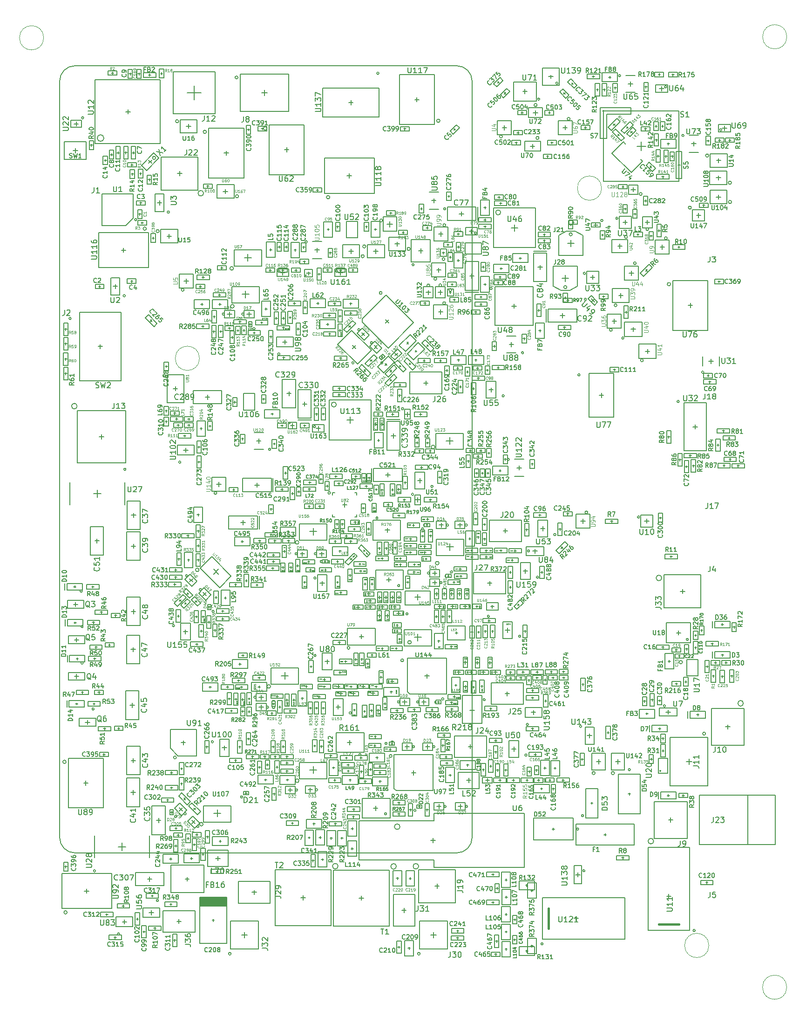
<source format=gbr>
G04 #@! TF.FileFunction,Other,Fab,Top*
%FSLAX46Y46*%
G04 Gerber Fmt 4.6, Leading zero omitted, Abs format (unit mm)*
G04 Created by KiCad (PCBNEW 4.0.7) date Fri May 21 10:28:59 2021*
%MOMM*%
%LPD*%
G01*
G04 APERTURE LIST*
%ADD10C,0.150000*%
%ADD11C,0.200000*%
%ADD12C,0.100000*%
%ADD13C,0.400000*%
%ADD14C,0.125000*%
%ADD15C,0.050000*%
%ADD16C,0.031750*%
%ADD17C,0.075000*%
%ADD18C,0.140000*%
%ADD19C,0.175000*%
%ADD20C,0.037500*%
%ADD21C,0.120000*%
%ADD22C,0.035000*%
G04 APERTURE END LIST*
D10*
X125540000Y-126270000D02*
X125140000Y-126270000D01*
X125340000Y-126470000D02*
X125340000Y-126070000D01*
X126467000Y-126670000D02*
X124213000Y-126670000D01*
X124213000Y-126670000D02*
X124213000Y-125870000D01*
X124213000Y-125870000D02*
X126467000Y-125870000D01*
X126467000Y-125870000D02*
X126467000Y-126670000D01*
X129880000Y-125180000D02*
X130280000Y-125180000D01*
X130080000Y-124980000D02*
X130080000Y-125380000D01*
X128953000Y-124780000D02*
X131207000Y-124780000D01*
X131207000Y-124780000D02*
X131207000Y-125580000D01*
X131207000Y-125580000D02*
X128953000Y-125580000D01*
X128953000Y-125580000D02*
X128953000Y-124780000D01*
D11*
X100503780Y-51703980D02*
X108123780Y-51703980D01*
X108123780Y-51703980D02*
X108123780Y-59323980D01*
X108123780Y-59323980D02*
X100503780Y-59323980D01*
X100503780Y-59323980D02*
X100503780Y-51703980D01*
X103043780Y-55513980D02*
X105583780Y-55513980D01*
X104313780Y-54243980D02*
X104313780Y-56783980D01*
D10*
X175669220Y-87903740D02*
X175669220Y-90103740D01*
X177869220Y-87903740D02*
X175669220Y-87903740D01*
X176369220Y-89003740D02*
X177169220Y-89003740D01*
X176769220Y-88603740D02*
X176769220Y-89403740D01*
X175469220Y-88303740D02*
G75*
G03X175469220Y-88303740I-200000J0D01*
G01*
X177869220Y-87903740D02*
X177869220Y-90103740D01*
X177869220Y-90103740D02*
X175669220Y-90103740D01*
X185533207Y-67609740D02*
X185886760Y-67963294D01*
X185886760Y-67963294D02*
X183836151Y-70013903D01*
X183836151Y-70013903D02*
X180300617Y-66478369D01*
X180300617Y-66478369D02*
X182351226Y-64427760D01*
X182351226Y-64427760D02*
X182704780Y-64781313D01*
D11*
X143794368Y-155320160D02*
G75*
G03X143794368Y-155320160I-323788J0D01*
G01*
X144971820Y-153790600D02*
X144971820Y-155060600D01*
X144336820Y-154425600D02*
X145606820Y-154425600D01*
X142471820Y-156015600D02*
X147471820Y-156015600D01*
X147471820Y-156015600D02*
X147471820Y-153065600D01*
X147471820Y-153065600D02*
X142471820Y-153065600D01*
X142471820Y-153065600D02*
X142471820Y-156015600D01*
D10*
X140671660Y-181872820D02*
X141061660Y-182262820D01*
D11*
X140304980Y-175972440D02*
G75*
G03X140304980Y-175972440I-254000J0D01*
G01*
D10*
X140671660Y-175762820D02*
X140671660Y-181862820D01*
X147771660Y-182262820D02*
X141071660Y-182262820D01*
X147771660Y-175762820D02*
X147771660Y-182262820D01*
X147771660Y-175762820D02*
X140671660Y-175762820D01*
X144221660Y-178612820D02*
X144221660Y-179412820D01*
X144621660Y-179012820D02*
X143821660Y-179012820D01*
X133397600Y-87701120D02*
X132997600Y-87701120D01*
X133197600Y-87901120D02*
X133197600Y-87501120D01*
X133997600Y-88101120D02*
X132397600Y-88101120D01*
X132397600Y-88101120D02*
X132397600Y-87301120D01*
X132397600Y-87301120D02*
X133997600Y-87301120D01*
X133997600Y-87301120D02*
X133997600Y-88101120D01*
D11*
X151441700Y-91102020D02*
X151441700Y-92402020D01*
X151441700Y-92402020D02*
X150341700Y-92402020D01*
X150341700Y-91102020D02*
X150341700Y-92402020D01*
X151441700Y-91102020D02*
X150341700Y-91102020D01*
X151143160Y-91326240D02*
G75*
G03X151143160Y-91326240I-254000J0D01*
G01*
D10*
X150891700Y-91552020D02*
X150891700Y-91952020D01*
X151091700Y-91752020D02*
X150691700Y-91752020D01*
D11*
X148076048Y-119841880D02*
G75*
G03X148076048Y-119841880I-323788J0D01*
G01*
X150774860Y-118076580D02*
X150774860Y-119346580D01*
X150139860Y-118711580D02*
X151409860Y-118711580D01*
X148274860Y-120301580D02*
X153274860Y-120301580D01*
X153274860Y-120301580D02*
X153274860Y-117351580D01*
X153274860Y-117351580D02*
X148274860Y-117351580D01*
X148274860Y-117351580D02*
X148274860Y-120301580D01*
D10*
X179044600Y-190071400D02*
X179044600Y-190471400D01*
X178844600Y-190271400D02*
X179244600Y-190271400D01*
X173744600Y-188371400D02*
X184344600Y-188371400D01*
X184344600Y-192171400D02*
X184344600Y-188371400D01*
X184344600Y-192171400D02*
X173744600Y-192171400D01*
X173744600Y-192171400D02*
X173744600Y-188371400D01*
D11*
X134280680Y-194857100D02*
X147942680Y-194857100D01*
X147942680Y-194857100D02*
X147942680Y-196201100D01*
X147942680Y-196201100D02*
X164342680Y-196201100D01*
X164342680Y-196201100D02*
X164342680Y-186401100D01*
X164342680Y-186401100D02*
X147942680Y-186401100D01*
X147942680Y-186401100D02*
X147942680Y-187745100D01*
X147942680Y-187745100D02*
X134280680Y-187745100D01*
X134280680Y-187745100D02*
X134280680Y-194857100D01*
X141733314Y-188823040D02*
G75*
G03X141733314Y-188823040I-502494J0D01*
G01*
D10*
X147742680Y-190901100D02*
X147742680Y-191701100D01*
X148142680Y-191301100D02*
X147342680Y-191301100D01*
X139962860Y-183678020D02*
X139962860Y-187278020D01*
X134912860Y-183678020D02*
X134912860Y-187278020D01*
X134912860Y-183678020D02*
X139962860Y-183678020D01*
X134912860Y-187278020D02*
X139962860Y-187278020D01*
X137312860Y-185878020D02*
X137312860Y-185078020D01*
X136912860Y-185478020D02*
X137712860Y-185478020D01*
X139303640Y-186491840D02*
G75*
G03X139303640Y-186491840I-200000J0D01*
G01*
X167879820Y-139545820D02*
X167879820Y-137945820D01*
X164679820Y-139545820D02*
X164679820Y-137945820D01*
X164679820Y-139545820D02*
X167879820Y-139545820D01*
X165879820Y-138745820D02*
X166679820Y-138745820D01*
X166279820Y-138345820D02*
X166279820Y-139145820D01*
X165294800Y-138740260D02*
G75*
G03X165294800Y-138740260I-200000J0D01*
G01*
X164679820Y-137945820D02*
X167879820Y-137945820D01*
X128573940Y-140355940D02*
X128573940Y-140955940D01*
X127623940Y-140355940D02*
X128573940Y-140355940D01*
X127623940Y-140955940D02*
X128573940Y-140955940D01*
X127623940Y-140355940D02*
X127623940Y-140955940D01*
X128098940Y-140855940D02*
X128098940Y-140455940D01*
X127898940Y-140655940D02*
X128298940Y-140655940D01*
X127615780Y-140649820D02*
G75*
G03X127615780Y-140649820I-200000J0D01*
G01*
X126723940Y-146130940D02*
X128473940Y-146130940D01*
X128473940Y-143080940D02*
X128473940Y-146130940D01*
X126723940Y-143080940D02*
X128473940Y-143080940D01*
X126723940Y-143080940D02*
X126723940Y-146130940D01*
X127198940Y-144605940D02*
X127998940Y-144605940D01*
X127598940Y-144205940D02*
X127598940Y-145005940D01*
X126472700Y-143653260D02*
G75*
G03X126472700Y-143653260I-200000J0D01*
G01*
X118448940Y-166030940D02*
X119048940Y-166030940D01*
X118448940Y-166980940D02*
X118448940Y-166030940D01*
X119048940Y-166980940D02*
X119048940Y-166030940D01*
X118448940Y-166980940D02*
X119048940Y-166980940D01*
X118948940Y-166505940D02*
X118548940Y-166505940D01*
X118748940Y-166705940D02*
X118748940Y-166305940D01*
X118945360Y-167178940D02*
G75*
G03X118945360Y-167178940I-200000J0D01*
G01*
D11*
X105210231Y-142171874D02*
G75*
G03X105210231Y-142171874I-323788J0D01*
G01*
X108747953Y-142056927D02*
X107849927Y-142954953D01*
X107849927Y-142056927D02*
X108747953Y-142954953D01*
X105406873Y-141862473D02*
X108942407Y-145398007D01*
X108942407Y-145398007D02*
X111028372Y-143312042D01*
X111028372Y-143312042D02*
X107492838Y-139776508D01*
X107492838Y-139776508D02*
X105406873Y-141862473D01*
X112290482Y-52719980D02*
G75*
G03X112290482Y-52719980I-271662J0D01*
G01*
X117118820Y-54989980D02*
X117118820Y-55989980D01*
X116618820Y-55489980D02*
X117618820Y-55489980D01*
X121518820Y-52089980D02*
X121518820Y-58889980D01*
X112718820Y-58889980D02*
X112718820Y-52089980D01*
X112718820Y-58889980D02*
X121518820Y-58889980D01*
X112718820Y-52089980D02*
X121518820Y-52089980D01*
X197326042Y-171915980D02*
G75*
G03X197326042Y-171915980I-271662J0D01*
G01*
X194784380Y-177015980D02*
X193784380Y-177015980D01*
X194284380Y-176515980D02*
X194284380Y-177515980D01*
X197684380Y-181415980D02*
X190884380Y-181415980D01*
X190884380Y-172615980D02*
X197684380Y-172615980D01*
X190884380Y-172615980D02*
X190884380Y-181415980D01*
X197684380Y-172615980D02*
X197684380Y-181415980D01*
D10*
X142348940Y-142155940D02*
X142348940Y-145755940D01*
X137298940Y-142155940D02*
X137298940Y-145755940D01*
X137298940Y-142155940D02*
X142348940Y-142155940D01*
X137298940Y-145755940D02*
X142348940Y-145755940D01*
X139698940Y-144355940D02*
X139698940Y-143555940D01*
X139298940Y-143955940D02*
X140098940Y-143955940D01*
X141702420Y-145015480D02*
G75*
G03X141702420Y-145015480I-200000J0D01*
G01*
D11*
X182537280Y-87002520D02*
X182537280Y-89542520D01*
X182537280Y-89542520D02*
X185077280Y-89542520D01*
X185077280Y-89542520D02*
X185077280Y-87002520D01*
X185077280Y-87002520D02*
X182537280Y-87002520D01*
X184706440Y-86471660D02*
G75*
G03X184706440Y-86471660I-254000J0D01*
G01*
D10*
X183807280Y-87872520D02*
X183807280Y-88672520D01*
X184207280Y-88272520D02*
X183407280Y-88272520D01*
X155863860Y-78662140D02*
X155863860Y-76262140D01*
X153333860Y-77472140D02*
X152533860Y-77472140D01*
X152933860Y-77872140D02*
X152933860Y-77072140D01*
X155533860Y-78672140D02*
X150333860Y-78672140D01*
X150333860Y-78672140D02*
X150333860Y-76272140D01*
X150333860Y-76272140D02*
X155533860Y-76272140D01*
X155533860Y-76272140D02*
X155533860Y-78672140D01*
X168429140Y-84270340D02*
X166029140Y-84270340D01*
X167239140Y-86800340D02*
X167239140Y-87600340D01*
X167639140Y-87200340D02*
X166839140Y-87200340D01*
X168439140Y-84600340D02*
X168439140Y-89800340D01*
X168439140Y-89800340D02*
X166039140Y-89800340D01*
X166039140Y-89800340D02*
X166039140Y-84600340D01*
X166039140Y-84600340D02*
X168439140Y-84600340D01*
X153623460Y-91700060D02*
X156023460Y-91700060D01*
X154813460Y-89170060D02*
X154813460Y-88370060D01*
X154413460Y-88770060D02*
X155213460Y-88770060D01*
X153613460Y-91370060D02*
X153613460Y-86170060D01*
X153613460Y-86170060D02*
X156013460Y-86170060D01*
X156013460Y-86170060D02*
X156013460Y-91370060D01*
X156013460Y-91370060D02*
X153613460Y-91370060D01*
X168342200Y-94796600D02*
X168342200Y-97196600D01*
X170872200Y-95986600D02*
X171672200Y-95986600D01*
X171272200Y-95586600D02*
X171272200Y-96386600D01*
X168672200Y-94786600D02*
X173872200Y-94786600D01*
X173872200Y-94786600D02*
X173872200Y-97186600D01*
X173872200Y-97186600D02*
X168672200Y-97186600D01*
X168672200Y-97186600D02*
X168672200Y-94786600D01*
X123213780Y-114953980D02*
X125613780Y-114953980D01*
X124403780Y-112423980D02*
X124403780Y-111623980D01*
X124003780Y-112023980D02*
X124803780Y-112023980D01*
X123203780Y-114623980D02*
X123203780Y-109423980D01*
X123203780Y-109423980D02*
X125603780Y-109423980D01*
X125603780Y-109423980D02*
X125603780Y-114623980D01*
X125603780Y-114623980D02*
X123203780Y-114623980D01*
X141738940Y-114875940D02*
X139338940Y-114875940D01*
X140548940Y-117405940D02*
X140548940Y-118205940D01*
X140948940Y-117805940D02*
X140148940Y-117805940D01*
X141748940Y-115205940D02*
X141748940Y-120405940D01*
X141748940Y-120405940D02*
X139348940Y-120405940D01*
X139348940Y-120405940D02*
X139348940Y-115205940D01*
X139348940Y-115205940D02*
X141748940Y-115205940D01*
X148273940Y-166455940D02*
X148273940Y-165855940D01*
X149223940Y-166455940D02*
X148273940Y-166455940D01*
X149223940Y-165855940D02*
X148273940Y-165855940D01*
X149223940Y-166455940D02*
X149223940Y-165855940D01*
X148748940Y-165955940D02*
X148748940Y-166355940D01*
X148948940Y-166155940D02*
X148548940Y-166155940D01*
X149698940Y-165605940D02*
G75*
G03X149698940Y-165605940I-200000J0D01*
G01*
D11*
X144958260Y-146636340D02*
X144958260Y-147652340D01*
X144450260Y-147144340D02*
X145466260Y-147144340D01*
D10*
X147258260Y-148584340D02*
X142658260Y-148584340D01*
X147258260Y-148584340D02*
X147258260Y-145984340D01*
X142658260Y-148584340D02*
X142658260Y-145984340D01*
X143198260Y-150154340D02*
G75*
G03X143198260Y-150154340I-200000J0D01*
G01*
X147258260Y-145984340D02*
X142658260Y-145984340D01*
X150073940Y-143555940D02*
X150073940Y-142955940D01*
X151023940Y-143555940D02*
X150073940Y-143555940D01*
X151023940Y-142955940D02*
X150073940Y-142955940D01*
X151023940Y-143555940D02*
X151023940Y-142955940D01*
X150548940Y-143055940D02*
X150548940Y-143455940D01*
X150748940Y-143255940D02*
X150348940Y-143255940D01*
X151298940Y-142545940D02*
G75*
G03X151298940Y-142545940I-200000J0D01*
G01*
D11*
X148836248Y-140941180D02*
G75*
G03X148836248Y-140941180I-323788J0D01*
G01*
X150813460Y-137347680D02*
X150813460Y-138617680D01*
X150178460Y-137982680D02*
X151448460Y-137982680D01*
X148313460Y-139572680D02*
X153313460Y-139572680D01*
X153313460Y-139572680D02*
X153313460Y-136622680D01*
X153313460Y-136622680D02*
X148313460Y-136622680D01*
X148313460Y-136622680D02*
X148313460Y-139572680D01*
D10*
X114198940Y-97080940D02*
X114798940Y-97080940D01*
X114198940Y-98030940D02*
X114198940Y-97080940D01*
X114798940Y-98030940D02*
X114798940Y-97080940D01*
X114198940Y-98030940D02*
X114798940Y-98030940D01*
X114698940Y-97555940D02*
X114298940Y-97555940D01*
X114498940Y-97755940D02*
X114498940Y-97355940D01*
X115398940Y-98355940D02*
G75*
G03X115398940Y-98355940I-200000J0D01*
G01*
D11*
X111586408Y-94286940D02*
G75*
G03X111586408Y-94286940I-323788J0D01*
G01*
X113650220Y-91457380D02*
X113650220Y-92727380D01*
X113015220Y-92092380D02*
X114285220Y-92092380D01*
X111150220Y-93682380D02*
X116150220Y-93682380D01*
X116150220Y-93682380D02*
X116150220Y-90732380D01*
X116150220Y-90732380D02*
X111150220Y-90732380D01*
X111150220Y-90732380D02*
X111150220Y-93682380D01*
D10*
X140764740Y-173437240D02*
X140764740Y-174037240D01*
X139814740Y-173437240D02*
X140764740Y-173437240D01*
X139814740Y-174037240D02*
X140764740Y-174037240D01*
X139814740Y-173437240D02*
X139814740Y-174037240D01*
X140289740Y-173937240D02*
X140289740Y-173537240D01*
X140089740Y-173737240D02*
X140489740Y-173737240D01*
X139400180Y-173713340D02*
G75*
G03X139400180Y-173713340I-200000J0D01*
G01*
X80820540Y-145828180D02*
X80820540Y-144628180D01*
X82820540Y-145228180D02*
X82420540Y-145228180D01*
X82620540Y-145428180D02*
X82620540Y-145028180D01*
X84020540Y-145828180D02*
X81220540Y-145828180D01*
X81220540Y-145828180D02*
X81220540Y-144628180D01*
X81220540Y-144628180D02*
X84020540Y-144628180D01*
X84020540Y-144628180D02*
X84020540Y-145828180D01*
D11*
X204180614Y-166409580D02*
G75*
G03X204180614Y-166409580I-502494J0D01*
G01*
D10*
X201345580Y-171078680D02*
X201345580Y-170278680D01*
X200945580Y-170678680D02*
X201745580Y-170678680D01*
D11*
X198345580Y-167328680D02*
X198345580Y-174028680D01*
X198345580Y-167328680D02*
X204345580Y-167328680D01*
X204345580Y-174028680D02*
X204345580Y-167328680D01*
X204345580Y-174028680D02*
X198345580Y-174028680D01*
X204978580Y-192069680D02*
X204978580Y-183069680D01*
X196178580Y-192069680D02*
X196178580Y-183069680D01*
X209978580Y-183069680D02*
X196178580Y-183069680D01*
X209978580Y-192069680D02*
X196178580Y-192069680D01*
X209978580Y-192069680D02*
X209978580Y-183069680D01*
X189321074Y-143632240D02*
G75*
G03X189321074Y-143632240I-502494J0D01*
G01*
D10*
X193525780Y-146066380D02*
X192725780Y-146066380D01*
X193125780Y-146466380D02*
X193125780Y-145666380D01*
D11*
X189775780Y-149066380D02*
X196475780Y-149066380D01*
X189775780Y-149066380D02*
X189775780Y-143066380D01*
X196475780Y-143066380D02*
X189775780Y-143066380D01*
X196475780Y-143066380D02*
X196475780Y-149066380D01*
X187859474Y-191447620D02*
G75*
G03X187859474Y-191447620I-502494J0D01*
G01*
D10*
X190956980Y-187197620D02*
X190956980Y-187997620D01*
X191356980Y-187597620D02*
X190556980Y-187597620D01*
D11*
X193956980Y-190947620D02*
X193956980Y-184247620D01*
X193956980Y-190947620D02*
X187956980Y-190947620D01*
X187956980Y-184247620D02*
X187956980Y-190947620D01*
X187956980Y-184247620D02*
X193956980Y-184247620D01*
D12*
X178396680Y-72825480D02*
G75*
G03X178396680Y-72825480I-2200000J0D01*
G01*
X197903880Y-210391880D02*
G75*
G03X197903880Y-210391880I-2200000J0D01*
G01*
X76951680Y-45517380D02*
G75*
G03X76951680Y-45517380I-2200000J0D01*
G01*
X212079680Y-45326880D02*
G75*
G03X212079680Y-45326880I-2200000J0D01*
G01*
X105282780Y-103737280D02*
G75*
G03X105282780Y-103737280I-2200000J0D01*
G01*
X212066980Y-217983380D02*
G75*
G03X212066980Y-217983380I-2200000J0D01*
G01*
D11*
X79852410Y-190787430D02*
G75*
G03X82652410Y-193587430I2800000J0D01*
G01*
X82653750Y-50588170D02*
G75*
G03X79853750Y-53388170I0J-2800000D01*
G01*
X154861020Y-53390780D02*
G75*
G03X152061020Y-50590780I-2800000J0D01*
G01*
X152057140Y-193590040D02*
G75*
G03X154857140Y-190790040I0J2800000D01*
G01*
X79853540Y-53387200D02*
X79853540Y-190787200D01*
X154853540Y-53387200D02*
X154853540Y-190787200D01*
X152053540Y-193587200D02*
X82653540Y-193587200D01*
X152053540Y-50587200D02*
X82653540Y-50587200D01*
D10*
X113283780Y-110133980D02*
X115283780Y-110133980D01*
X115283780Y-110133980D02*
X115283780Y-113133980D01*
X115283780Y-113133980D02*
X113283780Y-113133980D01*
X113283780Y-113133980D02*
X113283780Y-110133980D01*
D11*
X185622620Y-64408020D02*
X185622620Y-66008020D01*
X184822620Y-65208020D02*
X186422620Y-65208020D01*
X178762620Y-58828020D02*
X178762620Y-71588020D01*
X178762620Y-71588020D02*
X192482620Y-71588020D01*
X192482620Y-71588020D02*
X192482620Y-58828020D01*
X192482620Y-58828020D02*
X178762620Y-58828020D01*
D10*
X86193780Y-190453980D02*
X86193780Y-194453980D01*
X96193780Y-190453980D02*
X96193780Y-194453980D01*
X90493780Y-192453980D02*
X91893780Y-192453980D01*
X91193780Y-191753980D02*
X91193780Y-193153980D01*
X86393780Y-196853980D02*
G75*
G03X86393780Y-196853980I-200000J0D01*
G01*
X93174200Y-206972520D02*
X93174200Y-205222520D01*
X90124200Y-205222520D02*
X93174200Y-205222520D01*
X90124200Y-206972520D02*
X90124200Y-205222520D01*
X90124200Y-206972520D02*
X93174200Y-206972520D01*
X91649200Y-206497520D02*
X91649200Y-205697520D01*
X91249200Y-206097520D02*
X92049200Y-206097520D01*
X90749200Y-208297520D02*
G75*
G03X90749200Y-208297520I-200000J0D01*
G01*
X165933780Y-210453980D02*
X165533780Y-210453980D01*
X165733780Y-210253980D02*
X165733780Y-210653980D01*
X166533780Y-209053980D02*
X166533780Y-211853980D01*
X166533780Y-211853980D02*
X164933780Y-211853980D01*
X164933780Y-211853980D02*
X164933780Y-209053980D01*
X164933780Y-209053980D02*
X166533780Y-209053980D01*
X165933780Y-200423980D02*
X165533780Y-200423980D01*
X165733780Y-200223980D02*
X165733780Y-200623980D01*
X166533780Y-199023980D02*
X166533780Y-201823980D01*
X166533780Y-201823980D02*
X164933780Y-201823980D01*
X164933780Y-201823980D02*
X164933780Y-199023980D01*
X164933780Y-199023980D02*
X166533780Y-199023980D01*
X161233780Y-198473980D02*
X160833780Y-198473980D01*
X161033780Y-198273980D02*
X161033780Y-198673980D01*
X161833780Y-197073980D02*
X161833780Y-199873980D01*
X161833780Y-199873980D02*
X160233780Y-199873980D01*
X160233780Y-199873980D02*
X160233780Y-197073980D01*
X160233780Y-197073980D02*
X161833780Y-197073980D01*
X161263780Y-201613980D02*
X160863780Y-201613980D01*
X161063780Y-201413980D02*
X161063780Y-201813980D01*
X161863780Y-200213980D02*
X161863780Y-203013980D01*
X161863780Y-203013980D02*
X160263780Y-203013980D01*
X160263780Y-203013980D02*
X160263780Y-200213980D01*
X160263780Y-200213980D02*
X161863780Y-200213980D01*
X161233780Y-204743980D02*
X160833780Y-204743980D01*
X161033780Y-204543980D02*
X161033780Y-204943980D01*
X161833780Y-203343980D02*
X161833780Y-206143980D01*
X161833780Y-206143980D02*
X160233780Y-206143980D01*
X160233780Y-206143980D02*
X160233780Y-203343980D01*
X160233780Y-203343980D02*
X161833780Y-203343980D01*
X161233780Y-207903980D02*
X160833780Y-207903980D01*
X161033780Y-207703980D02*
X161033780Y-208103980D01*
X161833780Y-206503980D02*
X161833780Y-209303980D01*
X161833780Y-209303980D02*
X160233780Y-209303980D01*
X160233780Y-209303980D02*
X160233780Y-206503980D01*
X160233780Y-206503980D02*
X161833780Y-206503980D01*
X161243780Y-211053980D02*
X160843780Y-211053980D01*
X161043780Y-210853980D02*
X161043780Y-211253980D01*
X161843780Y-209653980D02*
X161843780Y-212453980D01*
X161843780Y-212453980D02*
X160243780Y-212453980D01*
X160243780Y-212453980D02*
X160243780Y-209653980D01*
X160243780Y-209653980D02*
X161843780Y-209653980D01*
X158853780Y-197493980D02*
X158453780Y-197493980D01*
X158653780Y-197693980D02*
X158653780Y-197293980D01*
X159780780Y-197893980D02*
X157526780Y-197893980D01*
X157526780Y-197893980D02*
X157526780Y-197093980D01*
X157526780Y-197093980D02*
X159780780Y-197093980D01*
X159780780Y-197093980D02*
X159780780Y-197893980D01*
X159403780Y-199783980D02*
X159403780Y-200183980D01*
X159603780Y-199983980D02*
X159203780Y-199983980D01*
X159803780Y-199183980D02*
X159803780Y-200783980D01*
X159803780Y-200783980D02*
X159003780Y-200783980D01*
X159003780Y-200783980D02*
X159003780Y-199183980D01*
X159003780Y-199183980D02*
X159803780Y-199183980D01*
X162613780Y-205493980D02*
X162613780Y-205893980D01*
X162813780Y-205693980D02*
X162413780Y-205693980D01*
X163013780Y-204893980D02*
X163013780Y-206493980D01*
X163013780Y-206493980D02*
X162213780Y-206493980D01*
X162213780Y-206493980D02*
X162213780Y-204893980D01*
X162213780Y-204893980D02*
X163013780Y-204893980D01*
X162603780Y-209133980D02*
X162603780Y-209533980D01*
X162803780Y-209333980D02*
X162403780Y-209333980D01*
X163003780Y-208533980D02*
X163003780Y-210133980D01*
X163003780Y-210133980D02*
X162203780Y-210133980D01*
X162203780Y-210133980D02*
X162203780Y-208533980D01*
X162203780Y-208533980D02*
X163003780Y-208533980D01*
X159353780Y-212003980D02*
X158953780Y-212003980D01*
X159153780Y-212203980D02*
X159153780Y-211803980D01*
X159953780Y-212403980D02*
X158353780Y-212403980D01*
X158353780Y-212403980D02*
X158353780Y-211603980D01*
X158353780Y-211603980D02*
X159953780Y-211603980D01*
X159953780Y-211603980D02*
X159953780Y-212403980D01*
X164783780Y-211203980D02*
X164783780Y-211603980D01*
X164583780Y-211403980D02*
X164983780Y-211403980D01*
X163383780Y-210603980D02*
X166183780Y-210603980D01*
X166183780Y-210603980D02*
X166183780Y-212203980D01*
X166183780Y-212203980D02*
X163383780Y-212203980D01*
X163383780Y-212203980D02*
X163383780Y-210603980D01*
X164773780Y-199673980D02*
X164773780Y-199273980D01*
X164973780Y-199473980D02*
X164573780Y-199473980D01*
X166173780Y-200273980D02*
X163373780Y-200273980D01*
X163373780Y-200273980D02*
X163373780Y-198673980D01*
X163373780Y-198673980D02*
X166173780Y-198673980D01*
X166173780Y-198673980D02*
X166173780Y-200273980D01*
X158853780Y-202573980D02*
X158453780Y-202573980D01*
X158653780Y-202773980D02*
X158653780Y-202373980D01*
X159780780Y-202973980D02*
X157526780Y-202973980D01*
X157526780Y-202973980D02*
X157526780Y-202173980D01*
X157526780Y-202173980D02*
X159780780Y-202173980D01*
X159780780Y-202173980D02*
X159780780Y-202973980D01*
X159323780Y-209413980D02*
X159323780Y-209813980D01*
X159523780Y-209613980D02*
X159123780Y-209613980D01*
X159723780Y-208486980D02*
X159723780Y-210740980D01*
X159723780Y-210740980D02*
X158923780Y-210740980D01*
X158923780Y-210740980D02*
X158923780Y-208486980D01*
X158923780Y-208486980D02*
X159723780Y-208486980D01*
X92293780Y-59333980D02*
X92293780Y-58533980D01*
X91893780Y-58933980D02*
X92693780Y-58933980D01*
X87893780Y-63733980D02*
G75*
G03X87893780Y-63733980I-600000J0D01*
G01*
X86293780Y-64733980D02*
X86293780Y-53133980D01*
X86293780Y-53133980D02*
X98093780Y-53133980D01*
X98093780Y-53133980D02*
X98093780Y-64733980D01*
X98093780Y-64733980D02*
X86293780Y-64733980D01*
X118503780Y-114033980D02*
X118503780Y-113633980D01*
X118703780Y-113833980D02*
X118303780Y-113833980D01*
X119903780Y-114633980D02*
X117103780Y-114633980D01*
X117103780Y-114633980D02*
X117103780Y-113033980D01*
X117103780Y-113033980D02*
X119903780Y-113033980D01*
X119903780Y-113033980D02*
X119903780Y-114633980D01*
X138048780Y-118633980D02*
X137648780Y-118633980D01*
X137848780Y-118433980D02*
X137848780Y-118833980D01*
X138648780Y-117233980D02*
X138648780Y-120033980D01*
X138648780Y-120033980D02*
X137048780Y-120033980D01*
X137048780Y-120033980D02*
X137048780Y-117233980D01*
X137048780Y-117233980D02*
X138648780Y-117233980D01*
X198710580Y-155591380D02*
X198310580Y-155591380D01*
X198510580Y-155791380D02*
X198510580Y-155391380D01*
X199637580Y-155991380D02*
X197383580Y-155991380D01*
X197383580Y-155991380D02*
X197383580Y-155191380D01*
X197383580Y-155191380D02*
X199637580Y-155191380D01*
X199637580Y-155191380D02*
X199637580Y-155991380D01*
X192213580Y-162866980D02*
X191813580Y-162866980D01*
X192013580Y-163066980D02*
X192013580Y-162666980D01*
X192813580Y-163266980D02*
X191213580Y-163266980D01*
X191213580Y-163266980D02*
X191213580Y-162466980D01*
X191213580Y-162466980D02*
X192813580Y-162466980D01*
X192813580Y-162466980D02*
X192813580Y-163266980D01*
X199837740Y-103401480D02*
X199837740Y-105101480D01*
X196737740Y-103401480D02*
X196737740Y-105101480D01*
X197887740Y-104251480D02*
X198687740Y-104251480D01*
X198287740Y-103851480D02*
X198287740Y-104651480D01*
X196987740Y-106251480D02*
G75*
G03X196987740Y-106251480I-200000J0D01*
G01*
X197409920Y-120551780D02*
X193409920Y-120551780D01*
X193409920Y-111801780D02*
X193409920Y-120551780D01*
X197409920Y-111801780D02*
X193409920Y-111801780D01*
X197409920Y-111801780D02*
X197409920Y-120551780D01*
X195409920Y-115776780D02*
X195409920Y-116576780D01*
X195809920Y-116176780D02*
X195009920Y-116176780D01*
X192509920Y-111576780D02*
G75*
G03X192509920Y-111576780I-200000J0D01*
G01*
X115198780Y-117208980D02*
X116898780Y-117208980D01*
X115198780Y-120308980D02*
X116898780Y-120308980D01*
X116048780Y-119158980D02*
X116048780Y-118358980D01*
X115648780Y-118758980D02*
X116448780Y-118758980D01*
X118248780Y-120258980D02*
G75*
G03X118248780Y-120258980I-200000J0D01*
G01*
X189572680Y-174822080D02*
X189572680Y-175222080D01*
X189772680Y-175022080D02*
X189372680Y-175022080D01*
X189972680Y-173895080D02*
X189972680Y-176149080D01*
X189972680Y-176149080D02*
X189172680Y-176149080D01*
X189172680Y-176149080D02*
X189172680Y-173895080D01*
X189172680Y-173895080D02*
X189972680Y-173895080D01*
X143407519Y-104614519D02*
X143690361Y-104897361D01*
X143690361Y-104614519D02*
X143407519Y-104897361D01*
X143034873Y-103676188D02*
X144628692Y-105270007D01*
X144628692Y-105270007D02*
X144063007Y-105835692D01*
X144063007Y-105835692D02*
X142469188Y-104241873D01*
X142469188Y-104241873D02*
X143034873Y-103676188D01*
X132998940Y-95505940D02*
X132598940Y-95505940D01*
X132798940Y-95705940D02*
X132798940Y-95305940D01*
X133925940Y-95905940D02*
X131671940Y-95905940D01*
X131671940Y-95905940D02*
X131671940Y-95105940D01*
X131671940Y-95105940D02*
X133925940Y-95105940D01*
X133925940Y-95105940D02*
X133925940Y-95905940D01*
X130048940Y-93805940D02*
X129648940Y-93805940D01*
X129848940Y-94005940D02*
X129848940Y-93605940D01*
X130975940Y-94205940D02*
X128721940Y-94205940D01*
X128721940Y-94205940D02*
X128721940Y-93405940D01*
X128721940Y-93405940D02*
X130975940Y-93405940D01*
X130975940Y-93405940D02*
X130975940Y-94205940D01*
D11*
X138556040Y-78693800D02*
G75*
G03X138556040Y-78693800I-250000J0D01*
G01*
X140414040Y-79343800D02*
X139398040Y-79343800D01*
X139906040Y-78835800D02*
X139906040Y-79851800D01*
D10*
X138706040Y-78043800D02*
X138706040Y-80643800D01*
X138706040Y-80643800D02*
X141106040Y-80643800D01*
X138706040Y-78043800D02*
X141106040Y-78043800D01*
X141106040Y-80643800D02*
X141106040Y-78043800D01*
D11*
X105929828Y-188355840D02*
G75*
G03X105929828Y-188355840I-323788J0D01*
G01*
X108527040Y-185752340D02*
X108527040Y-187022340D01*
X107892040Y-186387340D02*
X109162040Y-186387340D01*
X106027040Y-187977340D02*
X111027040Y-187977340D01*
X111027040Y-187977340D02*
X111027040Y-185027340D01*
X111027040Y-185027340D02*
X106027040Y-185027340D01*
X106027040Y-185027340D02*
X106027040Y-187977340D01*
D10*
X144440000Y-128530000D02*
X144440000Y-130330000D01*
X144440000Y-130330000D02*
X145440000Y-130330000D01*
X144940000Y-129830000D02*
X144940000Y-129030000D01*
X144540000Y-129430000D02*
X145340000Y-129430000D01*
X144240000Y-128430000D02*
G75*
G03X144240000Y-128430000I-200000J0D01*
G01*
X144440000Y-128530000D02*
X145440000Y-128530000D01*
X145440000Y-128530000D02*
X145440000Y-130330000D01*
X142598980Y-113006220D02*
X142598980Y-114806220D01*
X142598980Y-114806220D02*
X143598980Y-114806220D01*
X143098980Y-114306220D02*
X143098980Y-113506220D01*
X142698980Y-113906220D02*
X143498980Y-113906220D01*
X142398980Y-112906220D02*
G75*
G03X142398980Y-112906220I-200000J0D01*
G01*
X142598980Y-113006220D02*
X143598980Y-113006220D01*
X143598980Y-113006220D02*
X143598980Y-114806220D01*
X127614780Y-160358200D02*
X129364780Y-160358200D01*
X129364780Y-157308200D02*
X129364780Y-160358200D01*
X127614780Y-157308200D02*
X129364780Y-157308200D01*
X127614780Y-157308200D02*
X127614780Y-160358200D01*
X128089780Y-158833200D02*
X128889780Y-158833200D01*
X128489780Y-158433200D02*
X128489780Y-159233200D01*
X126489780Y-157733200D02*
G75*
G03X126489780Y-157733200I-200000J0D01*
G01*
X168573940Y-133130940D02*
X166823940Y-133130940D01*
X166823940Y-136180940D02*
X166823940Y-133130940D01*
X168573940Y-136180940D02*
X166823940Y-136180940D01*
X168573940Y-136180940D02*
X168573940Y-133130940D01*
X168098940Y-134655940D02*
X167298940Y-134655940D01*
X167698940Y-135055940D02*
X167698940Y-134255940D01*
X170098940Y-135755940D02*
G75*
G03X170098940Y-135755940I-200000J0D01*
G01*
X132009940Y-78842020D02*
X134009940Y-78842020D01*
X134009940Y-78842020D02*
X134009940Y-81842020D01*
X134009940Y-81842020D02*
X132009940Y-81842020D01*
X132009940Y-81842020D02*
X132009940Y-78842020D01*
X146229300Y-124399040D02*
X144479300Y-124399040D01*
X144479300Y-127449040D02*
X144479300Y-124399040D01*
X146229300Y-127449040D02*
X144479300Y-127449040D01*
X146229300Y-127449040D02*
X146229300Y-124399040D01*
X145754300Y-125924040D02*
X144954300Y-125924040D01*
X145354300Y-126324040D02*
X145354300Y-125524040D01*
X147754300Y-127024040D02*
G75*
G03X147754300Y-127024040I-200000J0D01*
G01*
X97183900Y-73875700D02*
X97183900Y-77075700D01*
X97233900Y-73875700D02*
X98783900Y-73875700D01*
X97233900Y-77075700D02*
X98783900Y-77075700D01*
X98008900Y-75875700D02*
X98008900Y-75075700D01*
X97608900Y-75475700D02*
X98408900Y-75475700D01*
X99808900Y-77175700D02*
G75*
G03X99808900Y-77175700I-200000J0D01*
G01*
X98783900Y-73875700D02*
X98783900Y-77075700D01*
X89160040Y-89069980D02*
X89160040Y-92269980D01*
X89210040Y-89069980D02*
X90760040Y-89069980D01*
X89210040Y-92269980D02*
X90760040Y-92269980D01*
X89985040Y-91069980D02*
X89985040Y-90269980D01*
X89585040Y-90669980D02*
X90385040Y-90669980D01*
X91785040Y-92369980D02*
G75*
G03X91785040Y-92369980I-200000J0D01*
G01*
X90760040Y-89069980D02*
X90760040Y-92269980D01*
X145483960Y-120562100D02*
X145083960Y-120562100D01*
X145283960Y-120762100D02*
X145283960Y-120362100D01*
X146083960Y-120962100D02*
X144483960Y-120962100D01*
X144483960Y-120962100D02*
X144483960Y-120162100D01*
X144483960Y-120162100D02*
X146083960Y-120162100D01*
X146083960Y-120162100D02*
X146083960Y-120962100D01*
X141354660Y-184462020D02*
X141754660Y-184462020D01*
X141554660Y-184262020D02*
X141554660Y-184662020D01*
X140427660Y-184062020D02*
X142681660Y-184062020D01*
X142681660Y-184062020D02*
X142681660Y-184862020D01*
X142681660Y-184862020D02*
X140427660Y-184862020D01*
X140427660Y-184862020D02*
X140427660Y-184062020D01*
X141754660Y-186504180D02*
X141354660Y-186504180D01*
X141554660Y-186704180D02*
X141554660Y-186304180D01*
X142681660Y-186904180D02*
X140427660Y-186904180D01*
X140427660Y-186904180D02*
X140427660Y-186104180D01*
X140427660Y-186104180D02*
X142681660Y-186104180D01*
X142681660Y-186104180D02*
X142681660Y-186904180D01*
X146448940Y-139005940D02*
X146048940Y-139005940D01*
X146248940Y-139205940D02*
X146248940Y-138805940D01*
X147375940Y-139405940D02*
X145121940Y-139405940D01*
X145121940Y-139405940D02*
X145121940Y-138605940D01*
X145121940Y-138605940D02*
X147375940Y-138605940D01*
X147375940Y-138605940D02*
X147375940Y-139405940D01*
X156647260Y-120483360D02*
X156247260Y-120483360D01*
X156447260Y-120683360D02*
X156447260Y-120283360D01*
X157247260Y-120883360D02*
X155647260Y-120883360D01*
X155647260Y-120883360D02*
X155647260Y-120083360D01*
X155647260Y-120083360D02*
X157247260Y-120083360D01*
X157247260Y-120083360D02*
X157247260Y-120883360D01*
X108714340Y-196953740D02*
X108314340Y-196953740D01*
X108514340Y-197153740D02*
X108514340Y-196753740D01*
X109641340Y-197353740D02*
X107387340Y-197353740D01*
X107387340Y-197353740D02*
X107387340Y-196553740D01*
X107387340Y-196553740D02*
X109641340Y-196553740D01*
X109641340Y-196553740D02*
X109641340Y-197353740D01*
X109060440Y-191241940D02*
X109060440Y-191641940D01*
X108860440Y-191441940D02*
X109260440Y-191441940D01*
X107660440Y-190641940D02*
X110460440Y-190641940D01*
X110460440Y-190641940D02*
X110460440Y-192241940D01*
X110460440Y-192241940D02*
X107660440Y-192241940D01*
X107660440Y-192241940D02*
X107660440Y-190641940D01*
X99995840Y-181726440D02*
X100395840Y-181726440D01*
X100195840Y-181526440D02*
X100195840Y-181926440D01*
X99068840Y-181326440D02*
X101322840Y-181326440D01*
X101322840Y-181326440D02*
X101322840Y-182126440D01*
X101322840Y-182126440D02*
X99068840Y-182126440D01*
X99068840Y-182126440D02*
X99068840Y-181326440D01*
X102037340Y-180802540D02*
X102037340Y-181202540D01*
X102237340Y-181002540D02*
X101837340Y-181002540D01*
X102437340Y-179875540D02*
X102437340Y-182129540D01*
X102437340Y-182129540D02*
X101637340Y-182129540D01*
X101637340Y-182129540D02*
X101637340Y-179875540D01*
X101637340Y-179875540D02*
X102437340Y-179875540D01*
X99983140Y-178995940D02*
X100383140Y-178995940D01*
X100183140Y-178795940D02*
X100183140Y-179195940D01*
X99056140Y-178595940D02*
X101310140Y-178595940D01*
X101310140Y-178595940D02*
X101310140Y-179395940D01*
X101310140Y-179395940D02*
X99056140Y-179395940D01*
X99056140Y-179395940D02*
X99056140Y-178595940D01*
X137598940Y-113855940D02*
X137998940Y-113855940D01*
X137798940Y-113655940D02*
X137798940Y-114055940D01*
X136998940Y-113455940D02*
X138598940Y-113455940D01*
X138598940Y-113455940D02*
X138598940Y-114255940D01*
X138598940Y-114255940D02*
X136998940Y-114255940D01*
X136998940Y-114255940D02*
X136998940Y-113455940D01*
X141667280Y-154917700D02*
X141667280Y-154517700D01*
X141467280Y-154717700D02*
X141867280Y-154717700D01*
X141267280Y-155517700D02*
X141267280Y-153917700D01*
X141267280Y-153917700D02*
X142067280Y-153917700D01*
X142067280Y-153917700D02*
X142067280Y-155517700D01*
X142067280Y-155517700D02*
X141267280Y-155517700D01*
X141422780Y-152205200D02*
X141022780Y-152205200D01*
X141222780Y-152405200D02*
X141222780Y-152005200D01*
X142022780Y-152605200D02*
X140422780Y-152605200D01*
X140422780Y-152605200D02*
X140422780Y-151805200D01*
X140422780Y-151805200D02*
X142022780Y-151805200D01*
X142022780Y-151805200D02*
X142022780Y-152605200D01*
X141422780Y-153257200D02*
X141022780Y-153257200D01*
X141222780Y-153457200D02*
X141222780Y-153057200D01*
X142022780Y-153657200D02*
X140422780Y-153657200D01*
X140422780Y-153657200D02*
X140422780Y-152857200D01*
X140422780Y-152857200D02*
X142022780Y-152857200D01*
X142022780Y-152857200D02*
X142022780Y-153657200D01*
X124166480Y-86166560D02*
X124566480Y-86166560D01*
X124366480Y-85966560D02*
X124366480Y-86366560D01*
X123566480Y-85766560D02*
X125166480Y-85766560D01*
X125166480Y-85766560D02*
X125166480Y-86566560D01*
X125166480Y-86566560D02*
X123566480Y-86566560D01*
X123566480Y-86566560D02*
X123566480Y-85766560D01*
X142521280Y-80873600D02*
X142121280Y-80873600D01*
X142321280Y-81073600D02*
X142321280Y-80673600D01*
X143121280Y-81273600D02*
X141521280Y-81273600D01*
X141521280Y-81273600D02*
X141521280Y-80473600D01*
X141521280Y-80473600D02*
X143121280Y-80473600D01*
X143121280Y-80473600D02*
X143121280Y-81273600D01*
X172062800Y-93202760D02*
X172462800Y-93202760D01*
X172262800Y-93002760D02*
X172262800Y-93402760D01*
X171462800Y-92802760D02*
X173062800Y-92802760D01*
X173062800Y-92802760D02*
X173062800Y-93602760D01*
X173062800Y-93602760D02*
X171462800Y-93602760D01*
X171462800Y-93602760D02*
X171462800Y-92802760D01*
X155719580Y-95313100D02*
X155319580Y-95313100D01*
X155519580Y-95513100D02*
X155519580Y-95113100D01*
X156319580Y-95713100D02*
X154719580Y-95713100D01*
X154719580Y-95713100D02*
X154719580Y-94913100D01*
X154719580Y-94913100D02*
X156319580Y-94913100D01*
X156319580Y-94913100D02*
X156319580Y-95713100D01*
X178571580Y-81121780D02*
X178571580Y-81521780D01*
X178771580Y-81321780D02*
X178371580Y-81321780D01*
X178971580Y-80521780D02*
X178971580Y-82121780D01*
X178971580Y-82121780D02*
X178171580Y-82121780D01*
X178171580Y-82121780D02*
X178171580Y-80521780D01*
X178171580Y-80521780D02*
X178971580Y-80521780D01*
X171805600Y-92540480D02*
X171805600Y-92940480D01*
X172005600Y-92740480D02*
X171605600Y-92740480D01*
X172205600Y-91940480D02*
X172205600Y-93540480D01*
X172205600Y-93540480D02*
X171405600Y-93540480D01*
X171405600Y-93540480D02*
X171405600Y-91940480D01*
X171405600Y-91940480D02*
X172205600Y-91940480D01*
X173033080Y-79014320D02*
X173433080Y-79014320D01*
X173233080Y-78814320D02*
X173233080Y-79214320D01*
X172433080Y-78614320D02*
X174033080Y-78614320D01*
X174033080Y-78614320D02*
X174033080Y-79414320D01*
X174033080Y-79414320D02*
X172433080Y-79414320D01*
X172433080Y-79414320D02*
X172433080Y-78614320D01*
X152559360Y-81150460D02*
X152159360Y-81150460D01*
X152359360Y-81350460D02*
X152359360Y-80950460D01*
X153159360Y-81550460D02*
X151559360Y-81550460D01*
X151559360Y-81550460D02*
X151559360Y-80750460D01*
X151559360Y-80750460D02*
X153159360Y-80750460D01*
X153159360Y-80750460D02*
X153159360Y-81550460D01*
X172786040Y-79661360D02*
X172786040Y-79261360D01*
X172586040Y-79461360D02*
X172986040Y-79461360D01*
X172386040Y-80261360D02*
X172386040Y-78661360D01*
X172386040Y-78661360D02*
X173186040Y-78661360D01*
X173186040Y-78661360D02*
X173186040Y-80261360D01*
X173186040Y-80261360D02*
X172386040Y-80261360D01*
X150664520Y-83111340D02*
X150264520Y-83111340D01*
X150464520Y-83311340D02*
X150464520Y-82911340D01*
X151264520Y-83511340D02*
X149664520Y-83511340D01*
X149664520Y-83511340D02*
X149664520Y-82711340D01*
X149664520Y-82711340D02*
X151264520Y-82711340D01*
X151264520Y-82711340D02*
X151264520Y-83511340D01*
X151802900Y-93088060D02*
X151402900Y-93088060D01*
X151602900Y-93288060D02*
X151602900Y-92888060D01*
X152402900Y-93488060D02*
X150802900Y-93488060D01*
X150802900Y-93488060D02*
X150802900Y-92688060D01*
X150802900Y-92688060D02*
X152402900Y-92688060D01*
X152402900Y-92688060D02*
X152402900Y-93488060D01*
X150876000Y-85174480D02*
X150876000Y-85574480D01*
X151076000Y-85374480D02*
X150676000Y-85374480D01*
X151276000Y-84574480D02*
X151276000Y-86174480D01*
X151276000Y-86174480D02*
X150476000Y-86174480D01*
X150476000Y-86174480D02*
X150476000Y-84574480D01*
X150476000Y-84574480D02*
X151276000Y-84574480D01*
X151411740Y-90288980D02*
X151011740Y-90288980D01*
X151211740Y-90488980D02*
X151211740Y-90088980D01*
X152011740Y-90688980D02*
X150411740Y-90688980D01*
X150411740Y-90688980D02*
X150411740Y-89888980D01*
X150411740Y-89888980D02*
X152011740Y-89888980D01*
X152011740Y-89888980D02*
X152011740Y-90688980D01*
X157640620Y-138654380D02*
X157240620Y-138654380D01*
X157440620Y-138854380D02*
X157440620Y-138454380D01*
X158567620Y-139054380D02*
X156313620Y-139054380D01*
X156313620Y-139054380D02*
X156313620Y-138254380D01*
X156313620Y-138254380D02*
X158567620Y-138254380D01*
X158567620Y-138254380D02*
X158567620Y-139054380D01*
X146448940Y-137905940D02*
X146048940Y-137905940D01*
X146248940Y-138105940D02*
X146248940Y-137705940D01*
X147375940Y-138305940D02*
X145121940Y-138305940D01*
X145121940Y-138305940D02*
X145121940Y-137505940D01*
X145121940Y-137505940D02*
X147375940Y-137505940D01*
X147375940Y-137505940D02*
X147375940Y-138305940D01*
X137998940Y-138455940D02*
X137998940Y-138055940D01*
X137798940Y-138255940D02*
X138198940Y-138255940D01*
X137598940Y-139382940D02*
X137598940Y-137128940D01*
X137598940Y-137128940D02*
X138398940Y-137128940D01*
X138398940Y-137128940D02*
X138398940Y-139382940D01*
X138398940Y-139382940D02*
X137598940Y-139382940D01*
X138703780Y-140083980D02*
X138303780Y-140083980D01*
X138503780Y-140283980D02*
X138503780Y-139883980D01*
X139630780Y-140483980D02*
X137376780Y-140483980D01*
X137376780Y-140483980D02*
X137376780Y-139683980D01*
X137376780Y-139683980D02*
X139630780Y-139683980D01*
X139630780Y-139683980D02*
X139630780Y-140483980D01*
X99243540Y-113483340D02*
X99243540Y-113083340D01*
X99043540Y-113283340D02*
X99443540Y-113283340D01*
X98843540Y-114083340D02*
X98843540Y-112483340D01*
X98843540Y-112483340D02*
X99643540Y-112483340D01*
X99643540Y-112483340D02*
X99643540Y-114083340D01*
X99643540Y-114083340D02*
X98843540Y-114083340D01*
X154163220Y-122625060D02*
X154163220Y-122225060D01*
X153963220Y-122425060D02*
X154363220Y-122425060D01*
X153763220Y-123552060D02*
X153763220Y-121298060D01*
X153763220Y-121298060D02*
X154563220Y-121298060D01*
X154563220Y-121298060D02*
X154563220Y-123552060D01*
X154563220Y-123552060D02*
X153763220Y-123552060D01*
X164312540Y-160726460D02*
X163912540Y-160726460D01*
X164112540Y-160926460D02*
X164112540Y-160526460D01*
X165239540Y-161126460D02*
X162985540Y-161126460D01*
X162985540Y-161126460D02*
X162985540Y-160326460D01*
X162985540Y-160326460D02*
X165239540Y-160326460D01*
X165239540Y-160326460D02*
X165239540Y-161126460D01*
X151057460Y-88622740D02*
X151457460Y-88622740D01*
X151257460Y-88422740D02*
X151257460Y-88822740D01*
X150457460Y-88222740D02*
X152057460Y-88222740D01*
X152057460Y-88222740D02*
X152057460Y-89022740D01*
X152057460Y-89022740D02*
X150457460Y-89022740D01*
X150457460Y-89022740D02*
X150457460Y-88222740D01*
X160284760Y-138646760D02*
X159884760Y-138646760D01*
X160084760Y-138846760D02*
X160084760Y-138446760D01*
X161211760Y-139046760D02*
X158957760Y-139046760D01*
X158957760Y-139046760D02*
X158957760Y-138246760D01*
X158957760Y-138246760D02*
X161211760Y-138246760D01*
X161211760Y-138246760D02*
X161211760Y-139046760D01*
X157225380Y-139805000D02*
X157625380Y-139805000D01*
X157425380Y-139605000D02*
X157425380Y-140005000D01*
X156298380Y-139405000D02*
X158552380Y-139405000D01*
X158552380Y-139405000D02*
X158552380Y-140205000D01*
X158552380Y-140205000D02*
X156298380Y-140205000D01*
X156298380Y-140205000D02*
X156298380Y-139405000D01*
X154588860Y-138646760D02*
X154988860Y-138646760D01*
X154788860Y-138446760D02*
X154788860Y-138846760D01*
X153661860Y-138246760D02*
X155915860Y-138246760D01*
X155915860Y-138246760D02*
X155915860Y-139046760D01*
X155915860Y-139046760D02*
X153661860Y-139046760D01*
X153661860Y-139046760D02*
X153661860Y-138246760D01*
X154596480Y-139835480D02*
X154996480Y-139835480D01*
X154796480Y-139635480D02*
X154796480Y-140035480D01*
X153669480Y-139435480D02*
X155923480Y-139435480D01*
X155923480Y-139435480D02*
X155923480Y-140235480D01*
X155923480Y-140235480D02*
X153669480Y-140235480D01*
X153669480Y-140235480D02*
X153669480Y-139435480D01*
X146686180Y-140162000D02*
X146286180Y-140162000D01*
X146486180Y-140362000D02*
X146486180Y-139962000D01*
X147286180Y-140562000D02*
X145686180Y-140562000D01*
X145686180Y-140562000D02*
X145686180Y-139762000D01*
X145686180Y-139762000D02*
X147286180Y-139762000D01*
X147286180Y-139762000D02*
X147286180Y-140562000D01*
X144553780Y-141183980D02*
X144153780Y-141183980D01*
X144353780Y-141383980D02*
X144353780Y-140983980D01*
X145480780Y-141583980D02*
X143226780Y-141583980D01*
X143226780Y-141583980D02*
X143226780Y-140783980D01*
X143226780Y-140783980D02*
X145480780Y-140783980D01*
X145480780Y-140783980D02*
X145480780Y-141583980D01*
X142022740Y-140085800D02*
X141622740Y-140085800D01*
X141822740Y-140285800D02*
X141822740Y-139885800D01*
X142949740Y-140485800D02*
X140695740Y-140485800D01*
X140695740Y-140485800D02*
X140695740Y-139685800D01*
X140695740Y-139685800D02*
X142949740Y-139685800D01*
X142949740Y-139685800D02*
X142949740Y-140485800D01*
X139248940Y-138055940D02*
X139248940Y-138455940D01*
X139448940Y-138255940D02*
X139048940Y-138255940D01*
X139648940Y-137128940D02*
X139648940Y-139382940D01*
X139648940Y-139382940D02*
X138848940Y-139382940D01*
X138848940Y-139382940D02*
X138848940Y-137128940D01*
X138848940Y-137128940D02*
X139648940Y-137128940D01*
X135390361Y-138847361D02*
X135107519Y-138564519D01*
X135107519Y-138847361D02*
X135390361Y-138564519D01*
X135763007Y-139785692D02*
X134169188Y-138191873D01*
X134169188Y-138191873D02*
X134734873Y-137626188D01*
X134734873Y-137626188D02*
X136328692Y-139220007D01*
X136328692Y-139220007D02*
X135763007Y-139785692D01*
X154727020Y-120483360D02*
X154327020Y-120483360D01*
X154527020Y-120683360D02*
X154527020Y-120283360D01*
X155327020Y-120883360D02*
X153727020Y-120883360D01*
X153727020Y-120883360D02*
X153727020Y-120083360D01*
X153727020Y-120083360D02*
X155327020Y-120083360D01*
X155327020Y-120083360D02*
X155327020Y-120883360D01*
X155680000Y-124790000D02*
X155680000Y-124390000D01*
X155480000Y-124590000D02*
X155880000Y-124590000D01*
X155280000Y-125390000D02*
X155280000Y-123790000D01*
X155280000Y-123790000D02*
X156080000Y-123790000D01*
X156080000Y-123790000D02*
X156080000Y-125390000D01*
X156080000Y-125390000D02*
X155280000Y-125390000D01*
X147434680Y-120562100D02*
X147034680Y-120562100D01*
X147234680Y-120762100D02*
X147234680Y-120362100D01*
X148034680Y-120962100D02*
X146434680Y-120962100D01*
X146434680Y-120962100D02*
X146434680Y-120162100D01*
X146434680Y-120162100D02*
X148034680Y-120162100D01*
X148034680Y-120162100D02*
X148034680Y-120962100D01*
X138498940Y-115505940D02*
X138498940Y-115905940D01*
X138698940Y-115705940D02*
X138298940Y-115705940D01*
X138898940Y-114578940D02*
X138898940Y-116832940D01*
X138898940Y-116832940D02*
X138098940Y-116832940D01*
X138098940Y-116832940D02*
X138098940Y-114578940D01*
X138098940Y-114578940D02*
X138898940Y-114578940D01*
X137298940Y-115505940D02*
X137298940Y-115905940D01*
X137498940Y-115705940D02*
X137098940Y-115705940D01*
X137698940Y-114578940D02*
X137698940Y-116832940D01*
X137698940Y-116832940D02*
X136898940Y-116832940D01*
X136898940Y-116832940D02*
X136898940Y-114578940D01*
X136898940Y-114578940D02*
X137698940Y-114578940D01*
X130498700Y-109217380D02*
X130898700Y-109217380D01*
X130698700Y-109017380D02*
X130698700Y-109417380D01*
X129571700Y-108817380D02*
X131825700Y-108817380D01*
X131825700Y-108817380D02*
X131825700Y-109617380D01*
X131825700Y-109617380D02*
X129571700Y-109617380D01*
X129571700Y-109617380D02*
X129571700Y-108817380D01*
X130473300Y-110340060D02*
X130873300Y-110340060D01*
X130673300Y-110140060D02*
X130673300Y-110540060D01*
X129546300Y-109940060D02*
X131800300Y-109940060D01*
X131800300Y-109940060D02*
X131800300Y-110740060D01*
X131800300Y-110740060D02*
X129546300Y-110740060D01*
X129546300Y-110740060D02*
X129546300Y-109940060D01*
X127792940Y-114040180D02*
X127792940Y-113640180D01*
X127592940Y-113840180D02*
X127992940Y-113840180D01*
X127392940Y-114967180D02*
X127392940Y-112713180D01*
X127392940Y-112713180D02*
X128192940Y-112713180D01*
X128192940Y-112713180D02*
X128192940Y-114967180D01*
X128192940Y-114967180D02*
X127392940Y-114967180D01*
X126553420Y-114055420D02*
X126553420Y-113655420D01*
X126353420Y-113855420D02*
X126753420Y-113855420D01*
X126153420Y-114982420D02*
X126153420Y-112728420D01*
X126153420Y-112728420D02*
X126953420Y-112728420D01*
X126953420Y-112728420D02*
X126953420Y-114982420D01*
X126953420Y-114982420D02*
X126153420Y-114982420D01*
X121548580Y-110538080D02*
X121548580Y-109738080D01*
X121148580Y-110138080D02*
X121948580Y-110138080D01*
X120348580Y-112738080D02*
X120348580Y-107538080D01*
X120348580Y-107538080D02*
X122748580Y-107538080D01*
X122748580Y-107538080D02*
X122748580Y-112738080D01*
X122748580Y-112738080D02*
X120348580Y-112738080D01*
X116963780Y-110923980D02*
X116963780Y-111323980D01*
X117163780Y-111123980D02*
X116763780Y-111123980D01*
X117363780Y-110323980D02*
X117363780Y-111923980D01*
X117363780Y-111923980D02*
X116563780Y-111923980D01*
X116563780Y-111923980D02*
X116563780Y-110323980D01*
X116563780Y-110323980D02*
X117363780Y-110323980D01*
X99228300Y-115003580D02*
X99228300Y-115403580D01*
X99428300Y-115203580D02*
X99028300Y-115203580D01*
X99628300Y-114403580D02*
X99628300Y-116003580D01*
X99628300Y-116003580D02*
X98828300Y-116003580D01*
X98828300Y-116003580D02*
X98828300Y-114403580D01*
X98828300Y-114403580D02*
X99628300Y-114403580D01*
X124231860Y-83363060D02*
X124231860Y-83763060D01*
X124431860Y-83563060D02*
X124031860Y-83563060D01*
X124631860Y-82763060D02*
X124631860Y-84363060D01*
X124631860Y-84363060D02*
X123831860Y-84363060D01*
X123831860Y-84363060D02*
X123831860Y-82763060D01*
X123831860Y-82763060D02*
X124631860Y-82763060D01*
X129073100Y-84353660D02*
X129073100Y-84753660D01*
X129273100Y-84553660D02*
X128873100Y-84553660D01*
X129473100Y-83753660D02*
X129473100Y-85353660D01*
X129473100Y-85353660D02*
X128673100Y-85353660D01*
X128673100Y-85353660D02*
X128673100Y-83753660D01*
X128673100Y-83753660D02*
X129473100Y-83753660D01*
X164332340Y-100348260D02*
X164332340Y-99948260D01*
X164132340Y-100148260D02*
X164532340Y-100148260D01*
X163932340Y-100948260D02*
X163932340Y-99348260D01*
X163932340Y-99348260D02*
X164732340Y-99348260D01*
X164732340Y-99348260D02*
X164732340Y-100948260D01*
X164732340Y-100948260D02*
X163932340Y-100948260D01*
X152538460Y-85954740D02*
X152138460Y-85954740D01*
X152338460Y-85754740D02*
X152338460Y-86154740D01*
X153138460Y-84554740D02*
X153138460Y-87354740D01*
X153138460Y-87354740D02*
X151538460Y-87354740D01*
X151538460Y-87354740D02*
X151538460Y-84554740D01*
X151538460Y-84554740D02*
X153138460Y-84554740D01*
X146093780Y-93703980D02*
X146493780Y-93703980D01*
X146293780Y-93503980D02*
X146293780Y-93903980D01*
X145493780Y-93303980D02*
X147093780Y-93303980D01*
X147093780Y-93303980D02*
X147093780Y-94103980D01*
X147093780Y-94103980D02*
X145493780Y-94103980D01*
X145493780Y-94103980D02*
X145493780Y-93303980D01*
X150627540Y-74492060D02*
X150627540Y-74092060D01*
X150427540Y-74292060D02*
X150827540Y-74292060D01*
X150227540Y-75092060D02*
X150227540Y-73492060D01*
X150227540Y-73492060D02*
X151027540Y-73492060D01*
X151027540Y-73492060D02*
X151027540Y-75092060D01*
X151027540Y-75092060D02*
X150227540Y-75092060D01*
X145627780Y-76346580D02*
X145627780Y-76746580D01*
X145827780Y-76546580D02*
X145427780Y-76546580D01*
X146027780Y-75746580D02*
X146027780Y-77346580D01*
X146027780Y-77346580D02*
X145227780Y-77346580D01*
X145227780Y-77346580D02*
X145227780Y-75746580D01*
X145227780Y-75746580D02*
X146027780Y-75746580D01*
X146899660Y-80036540D02*
X146499660Y-80036540D01*
X146699660Y-80236540D02*
X146699660Y-79836540D01*
X147499660Y-80436540D02*
X145899660Y-80436540D01*
X145899660Y-80436540D02*
X145899660Y-79636540D01*
X145899660Y-79636540D02*
X147499660Y-79636540D01*
X147499660Y-79636540D02*
X147499660Y-80436540D01*
X100592940Y-113694820D02*
X100992940Y-113694820D01*
X100792940Y-113494820D02*
X100792940Y-113894820D01*
X99992940Y-113294820D02*
X101592940Y-113294820D01*
X101592940Y-113294820D02*
X101592940Y-114094820D01*
X101592940Y-114094820D02*
X99992940Y-114094820D01*
X99992940Y-114094820D02*
X99992940Y-113294820D01*
X99248620Y-104995980D02*
X99248620Y-105395980D01*
X99448620Y-105195980D02*
X99048620Y-105195980D01*
X99648620Y-104395980D02*
X99648620Y-105995980D01*
X99648620Y-105995980D02*
X98848620Y-105995980D01*
X98848620Y-105995980D02*
X98848620Y-104395980D01*
X98848620Y-104395980D02*
X99648620Y-104395980D01*
X105230780Y-90687760D02*
X105630780Y-90687760D01*
X105430780Y-90487760D02*
X105430780Y-90887760D01*
X104630780Y-90287760D02*
X106230780Y-90287760D01*
X106230780Y-90287760D02*
X106230780Y-91087760D01*
X106230780Y-91087760D02*
X104630780Y-91087760D01*
X104630780Y-91087760D02*
X104630780Y-90287760D01*
X163020860Y-62757920D02*
X163420860Y-62757920D01*
X163220860Y-62557920D02*
X163220860Y-62957920D01*
X162420860Y-62357920D02*
X164020860Y-62357920D01*
X164020860Y-62357920D02*
X164020860Y-63157920D01*
X164020860Y-63157920D02*
X162420860Y-63157920D01*
X162420860Y-63157920D02*
X162420860Y-62357920D01*
X138727260Y-156437980D02*
X138327260Y-156437980D01*
X138527260Y-156637980D02*
X138527260Y-156237980D01*
X139654260Y-156837980D02*
X137400260Y-156837980D01*
X137400260Y-156837980D02*
X137400260Y-156037980D01*
X137400260Y-156037980D02*
X139654260Y-156037980D01*
X139654260Y-156037980D02*
X139654260Y-156837980D01*
X133719040Y-158229340D02*
X133719040Y-158629340D01*
X133919040Y-158429340D02*
X133519040Y-158429340D01*
X134119040Y-157302340D02*
X134119040Y-159556340D01*
X134119040Y-159556340D02*
X133319040Y-159556340D01*
X133319040Y-159556340D02*
X133319040Y-157302340D01*
X133319040Y-157302340D02*
X134119040Y-157302340D01*
X130898940Y-155355940D02*
X130498940Y-155355940D01*
X130698940Y-155555940D02*
X130698940Y-155155940D01*
X131825940Y-155755940D02*
X129571940Y-155755940D01*
X129571940Y-155755940D02*
X129571940Y-154955940D01*
X129571940Y-154955940D02*
X131825940Y-154955940D01*
X131825940Y-154955940D02*
X131825940Y-155755940D01*
X141083780Y-198183980D02*
X141483780Y-198183980D01*
X141283780Y-198383980D02*
X141283780Y-197983980D01*
X140483780Y-199583980D02*
X140483780Y-196783980D01*
X140483780Y-196783980D02*
X142083780Y-196783980D01*
X142083780Y-196783980D02*
X142083780Y-199583980D01*
X142083780Y-199583980D02*
X140483780Y-199583980D01*
X143403780Y-198223980D02*
X143803780Y-198223980D01*
X143603780Y-198423980D02*
X143603780Y-198023980D01*
X142803780Y-199623980D02*
X142803780Y-196823980D01*
X142803780Y-196823980D02*
X144403780Y-196823980D01*
X144403780Y-196823980D02*
X144403780Y-199623980D01*
X144403780Y-199623980D02*
X142803780Y-199623980D01*
X143193780Y-210893980D02*
X143593780Y-210893980D01*
X143393780Y-211093980D02*
X143393780Y-210693980D01*
X142593780Y-212293980D02*
X142593780Y-209493980D01*
X142593780Y-209493980D02*
X144193780Y-209493980D01*
X144193780Y-209493980D02*
X144193780Y-212293980D01*
X144193780Y-212293980D02*
X142593780Y-212293980D01*
D13*
X110033780Y-201813980D02*
X105533780Y-201813980D01*
X110033780Y-202113980D02*
X105533780Y-202113980D01*
X110033780Y-202363980D02*
X105533780Y-202363980D01*
X110033780Y-202663980D02*
X105533780Y-202663980D01*
X110033780Y-202963980D02*
X105533780Y-202963980D01*
D11*
X110233780Y-201663980D02*
X110233780Y-203213980D01*
X110233780Y-203213980D02*
X105333780Y-203213980D01*
X105333780Y-203213980D02*
X105333780Y-201613980D01*
X105333780Y-201613980D02*
X110233780Y-201613980D01*
X105333780Y-201613980D02*
X105333780Y-210013980D01*
X105333780Y-210013980D02*
X110233780Y-210013980D01*
X110233780Y-210013980D02*
X110233780Y-201613980D01*
X110233780Y-201613980D02*
X105333780Y-201613980D01*
D10*
X107983780Y-205813980D02*
X107583780Y-205813980D01*
X107783780Y-205613980D02*
X107783780Y-206013980D01*
X151265280Y-156114700D02*
X150865280Y-156114700D01*
X151065280Y-156314700D02*
X151065280Y-155914700D01*
X152192280Y-156514700D02*
X149938280Y-156514700D01*
X149938280Y-156514700D02*
X149938280Y-155714700D01*
X149938280Y-155714700D02*
X152192280Y-155714700D01*
X152192280Y-155714700D02*
X152192280Y-156514700D01*
X137492380Y-80306460D02*
X137092380Y-80306460D01*
X137292380Y-80106460D02*
X137292380Y-80506460D01*
X138092380Y-78906460D02*
X138092380Y-81706460D01*
X138092380Y-81706460D02*
X136492380Y-81706460D01*
X136492380Y-81706460D02*
X136492380Y-78906460D01*
X136492380Y-78906460D02*
X138092380Y-78906460D01*
X141262760Y-156424580D02*
X140862760Y-156424580D01*
X141062760Y-156624580D02*
X141062760Y-156224580D01*
X142189760Y-156824580D02*
X139935760Y-156824580D01*
X139935760Y-156824580D02*
X139935760Y-156024580D01*
X139935760Y-156024580D02*
X142189760Y-156024580D01*
X142189760Y-156024580D02*
X142189760Y-156824580D01*
X117946020Y-87723580D02*
X118346020Y-87723580D01*
X118146020Y-87523580D02*
X118146020Y-87923580D01*
X117346020Y-87323580D02*
X118946020Y-87323580D01*
X118946020Y-87323580D02*
X118946020Y-88123580D01*
X118946020Y-88123580D02*
X117346020Y-88123580D01*
X117346020Y-88123580D02*
X117346020Y-87323580D01*
X119771620Y-83307180D02*
X119771620Y-83707180D01*
X119971620Y-83507180D02*
X119571620Y-83507180D01*
X120171620Y-82707180D02*
X120171620Y-84307180D01*
X120171620Y-84307180D02*
X119371620Y-84307180D01*
X119371620Y-84307180D02*
X119371620Y-82707180D01*
X119371620Y-82707180D02*
X120171620Y-82707180D01*
X121051780Y-83307180D02*
X121051780Y-83707180D01*
X121251780Y-83507180D02*
X120851780Y-83507180D01*
X121451780Y-82707180D02*
X121451780Y-84307180D01*
X121451780Y-84307180D02*
X120651780Y-84307180D01*
X120651780Y-84307180D02*
X120651780Y-82707180D01*
X120651780Y-82707180D02*
X121451780Y-82707180D01*
X111301380Y-127601580D02*
X111701380Y-127601580D01*
X111501380Y-127401580D02*
X111501380Y-127801580D01*
X110701380Y-127201580D02*
X112301380Y-127201580D01*
X112301380Y-127201580D02*
X112301380Y-128001580D01*
X112301380Y-128001580D02*
X110701380Y-128001580D01*
X110701380Y-128001580D02*
X110701380Y-127201580D01*
X109137300Y-87291780D02*
X109537300Y-87291780D01*
X109337300Y-87091780D02*
X109337300Y-87491780D01*
X108537300Y-86891780D02*
X110137300Y-86891780D01*
X110137300Y-86891780D02*
X110137300Y-87691780D01*
X110137300Y-87691780D02*
X108537300Y-87691780D01*
X108537300Y-87691780D02*
X108537300Y-86891780D01*
X135646460Y-79628940D02*
X135646460Y-80028940D01*
X135846460Y-79828940D02*
X135446460Y-79828940D01*
X136046460Y-79028940D02*
X136046460Y-80628940D01*
X136046460Y-80628940D02*
X135246460Y-80628940D01*
X135246460Y-80628940D02*
X135246460Y-79028940D01*
X135246460Y-79028940D02*
X136046460Y-79028940D01*
X130419140Y-79623860D02*
X130419140Y-80023860D01*
X130619140Y-79823860D02*
X130219140Y-79823860D01*
X130819140Y-79023860D02*
X130819140Y-80623860D01*
X130819140Y-80623860D02*
X130019140Y-80623860D01*
X130019140Y-80623860D02*
X130019140Y-79023860D01*
X130019140Y-79023860D02*
X130819140Y-79023860D01*
X128891940Y-80311540D02*
X128491940Y-80311540D01*
X128691940Y-80111540D02*
X128691940Y-80511540D01*
X129491940Y-78911540D02*
X129491940Y-81711540D01*
X129491940Y-81711540D02*
X127891940Y-81711540D01*
X127891940Y-81711540D02*
X127891940Y-78911540D01*
X127891940Y-78911540D02*
X129491940Y-78911540D01*
X167005000Y-94801080D02*
X167005000Y-95201080D01*
X167205000Y-95001080D02*
X166805000Y-95001080D01*
X167405000Y-93874080D02*
X167405000Y-96128080D01*
X167405000Y-96128080D02*
X166605000Y-96128080D01*
X166605000Y-96128080D02*
X166605000Y-93874080D01*
X166605000Y-93874080D02*
X167405000Y-93874080D01*
X171442460Y-98116260D02*
X171842460Y-98116260D01*
X171642460Y-97916260D02*
X171642460Y-98316260D01*
X170515460Y-97716260D02*
X172769460Y-97716260D01*
X172769460Y-97716260D02*
X172769460Y-98516260D01*
X172769460Y-98516260D02*
X170515460Y-98516260D01*
X170515460Y-98516260D02*
X170515460Y-97716260D01*
X159734100Y-88958020D02*
X160134100Y-88958020D01*
X159934100Y-88758020D02*
X159934100Y-89158020D01*
X158807100Y-88558020D02*
X161061100Y-88558020D01*
X161061100Y-88558020D02*
X161061100Y-89358020D01*
X161061100Y-89358020D02*
X158807100Y-89358020D01*
X158807100Y-89358020D02*
X158807100Y-88558020D01*
X159414060Y-89999420D02*
X159814060Y-89999420D01*
X159614060Y-89799420D02*
X159614060Y-90199420D01*
X158814060Y-89599420D02*
X160414060Y-89599420D01*
X160414060Y-89599420D02*
X160414060Y-90399420D01*
X160414060Y-90399420D02*
X158814060Y-90399420D01*
X158814060Y-90399420D02*
X158814060Y-89599420D01*
X156674620Y-92590220D02*
X156274620Y-92590220D01*
X156474620Y-92790220D02*
X156474620Y-92390220D01*
X157601620Y-92990220D02*
X155347620Y-92990220D01*
X155347620Y-92990220D02*
X155347620Y-92190220D01*
X155347620Y-92190220D02*
X157601620Y-92190220D01*
X157601620Y-92190220D02*
X157601620Y-92990220D01*
X156659380Y-93900860D02*
X156259380Y-93900860D01*
X156459380Y-94100860D02*
X156459380Y-93700860D01*
X157586380Y-94300860D02*
X155332380Y-94300860D01*
X155332380Y-94300860D02*
X155332380Y-93500860D01*
X155332380Y-93500860D02*
X157586380Y-93500860D01*
X157586380Y-93500860D02*
X157586380Y-94300860D01*
X167790980Y-82379420D02*
X168190980Y-82379420D01*
X167990980Y-82179420D02*
X167990980Y-82579420D01*
X166863980Y-81979420D02*
X169117980Y-81979420D01*
X169117980Y-81979420D02*
X169117980Y-82779420D01*
X169117980Y-82779420D02*
X166863980Y-82779420D01*
X166863980Y-82779420D02*
X166863980Y-81979420D01*
X167796060Y-81251660D02*
X168196060Y-81251660D01*
X167996060Y-81051660D02*
X167996060Y-81451660D01*
X166869060Y-80851660D02*
X169123060Y-80851660D01*
X169123060Y-80851660D02*
X169123060Y-81651660D01*
X169123060Y-81651660D02*
X166869060Y-81651660D01*
X166869060Y-81651660D02*
X166869060Y-80851660D01*
X159840780Y-75562060D02*
X160240780Y-75562060D01*
X160040780Y-75362060D02*
X160040780Y-75762060D01*
X158913780Y-75162060D02*
X161167780Y-75162060D01*
X161167780Y-75162060D02*
X161167780Y-75962060D01*
X161167780Y-75962060D02*
X158913780Y-75962060D01*
X158913780Y-75962060D02*
X158913780Y-75162060D01*
X159541060Y-74474940D02*
X159941060Y-74474940D01*
X159741060Y-74274940D02*
X159741060Y-74674940D01*
X158941060Y-74074940D02*
X160541060Y-74074940D01*
X160541060Y-74074940D02*
X160541060Y-74874940D01*
X160541060Y-74874940D02*
X158941060Y-74874940D01*
X158941060Y-74874940D02*
X158941060Y-74074940D01*
X157401060Y-78584660D02*
X157001060Y-78584660D01*
X157201060Y-78784660D02*
X157201060Y-78384660D01*
X158328060Y-78984660D02*
X156074060Y-78984660D01*
X156074060Y-78984660D02*
X156074060Y-78184660D01*
X156074060Y-78184660D02*
X158328060Y-78184660D01*
X158328060Y-78184660D02*
X158328060Y-78984660D01*
X157401060Y-79788620D02*
X157001060Y-79788620D01*
X157201060Y-79988620D02*
X157201060Y-79588620D01*
X158328060Y-80188620D02*
X156074060Y-80188620D01*
X156074060Y-80188620D02*
X156074060Y-79388620D01*
X156074060Y-79388620D02*
X158328060Y-79388620D01*
X158328060Y-79388620D02*
X158328060Y-80188620D01*
X189087560Y-52178820D02*
X188687560Y-52178820D01*
X188887560Y-52378820D02*
X188887560Y-51978820D01*
X189687560Y-52578820D02*
X188087560Y-52578820D01*
X188087560Y-52578820D02*
X188087560Y-51778820D01*
X188087560Y-51778820D02*
X189687560Y-51778820D01*
X189687560Y-51778820D02*
X189687560Y-52578820D01*
X191586920Y-52209300D02*
X191186920Y-52209300D01*
X191386920Y-52409300D02*
X191386920Y-52009300D01*
X192186920Y-52609300D02*
X190586920Y-52609300D01*
X190586920Y-52609300D02*
X190586920Y-51809300D01*
X190586920Y-51809300D02*
X192186920Y-51809300D01*
X192186920Y-51809300D02*
X192186920Y-52609300D01*
X182932079Y-61962081D02*
X183214921Y-61679239D01*
X182932079Y-61679239D02*
X183214921Y-61962081D01*
X181993748Y-62334727D02*
X183587567Y-60740908D01*
X183587567Y-60740908D02*
X184153252Y-61306593D01*
X184153252Y-61306593D02*
X182559433Y-62900412D01*
X182559433Y-62900412D02*
X181993748Y-62334727D01*
X164860380Y-55259840D02*
X164060380Y-55259840D01*
X164460380Y-55659840D02*
X164460380Y-54859840D01*
X167160380Y-56659840D02*
G75*
G03X167160380Y-56659840I-200000J0D01*
G01*
X166510380Y-57009840D02*
X162410380Y-57009840D01*
X162410380Y-57009840D02*
X162410380Y-53509840D01*
X162410380Y-53509840D02*
X166510380Y-53509840D01*
X166510380Y-53509840D02*
X166510380Y-57009840D01*
X167665780Y-58225720D02*
X165115780Y-58225720D01*
X167665780Y-60025720D02*
X167665780Y-58225720D01*
X166673623Y-57725720D02*
G75*
G03X166673623Y-57725720I-282843J0D01*
G01*
X165990780Y-59125720D02*
X166790780Y-59125720D01*
X166390780Y-58725720D02*
X166390780Y-59525720D01*
X167665780Y-60025720D02*
X165115780Y-60025720D01*
X165115780Y-60025720D02*
X165115780Y-58225720D01*
X154048940Y-177405940D02*
X154048940Y-177805940D01*
X153848940Y-177605940D02*
X154248940Y-177605940D01*
X152648940Y-176805940D02*
X155448940Y-176805940D01*
X155448940Y-176805940D02*
X155448940Y-178405940D01*
X155448940Y-178405940D02*
X152648940Y-178405940D01*
X152648940Y-178405940D02*
X152648940Y-176805940D01*
X137566220Y-176468760D02*
X137566220Y-176068760D01*
X137766220Y-176268760D02*
X137366220Y-176268760D01*
X138966220Y-177068760D02*
X136166220Y-177068760D01*
X136166220Y-177068760D02*
X136166220Y-175468760D01*
X136166220Y-175468760D02*
X138966220Y-175468760D01*
X138966220Y-175468760D02*
X138966220Y-177068760D01*
X113377980Y-98461140D02*
X113377980Y-98861140D01*
X113577980Y-98661140D02*
X113177980Y-98661140D01*
X113777980Y-97861140D02*
X113777980Y-99461140D01*
X113777980Y-99461140D02*
X112977980Y-99461140D01*
X112977980Y-99461140D02*
X112977980Y-97861140D01*
X112977980Y-97861140D02*
X113777980Y-97861140D01*
X117350340Y-176099440D02*
X116950340Y-176099440D01*
X117150340Y-176299440D02*
X117150340Y-175899440D01*
X117950340Y-176499440D02*
X116350340Y-176499440D01*
X116350340Y-176499440D02*
X116350340Y-175699440D01*
X116350340Y-175699440D02*
X117950340Y-175699440D01*
X117950340Y-175699440D02*
X117950340Y-176499440D01*
D11*
X130530600Y-163677600D02*
X130530600Y-163042600D01*
X130848100Y-163360100D02*
X130213100Y-163360100D01*
X131483100Y-162979100D02*
X129578100Y-162979100D01*
X129578100Y-162979100D02*
X129578100Y-163741100D01*
X129578100Y-163741100D02*
X131483100Y-163741100D01*
X131483100Y-163741100D02*
X131483100Y-162979100D01*
X130979040Y-164987340D02*
X130979040Y-164352340D01*
X131296540Y-164669840D02*
X130661540Y-164669840D01*
X131931540Y-164288840D02*
X130026540Y-164288840D01*
X130026540Y-164288840D02*
X130026540Y-165050840D01*
X130026540Y-165050840D02*
X131931540Y-165050840D01*
X131931540Y-165050840D02*
X131931540Y-164288840D01*
X133252340Y-164961940D02*
X133252340Y-164326940D01*
X133569840Y-164644440D02*
X132934840Y-164644440D01*
X134204840Y-164263440D02*
X132299840Y-164263440D01*
X132299840Y-164263440D02*
X132299840Y-165025440D01*
X132299840Y-165025440D02*
X134204840Y-165025440D01*
X134204840Y-165025440D02*
X134204840Y-164263440D01*
X136833740Y-164263440D02*
X136833740Y-164898440D01*
X136516240Y-164580940D02*
X137151240Y-164580940D01*
X135881240Y-164961940D02*
X137786240Y-164961940D01*
X137786240Y-164961940D02*
X137786240Y-164199940D01*
X137786240Y-164199940D02*
X135881240Y-164199940D01*
X135881240Y-164199940D02*
X135881240Y-164961940D01*
X140338940Y-162714040D02*
X140338940Y-162079040D01*
X140656440Y-162396540D02*
X140021440Y-162396540D01*
X141291440Y-162015540D02*
X139386440Y-162015540D01*
X139386440Y-162015540D02*
X139386440Y-162777540D01*
X139386440Y-162777540D02*
X141291440Y-162777540D01*
X141291440Y-162777540D02*
X141291440Y-162015540D01*
X153916440Y-158955940D02*
X153281440Y-158955940D01*
X153598940Y-158638440D02*
X153598940Y-159273440D01*
X153217940Y-158003440D02*
X153217940Y-159908440D01*
X153217940Y-159908440D02*
X153979940Y-159908440D01*
X153979940Y-159908440D02*
X153979940Y-158003440D01*
X153979940Y-158003440D02*
X153217940Y-158003440D01*
X155481440Y-159005940D02*
X156116440Y-159005940D01*
X155798940Y-159323440D02*
X155798940Y-158688440D01*
X156179940Y-159958440D02*
X156179940Y-158053440D01*
X156179940Y-158053440D02*
X155417940Y-158053440D01*
X155417940Y-158053440D02*
X155417940Y-159958440D01*
X155417940Y-159958440D02*
X156179940Y-159958440D01*
X156878620Y-161069360D02*
X156878620Y-160434360D01*
X157196120Y-160751860D02*
X156561120Y-160751860D01*
X157831120Y-160370860D02*
X155926120Y-160370860D01*
X155926120Y-160370860D02*
X155926120Y-161132860D01*
X155926120Y-161132860D02*
X157831120Y-161132860D01*
X157831120Y-161132860D02*
X157831120Y-160370860D01*
X159093500Y-161069360D02*
X159093500Y-160434360D01*
X159411000Y-160751860D02*
X158776000Y-160751860D01*
X160046000Y-160370860D02*
X158141000Y-160370860D01*
X158141000Y-160370860D02*
X158141000Y-161132860D01*
X158141000Y-161132860D02*
X160046000Y-161132860D01*
X160046000Y-161132860D02*
X160046000Y-160370860D01*
X148966380Y-149158560D02*
X148966380Y-148523560D01*
X149283880Y-148841060D02*
X148648880Y-148841060D01*
X149918880Y-148460060D02*
X148013880Y-148460060D01*
X148013880Y-148460060D02*
X148013880Y-149222060D01*
X148013880Y-149222060D02*
X149918880Y-149222060D01*
X149918880Y-149222060D02*
X149918880Y-148460060D01*
X153598940Y-149123440D02*
X153598940Y-148488440D01*
X153916440Y-148805940D02*
X153281440Y-148805940D01*
X154551440Y-148424940D02*
X152646440Y-148424940D01*
X152646440Y-148424940D02*
X152646440Y-149186940D01*
X152646440Y-149186940D02*
X154551440Y-149186940D01*
X154551440Y-149186940D02*
X154551440Y-148424940D01*
X135089900Y-163677600D02*
X135089900Y-163042600D01*
X135407400Y-163360100D02*
X134772400Y-163360100D01*
X136042400Y-162979100D02*
X134137400Y-162979100D01*
X134137400Y-162979100D02*
X134137400Y-163741100D01*
X134137400Y-163741100D02*
X136042400Y-163741100D01*
X136042400Y-163741100D02*
X136042400Y-162979100D01*
X152413300Y-161074440D02*
X152413300Y-160439440D01*
X152730800Y-160756940D02*
X152095800Y-160756940D01*
X153365800Y-160375940D02*
X151460800Y-160375940D01*
X151460800Y-160375940D02*
X151460800Y-161137940D01*
X151460800Y-161137940D02*
X153365800Y-161137940D01*
X153365800Y-161137940D02*
X153365800Y-160375940D01*
X154653580Y-161074440D02*
X154653580Y-160439440D01*
X154971080Y-160756940D02*
X154336080Y-160756940D01*
X155606080Y-160375940D02*
X153701080Y-160375940D01*
X153701080Y-160375940D02*
X153701080Y-161137940D01*
X153701080Y-161137940D02*
X155606080Y-161137940D01*
X155606080Y-161137940D02*
X155606080Y-160375940D01*
X157781440Y-159005940D02*
X158416440Y-159005940D01*
X158098940Y-159323440D02*
X158098940Y-158688440D01*
X158479940Y-159958440D02*
X158479940Y-158053440D01*
X158479940Y-158053440D02*
X157717940Y-158053440D01*
X157717940Y-158053440D02*
X157717940Y-159958440D01*
X157717940Y-159958440D02*
X158479940Y-159958440D01*
X151287940Y-149133160D02*
X151287940Y-148498160D01*
X151605440Y-148815660D02*
X150970440Y-148815660D01*
X152240440Y-148434660D02*
X150335440Y-148434660D01*
X150335440Y-148434660D02*
X150335440Y-149196660D01*
X150335440Y-149196660D02*
X152240440Y-149196660D01*
X152240440Y-149196660D02*
X152240440Y-148434660D01*
D10*
X162057020Y-161818660D02*
X161657020Y-161818660D01*
X161857020Y-162018660D02*
X161857020Y-161618660D01*
X162657020Y-162218660D02*
X161057020Y-162218660D01*
X161057020Y-162218660D02*
X161057020Y-161418660D01*
X161057020Y-161418660D02*
X162657020Y-161418660D01*
X162657020Y-161418660D02*
X162657020Y-162218660D01*
X163936620Y-161788180D02*
X163536620Y-161788180D01*
X163736620Y-161988180D02*
X163736620Y-161588180D01*
X164536620Y-162188180D02*
X162936620Y-162188180D01*
X162936620Y-162188180D02*
X162936620Y-161388180D01*
X162936620Y-161388180D02*
X164536620Y-161388180D01*
X164536620Y-161388180D02*
X164536620Y-162188180D01*
X165184420Y-161999660D02*
X165184420Y-162399660D01*
X165384420Y-162199660D02*
X164984420Y-162199660D01*
X165584420Y-161399660D02*
X165584420Y-162999660D01*
X165584420Y-162999660D02*
X164784420Y-162999660D01*
X164784420Y-162999660D02*
X164784420Y-161399660D01*
X164784420Y-161399660D02*
X165584420Y-161399660D01*
X166872860Y-161757700D02*
X166472860Y-161757700D01*
X166672860Y-161957700D02*
X166672860Y-161557700D01*
X167472860Y-162157700D02*
X165872860Y-162157700D01*
X165872860Y-162157700D02*
X165872860Y-161357700D01*
X165872860Y-161357700D02*
X167472860Y-161357700D01*
X167472860Y-161357700D02*
X167472860Y-162157700D01*
X168125740Y-161953940D02*
X168125740Y-162353940D01*
X168325740Y-162153940D02*
X167925740Y-162153940D01*
X168525740Y-161353940D02*
X168525740Y-162953940D01*
X168525740Y-162953940D02*
X167725740Y-162953940D01*
X167725740Y-162953940D02*
X167725740Y-161353940D01*
X167725740Y-161353940D02*
X168525740Y-161353940D01*
X169778620Y-161752620D02*
X169378620Y-161752620D01*
X169578620Y-161952620D02*
X169578620Y-161552620D01*
X170378620Y-162152620D02*
X168778620Y-162152620D01*
X168778620Y-162152620D02*
X168778620Y-161352620D01*
X168778620Y-161352620D02*
X170378620Y-161352620D01*
X170378620Y-161352620D02*
X170378620Y-162152620D01*
X171303940Y-161747540D02*
X171703940Y-161747540D01*
X171503940Y-161547540D02*
X171503940Y-161947540D01*
X170703940Y-161347540D02*
X172303940Y-161347540D01*
X172303940Y-161347540D02*
X172303940Y-162147540D01*
X172303940Y-162147540D02*
X170703940Y-162147540D01*
X170703940Y-162147540D02*
X170703940Y-161347540D01*
X166883020Y-160726460D02*
X166483020Y-160726460D01*
X166683020Y-160926460D02*
X166683020Y-160526460D01*
X167810020Y-161126460D02*
X165556020Y-161126460D01*
X165556020Y-161126460D02*
X165556020Y-160326460D01*
X165556020Y-160326460D02*
X167810020Y-160326460D01*
X167810020Y-160326460D02*
X167810020Y-161126460D01*
X169463660Y-160680740D02*
X169063660Y-160680740D01*
X169263660Y-160880740D02*
X169263660Y-160480740D01*
X170390660Y-161080740D02*
X168136660Y-161080740D01*
X168136660Y-161080740D02*
X168136660Y-160280740D01*
X168136660Y-160280740D02*
X170390660Y-160280740D01*
X170390660Y-160280740D02*
X170390660Y-161080740D01*
X155948940Y-148805940D02*
X155548940Y-148805940D01*
X155748940Y-149005940D02*
X155748940Y-148605940D01*
X156548940Y-149205940D02*
X154948940Y-149205940D01*
X154948940Y-149205940D02*
X154948940Y-148405940D01*
X154948940Y-148405940D02*
X156548940Y-148405940D01*
X156548940Y-148405940D02*
X156548940Y-149205940D01*
X163448641Y-148354199D02*
X163165799Y-148637041D01*
X163448641Y-148637041D02*
X163165799Y-148354199D01*
X164155748Y-148212777D02*
X163024377Y-149344148D01*
X163024377Y-149344148D02*
X162458692Y-148778463D01*
X162458692Y-148778463D02*
X163590063Y-147647092D01*
X163590063Y-147647092D02*
X164155748Y-148212777D01*
X162046860Y-160751860D02*
X161646860Y-160751860D01*
X161846860Y-160951860D02*
X161846860Y-160551860D01*
X162646860Y-161151860D02*
X161046860Y-161151860D01*
X161046860Y-161151860D02*
X161046860Y-160351860D01*
X161046860Y-160351860D02*
X162646860Y-160351860D01*
X162646860Y-160351860D02*
X162646860Y-161151860D01*
X171683620Y-160650260D02*
X171283620Y-160650260D01*
X171483620Y-160850260D02*
X171483620Y-160450260D01*
X172283620Y-161050260D02*
X170683620Y-161050260D01*
X170683620Y-161050260D02*
X170683620Y-160250260D01*
X170683620Y-160250260D02*
X172283620Y-160250260D01*
X172283620Y-160250260D02*
X172283620Y-161050260D01*
X107230040Y-163250640D02*
X107230040Y-163650640D01*
X107030040Y-163450640D02*
X107430040Y-163450640D01*
X105830040Y-162650640D02*
X108630040Y-162650640D01*
X108630040Y-162650640D02*
X108630040Y-164250640D01*
X108630040Y-164250640D02*
X105830040Y-164250640D01*
X105830040Y-164250640D02*
X105830040Y-162650640D01*
X177009540Y-173891140D02*
X177009540Y-170691140D01*
X176959540Y-173891140D02*
X175409540Y-173891140D01*
X176959540Y-170691140D02*
X175409540Y-170691140D01*
X176184540Y-171891140D02*
X176184540Y-172691140D01*
X176584540Y-172291140D02*
X175784540Y-172291140D01*
X174784540Y-170591140D02*
G75*
G03X174784540Y-170591140I-200000J0D01*
G01*
X175409540Y-173891140D02*
X175409540Y-170691140D01*
D11*
X118193888Y-163343960D02*
G75*
G03X118193888Y-163343960I-323788J0D01*
G01*
X120791100Y-160740460D02*
X120791100Y-162010460D01*
X120156100Y-161375460D02*
X121426100Y-161375460D01*
X118291100Y-162965460D02*
X123291100Y-162965460D01*
X123291100Y-162965460D02*
X123291100Y-160015460D01*
X123291100Y-160015460D02*
X118291100Y-160015460D01*
X118291100Y-160015460D02*
X118291100Y-162965460D01*
X123351728Y-137174440D02*
G75*
G03X123351728Y-137174440I-323788J0D01*
G01*
X125948940Y-134570940D02*
X125948940Y-135840940D01*
X125313940Y-135205940D02*
X126583940Y-135205940D01*
X123448940Y-136795940D02*
X128448940Y-136795940D01*
X128448940Y-136795940D02*
X128448940Y-133845940D01*
X128448940Y-133845940D02*
X123448940Y-133845940D01*
X123448940Y-133845940D02*
X123448940Y-136795940D01*
D10*
X157461700Y-148130500D02*
X159561700Y-148130500D01*
X157461700Y-149480500D02*
X159561700Y-149480500D01*
X157461700Y-149480500D02*
X157461700Y-148130500D01*
X159561700Y-149480500D02*
X159561700Y-148130500D01*
X158011700Y-150605500D02*
G75*
G03X158011700Y-150605500I-200000J0D01*
G01*
X158811700Y-148805500D02*
X158211700Y-148805500D01*
X158511700Y-149105500D02*
X158511700Y-148505500D01*
X165249280Y-178994280D02*
X165249280Y-178594280D01*
X165049280Y-178794280D02*
X165449280Y-178794280D01*
X164849280Y-179594280D02*
X164849280Y-177994280D01*
X164849280Y-177994280D02*
X165649280Y-177994280D01*
X165649280Y-177994280D02*
X165649280Y-179594280D01*
X165649280Y-179594280D02*
X164849280Y-179594280D01*
X167128800Y-180365400D02*
X166728800Y-180365400D01*
X166928800Y-180565400D02*
X166928800Y-180165400D01*
X167728800Y-180765400D02*
X166128800Y-180765400D01*
X166128800Y-180765400D02*
X166128800Y-179965400D01*
X166128800Y-179965400D02*
X167728800Y-179965400D01*
X167728800Y-179965400D02*
X167728800Y-180765400D01*
X166578740Y-178750540D02*
X166578740Y-178350540D01*
X166378740Y-178550540D02*
X166778740Y-178550540D01*
X166178740Y-179350540D02*
X166178740Y-177750540D01*
X166178740Y-177750540D02*
X166978740Y-177750540D01*
X166978740Y-177750540D02*
X166978740Y-179350540D01*
X166978740Y-179350540D02*
X166178740Y-179350540D01*
X169198940Y-180355940D02*
X168798940Y-180355940D01*
X168998940Y-180555940D02*
X168998940Y-180155940D01*
X169798940Y-180755940D02*
X168198940Y-180755940D01*
X168198940Y-180755940D02*
X168198940Y-179955940D01*
X168198940Y-179955940D02*
X169798940Y-179955940D01*
X169798940Y-179955940D02*
X169798940Y-180755940D01*
X169626740Y-181741440D02*
X169626740Y-182141440D01*
X169826740Y-181941440D02*
X169426740Y-181941440D01*
X170026740Y-181141440D02*
X170026740Y-182741440D01*
X170026740Y-182741440D02*
X169226740Y-182741440D01*
X169226740Y-182741440D02*
X169226740Y-181141440D01*
X169226740Y-181141440D02*
X170026740Y-181141440D01*
X150277240Y-105742480D02*
X150277240Y-106142480D01*
X150477240Y-105942480D02*
X150077240Y-105942480D01*
X150677240Y-105142480D02*
X150677240Y-106742480D01*
X150677240Y-106742480D02*
X149877240Y-106742480D01*
X149877240Y-106742480D02*
X149877240Y-105142480D01*
X149877240Y-105142480D02*
X150677240Y-105142480D01*
X152445740Y-105497980D02*
X152045740Y-105497980D01*
X152245740Y-105697980D02*
X152245740Y-105297980D01*
X153045740Y-105897980D02*
X151445740Y-105897980D01*
X151445740Y-105897980D02*
X151445740Y-105097980D01*
X151445740Y-105097980D02*
X153045740Y-105097980D01*
X153045740Y-105097980D02*
X153045740Y-105897980D01*
X154023740Y-105996480D02*
X154023740Y-106396480D01*
X154223740Y-106196480D02*
X153823740Y-106196480D01*
X154423740Y-105396480D02*
X154423740Y-106996480D01*
X154423740Y-106996480D02*
X153623740Y-106996480D01*
X153623740Y-106996480D02*
X153623740Y-105396480D01*
X153623740Y-105396480D02*
X154423740Y-105396480D01*
X156065240Y-105497980D02*
X155665240Y-105497980D01*
X155865240Y-105697980D02*
X155865240Y-105297980D01*
X156665240Y-105897980D02*
X155065240Y-105897980D01*
X155065240Y-105897980D02*
X155065240Y-105097980D01*
X155065240Y-105097980D02*
X156665240Y-105097980D01*
X156665240Y-105097980D02*
X156665240Y-105897980D01*
X157643240Y-105678980D02*
X157643240Y-106078980D01*
X157843240Y-105878980D02*
X157443240Y-105878980D01*
X158043240Y-105078980D02*
X158043240Y-106678980D01*
X158043240Y-106678980D02*
X157243240Y-106678980D01*
X157243240Y-106678980D02*
X157243240Y-105078980D01*
X157243240Y-105078980D02*
X158043240Y-105078980D01*
X122748940Y-93755940D02*
X122348940Y-93755940D01*
X122548940Y-93955940D02*
X122548940Y-93555940D01*
X123675940Y-94155940D02*
X121421940Y-94155940D01*
X121421940Y-94155940D02*
X121421940Y-93355940D01*
X121421940Y-93355940D02*
X123675940Y-93355940D01*
X123675940Y-93355940D02*
X123675940Y-94155940D01*
X124498940Y-94305940D02*
X124498940Y-94705940D01*
X124698940Y-94505940D02*
X124298940Y-94505940D01*
X124898940Y-93378940D02*
X124898940Y-95632940D01*
X124898940Y-95632940D02*
X124098940Y-95632940D01*
X124098940Y-95632940D02*
X124098940Y-93378940D01*
X124098940Y-93378940D02*
X124898940Y-93378940D01*
X146341540Y-104152300D02*
X145941540Y-104152300D01*
X146141540Y-104352300D02*
X146141540Y-103952300D01*
X147268540Y-104552300D02*
X145014540Y-104552300D01*
X145014540Y-104552300D02*
X145014540Y-103752300D01*
X145014540Y-103752300D02*
X147268540Y-103752300D01*
X147268540Y-103752300D02*
X147268540Y-104552300D01*
X167480440Y-182103340D02*
X167480440Y-181703340D01*
X167680440Y-181903340D02*
X167280440Y-181903340D01*
X168880440Y-182703340D02*
X166080440Y-182703340D01*
X166080440Y-182703340D02*
X166080440Y-181103340D01*
X166080440Y-181103340D02*
X168880440Y-181103340D01*
X168880440Y-181103340D02*
X168880440Y-182703340D01*
X168292440Y-178160620D02*
X167892440Y-178160620D01*
X168092440Y-177960620D02*
X168092440Y-178360620D01*
X168892440Y-176760620D02*
X168892440Y-179560620D01*
X168892440Y-179560620D02*
X167292440Y-179560620D01*
X167292440Y-179560620D02*
X167292440Y-176760620D01*
X167292440Y-176760620D02*
X168892440Y-176760620D01*
X169742440Y-178185620D02*
X170142440Y-178185620D01*
X169942440Y-178385620D02*
X169942440Y-177985620D01*
X169142440Y-179585620D02*
X169142440Y-176785620D01*
X169142440Y-176785620D02*
X170742440Y-176785620D01*
X170742440Y-176785620D02*
X170742440Y-179585620D01*
X170742440Y-179585620D02*
X169142440Y-179585620D01*
X112265460Y-98876380D02*
X112265460Y-98476380D01*
X112065460Y-98676380D02*
X112465460Y-98676380D01*
X111865460Y-99476380D02*
X111865460Y-97876380D01*
X111865460Y-97876380D02*
X112665460Y-97876380D01*
X112665460Y-97876380D02*
X112665460Y-99476380D01*
X112665460Y-99476380D02*
X111865460Y-99476380D01*
X110510980Y-98249660D02*
X110910980Y-98249660D01*
X110710980Y-98049660D02*
X110710980Y-98449660D01*
X109910980Y-97849660D02*
X111510980Y-97849660D01*
X111510980Y-97849660D02*
X111510980Y-98649660D01*
X111510980Y-98649660D02*
X109910980Y-98649660D01*
X109910980Y-98649660D02*
X109910980Y-97849660D01*
X117648940Y-177755940D02*
X117648940Y-177355940D01*
X117448940Y-177555940D02*
X117848940Y-177555940D01*
X117248940Y-178355940D02*
X117248940Y-176755940D01*
X117248940Y-176755940D02*
X118048940Y-176755940D01*
X118048940Y-176755940D02*
X118048940Y-178355940D01*
X118048940Y-178355940D02*
X117248940Y-178355940D01*
X119242640Y-176099440D02*
X118842640Y-176099440D01*
X119042640Y-176299440D02*
X119042640Y-175899440D01*
X119842640Y-176499440D02*
X118242640Y-176499440D01*
X118242640Y-176499440D02*
X118242640Y-175699440D01*
X118242640Y-175699440D02*
X119842640Y-175699440D01*
X119842640Y-175699440D02*
X119842640Y-176499440D01*
X149548940Y-172205940D02*
X149948940Y-172205940D01*
X149748940Y-172005940D02*
X149748940Y-172405940D01*
X148621940Y-171805940D02*
X150875940Y-171805940D01*
X150875940Y-171805940D02*
X150875940Y-172605940D01*
X150875940Y-172605940D02*
X148621940Y-172605940D01*
X148621940Y-172605940D02*
X148621940Y-171805940D01*
X137378240Y-174080140D02*
X136978240Y-174080140D01*
X137178240Y-174280140D02*
X137178240Y-173880140D01*
X138305240Y-174480140D02*
X136051240Y-174480140D01*
X136051240Y-174480140D02*
X136051240Y-173680140D01*
X136051240Y-173680140D02*
X138305240Y-173680140D01*
X138305240Y-173680140D02*
X138305240Y-174480140D01*
X105718380Y-93709880D02*
X105718380Y-94109880D01*
X105518380Y-93909880D02*
X105918380Y-93909880D01*
X104318380Y-93109880D02*
X107118380Y-93109880D01*
X107118380Y-93109880D02*
X107118380Y-94709880D01*
X107118380Y-94709880D02*
X104318380Y-94709880D01*
X104318380Y-94709880D02*
X104318380Y-93109880D01*
X117302740Y-180090440D02*
X117302740Y-180490440D01*
X117102740Y-180290440D02*
X117502740Y-180290440D01*
X115902740Y-179490440D02*
X118702740Y-179490440D01*
X118702740Y-179490440D02*
X118702740Y-181090440D01*
X118702740Y-181090440D02*
X115902740Y-181090440D01*
X115902740Y-181090440D02*
X115902740Y-179490440D01*
D11*
X123366928Y-180468240D02*
G75*
G03X123366928Y-180468240I-323788J0D01*
G01*
X125964140Y-177864740D02*
X125964140Y-179134740D01*
X125329140Y-178499740D02*
X126599140Y-178499740D01*
X123464140Y-180089740D02*
X128464140Y-180089740D01*
X128464140Y-180089740D02*
X128464140Y-177139740D01*
X128464140Y-177139740D02*
X123464140Y-177139740D01*
X123464140Y-177139740D02*
X123464140Y-180089740D01*
X134137860Y-149250000D02*
X134137860Y-148615000D01*
X134455360Y-148932500D02*
X133820360Y-148932500D01*
X135090360Y-148551500D02*
X133185360Y-148551500D01*
X133185360Y-148551500D02*
X133185360Y-149313500D01*
X133185360Y-149313500D02*
X135090360Y-149313500D01*
X135090360Y-149313500D02*
X135090360Y-148551500D01*
X136298940Y-147488440D02*
X136298940Y-148123440D01*
X135981440Y-147805940D02*
X136616440Y-147805940D01*
X135346440Y-148186940D02*
X137251440Y-148186940D01*
X137251440Y-148186940D02*
X137251440Y-147424940D01*
X137251440Y-147424940D02*
X135346440Y-147424940D01*
X135346440Y-147424940D02*
X135346440Y-148186940D01*
X138537140Y-149209360D02*
X138537140Y-148574360D01*
X138854640Y-148891860D02*
X138219640Y-148891860D01*
X139489640Y-148510860D02*
X137584640Y-148510860D01*
X137584640Y-148510860D02*
X137584640Y-149272860D01*
X137584640Y-149272860D02*
X139489640Y-149272860D01*
X139489640Y-149272860D02*
X139489640Y-148510860D01*
X139766440Y-150505940D02*
X139131440Y-150505940D01*
X139448940Y-150188440D02*
X139448940Y-150823440D01*
X139067940Y-149553440D02*
X139067940Y-151458440D01*
X139067940Y-151458440D02*
X139829940Y-151458440D01*
X139829940Y-151458440D02*
X139829940Y-149553440D01*
X139829940Y-149553440D02*
X139067940Y-149553440D01*
X140767260Y-149204280D02*
X140767260Y-148569280D01*
X141084760Y-148886780D02*
X140449760Y-148886780D01*
X141719760Y-148505780D02*
X139814760Y-148505780D01*
X139814760Y-148505780D02*
X139814760Y-149267780D01*
X139814760Y-149267780D02*
X141719760Y-149267780D01*
X141719760Y-149267780D02*
X141719760Y-148505780D01*
D10*
X120489780Y-115943300D02*
X120089780Y-115943300D01*
X120289780Y-116143300D02*
X120289780Y-115743300D01*
X121089780Y-116343300D02*
X119489780Y-116343300D01*
X119489780Y-116343300D02*
X119489780Y-115543300D01*
X119489780Y-115543300D02*
X121089780Y-115543300D01*
X121089780Y-115543300D02*
X121089780Y-116343300D01*
X124604580Y-115958540D02*
X124204580Y-115958540D01*
X124404580Y-116158540D02*
X124404580Y-115758540D01*
X125204580Y-116358540D02*
X123604580Y-116358540D01*
X123604580Y-116358540D02*
X123604580Y-115558540D01*
X123604580Y-115558540D02*
X125204580Y-115558540D01*
X125204580Y-115558540D02*
X125204580Y-116358540D01*
D11*
X136317180Y-149224600D02*
X136317180Y-148589600D01*
X136634680Y-148907100D02*
X135999680Y-148907100D01*
X137269680Y-148526100D02*
X135364680Y-148526100D01*
X135364680Y-148526100D02*
X135364680Y-149288100D01*
X135364680Y-149288100D02*
X137269680Y-149288100D01*
X137269680Y-149288100D02*
X137269680Y-148526100D01*
X138316440Y-150505940D02*
X137681440Y-150505940D01*
X137998940Y-150188440D02*
X137998940Y-150823440D01*
X137617940Y-149553440D02*
X137617940Y-151458440D01*
X137617940Y-151458440D02*
X138379940Y-151458440D01*
X138379940Y-151458440D02*
X138379940Y-149553440D01*
X138379940Y-149553440D02*
X137617940Y-149553440D01*
D10*
X132854780Y-192802380D02*
X133254780Y-192802380D01*
X133054780Y-193002380D02*
X133054780Y-192602380D01*
X132254780Y-194202380D02*
X132254780Y-191402380D01*
X132254780Y-191402380D02*
X133854780Y-191402380D01*
X133854780Y-191402380D02*
X133854780Y-194202380D01*
X133854780Y-194202380D02*
X132254780Y-194202380D01*
D11*
X141498940Y-150373440D02*
X141498940Y-149738440D01*
X141816440Y-150055940D02*
X141181440Y-150055940D01*
X142451440Y-149674940D02*
X140546440Y-149674940D01*
X140546440Y-149674940D02*
X140546440Y-150436940D01*
X140546440Y-150436940D02*
X142451440Y-150436940D01*
X142451440Y-150436940D02*
X142451440Y-149674940D01*
D10*
X105248940Y-132155940D02*
X104848940Y-132155940D01*
X105048940Y-131955940D02*
X105048940Y-132355940D01*
X105848940Y-130755940D02*
X105848940Y-133555940D01*
X105848940Y-133555940D02*
X104248940Y-133555940D01*
X104248940Y-133555940D02*
X104248940Y-130755940D01*
X104248940Y-130755940D02*
X105848940Y-130755940D01*
X102998940Y-135955940D02*
X103398940Y-135955940D01*
X103198940Y-135755940D02*
X103198940Y-136155940D01*
X102071940Y-135555940D02*
X104325940Y-135555940D01*
X104325940Y-135555940D02*
X104325940Y-136355940D01*
X104325940Y-136355940D02*
X102071940Y-136355940D01*
X102071940Y-136355940D02*
X102071940Y-135555940D01*
X113798940Y-143905940D02*
X113798940Y-144305940D01*
X113998940Y-144105940D02*
X113598940Y-144105940D01*
X114198940Y-142978940D02*
X114198940Y-145232940D01*
X114198940Y-145232940D02*
X113398940Y-145232940D01*
X113398940Y-145232940D02*
X113398940Y-142978940D01*
X113398940Y-142978940D02*
X114198940Y-142978940D01*
X113061460Y-136797700D02*
X113061460Y-137197700D01*
X112861460Y-136997700D02*
X113261460Y-136997700D01*
X111661460Y-136197700D02*
X114461460Y-136197700D01*
X114461460Y-136197700D02*
X114461460Y-137797700D01*
X114461460Y-137797700D02*
X111661460Y-137797700D01*
X111661460Y-137797700D02*
X111661460Y-136197700D01*
X118510000Y-135790000D02*
X118110000Y-135790000D01*
X118310000Y-135990000D02*
X118310000Y-135590000D01*
X119437000Y-136190000D02*
X117183000Y-136190000D01*
X117183000Y-136190000D02*
X117183000Y-135390000D01*
X117183000Y-135390000D02*
X119437000Y-135390000D01*
X119437000Y-135390000D02*
X119437000Y-136190000D01*
X132190000Y-135980000D02*
X131790000Y-135980000D01*
X131990000Y-136180000D02*
X131990000Y-135780000D01*
X133117000Y-136380000D02*
X130863000Y-136380000D01*
X130863000Y-136380000D02*
X130863000Y-135580000D01*
X130863000Y-135580000D02*
X133117000Y-135580000D01*
X133117000Y-135580000D02*
X133117000Y-136380000D01*
X94999390Y-203550430D02*
X94999390Y-205300430D01*
X98049390Y-205300430D02*
X94999390Y-205300430D01*
X98049390Y-203550430D02*
X98049390Y-205300430D01*
X98049390Y-203550430D02*
X94999390Y-203550430D01*
X96524390Y-204025430D02*
X96524390Y-204825430D01*
X96924390Y-204425430D02*
X96124390Y-204425430D01*
X97824390Y-202225430D02*
G75*
G03X97824390Y-202225430I-200000J0D01*
G01*
X127938700Y-117126300D02*
X125838700Y-117126300D01*
X127938700Y-115776300D02*
X125838700Y-115776300D01*
X125838700Y-115776300D02*
X125838700Y-117126300D01*
X127938700Y-115776300D02*
X127938700Y-117126300D01*
X126488700Y-116451300D02*
X127288700Y-116451300D01*
X126888700Y-116051300D02*
X126888700Y-116851300D01*
X126388700Y-116151300D02*
G75*
G03X126388700Y-116151300I-200000J0D01*
G01*
X132888840Y-189168640D02*
X133288840Y-189168640D01*
X133088840Y-189368640D02*
X133088840Y-188968640D01*
X132288840Y-190568640D02*
X132288840Y-187768640D01*
X132288840Y-187768640D02*
X133888840Y-187768640D01*
X133888840Y-187768640D02*
X133888840Y-190568640D01*
X133888840Y-190568640D02*
X132288840Y-190568640D01*
X134463640Y-176302640D02*
X134863640Y-176302640D01*
X134663640Y-176102640D02*
X134663640Y-176502640D01*
X133536640Y-175902640D02*
X135790640Y-175902640D01*
X135790640Y-175902640D02*
X135790640Y-176702640D01*
X135790640Y-176702640D02*
X133536640Y-176702640D01*
X133536640Y-176702640D02*
X133536640Y-175902640D01*
X150319540Y-176112140D02*
X149919540Y-176112140D01*
X150119540Y-176312140D02*
X150119540Y-175912140D01*
X151246540Y-176512140D02*
X148992540Y-176512140D01*
X148992540Y-176512140D02*
X148992540Y-175712140D01*
X148992540Y-175712140D02*
X151246540Y-175712140D01*
X151246540Y-175712140D02*
X151246540Y-176512140D01*
X110572020Y-163432860D02*
X110172020Y-163432860D01*
X110372020Y-163632860D02*
X110372020Y-163232860D01*
X111499020Y-163832860D02*
X109245020Y-163832860D01*
X109245020Y-163832860D02*
X109245020Y-163032860D01*
X109245020Y-163032860D02*
X111499020Y-163032860D01*
X111499020Y-163032860D02*
X111499020Y-163832860D01*
X141633780Y-141193980D02*
X142033780Y-141193980D01*
X141833780Y-140993980D02*
X141833780Y-141393980D01*
X140706780Y-140793980D02*
X142960780Y-140793980D01*
X142960780Y-140793980D02*
X142960780Y-141593980D01*
X142960780Y-141593980D02*
X140706780Y-141593980D01*
X140706780Y-141593980D02*
X140706780Y-140793980D01*
X125032620Y-190806940D02*
X125432620Y-190806940D01*
X125232620Y-191006940D02*
X125232620Y-190606940D01*
X124432620Y-192206940D02*
X124432620Y-189406940D01*
X124432620Y-189406940D02*
X126032620Y-189406940D01*
X126032620Y-189406940D02*
X126032620Y-192206940D01*
X126032620Y-192206940D02*
X124432620Y-192206940D01*
X126116540Y-188472020D02*
X126116540Y-188072020D01*
X126316540Y-188272020D02*
X125916540Y-188272020D01*
X127516540Y-189072020D02*
X124716540Y-189072020D01*
X124716540Y-189072020D02*
X124716540Y-187472020D01*
X124716540Y-187472020D02*
X127516540Y-187472020D01*
X127516540Y-187472020D02*
X127516540Y-189072020D01*
X127034140Y-190781540D02*
X127434140Y-190781540D01*
X127234140Y-190981540D02*
X127234140Y-190581540D01*
X126434140Y-192181540D02*
X126434140Y-189381540D01*
X126434140Y-189381540D02*
X128034140Y-189381540D01*
X128034140Y-189381540D02*
X128034140Y-192181540D01*
X128034140Y-192181540D02*
X126434140Y-192181540D01*
X131373780Y-190883980D02*
X130973780Y-190883980D01*
X131173780Y-190683980D02*
X131173780Y-191083980D01*
X131973780Y-189483980D02*
X131973780Y-192283980D01*
X131973780Y-192283980D02*
X130373780Y-192283980D01*
X130373780Y-192283980D02*
X130373780Y-189483980D01*
X130373780Y-189483980D02*
X131973780Y-189483980D01*
X129443780Y-190893980D02*
X129043780Y-190893980D01*
X129243780Y-190693980D02*
X129243780Y-191093980D01*
X130043780Y-189493980D02*
X130043780Y-192293980D01*
X130043780Y-192293980D02*
X128443780Y-192293980D01*
X128443780Y-192293980D02*
X128443780Y-189493980D01*
X128443780Y-189493980D02*
X130043780Y-189493980D01*
X144836340Y-119241780D02*
X144836340Y-118841780D01*
X144636340Y-119041780D02*
X145036340Y-119041780D01*
X144436340Y-119841780D02*
X144436340Y-118241780D01*
X144436340Y-118241780D02*
X145236340Y-118241780D01*
X145236340Y-118241780D02*
X145236340Y-119841780D01*
X145236340Y-119841780D02*
X144436340Y-119841780D01*
X146769860Y-119283820D02*
X146769860Y-118883820D01*
X146569860Y-119083820D02*
X146969860Y-119083820D01*
X146369860Y-119883820D02*
X146369860Y-118283820D01*
X146369860Y-118283820D02*
X147169860Y-118283820D01*
X147169860Y-118283820D02*
X147169860Y-119883820D01*
X147169860Y-119883820D02*
X146369860Y-119883820D01*
X155744340Y-121512060D02*
X156144340Y-121512060D01*
X155944340Y-121312060D02*
X155944340Y-121712060D01*
X155144340Y-121112060D02*
X156744340Y-121112060D01*
X156744340Y-121112060D02*
X156744340Y-121912060D01*
X156744340Y-121912060D02*
X155144340Y-121912060D01*
X155144340Y-121912060D02*
X155144340Y-121112060D01*
X157910300Y-120738020D02*
X157910300Y-121138020D01*
X158110300Y-120938020D02*
X157710300Y-120938020D01*
X158310300Y-120138020D02*
X158310300Y-121738020D01*
X158310300Y-121738020D02*
X157510300Y-121738020D01*
X157510300Y-121738020D02*
X157510300Y-120138020D01*
X157510300Y-120138020D02*
X158310300Y-120138020D01*
X105698940Y-97905940D02*
X106098940Y-97905940D01*
X105898940Y-97705940D02*
X105898940Y-98105940D01*
X104771940Y-97505940D02*
X107025940Y-97505940D01*
X107025940Y-97505940D02*
X107025940Y-98305940D01*
X107025940Y-98305940D02*
X104771940Y-98305940D01*
X104771940Y-98305940D02*
X104771940Y-97505940D01*
X121748940Y-96505940D02*
X121748940Y-96105940D01*
X121548940Y-96305940D02*
X121948940Y-96305940D01*
X121348940Y-97432940D02*
X121348940Y-95178940D01*
X121348940Y-95178940D02*
X122148940Y-95178940D01*
X122148940Y-95178940D02*
X122148940Y-97432940D01*
X122148940Y-97432940D02*
X121348940Y-97432940D01*
X112584260Y-162271580D02*
X112184260Y-162271580D01*
X112384260Y-162471580D02*
X112384260Y-162071580D01*
X113511260Y-162671580D02*
X111257260Y-162671580D01*
X111257260Y-162671580D02*
X111257260Y-161871580D01*
X111257260Y-161871580D02*
X113511260Y-161871580D01*
X113511260Y-161871580D02*
X113511260Y-162671580D01*
X120503140Y-174470640D02*
X120503140Y-174070640D01*
X120303140Y-174270640D02*
X120703140Y-174270640D01*
X120103140Y-175397640D02*
X120103140Y-173143640D01*
X120103140Y-173143640D02*
X120903140Y-173143640D01*
X120903140Y-173143640D02*
X120903140Y-175397640D01*
X120903140Y-175397640D02*
X120103140Y-175397640D01*
X128198940Y-162055940D02*
X127798940Y-162055940D01*
X127998940Y-162255940D02*
X127998940Y-161855940D01*
X129125940Y-162455940D02*
X126871940Y-162455940D01*
X126871940Y-162455940D02*
X126871940Y-161655940D01*
X126871940Y-161655940D02*
X129125940Y-161655940D01*
X129125940Y-161655940D02*
X129125940Y-162455940D01*
X126243540Y-173905540D02*
X126243540Y-174305540D01*
X126443540Y-174105540D02*
X126043540Y-174105540D01*
X126643540Y-172978540D02*
X126643540Y-175232540D01*
X126643540Y-175232540D02*
X125843540Y-175232540D01*
X125843540Y-175232540D02*
X125843540Y-172978540D01*
X125843540Y-172978540D02*
X126643540Y-172978540D01*
X138289160Y-161447240D02*
X138289160Y-161847240D01*
X138489160Y-161647240D02*
X138089160Y-161647240D01*
X138689160Y-160520240D02*
X138689160Y-162774240D01*
X138689160Y-162774240D02*
X137889160Y-162774240D01*
X137889160Y-162774240D02*
X137889160Y-160520240D01*
X137889160Y-160520240D02*
X138689160Y-160520240D01*
X137048940Y-172455940D02*
X137448940Y-172455940D01*
X137248940Y-172255940D02*
X137248940Y-172655940D01*
X136121940Y-172055940D02*
X138375940Y-172055940D01*
X138375940Y-172055940D02*
X138375940Y-172855940D01*
X138375940Y-172855940D02*
X136121940Y-172855940D01*
X136121940Y-172855940D02*
X136121940Y-172055940D01*
X113137420Y-163453180D02*
X112737420Y-163453180D01*
X112937420Y-163653180D02*
X112937420Y-163253180D01*
X114064420Y-163853180D02*
X111810420Y-163853180D01*
X111810420Y-163853180D02*
X111810420Y-163053180D01*
X111810420Y-163053180D02*
X114064420Y-163053180D01*
X114064420Y-163053180D02*
X114064420Y-163853180D01*
X124928100Y-163351580D02*
X124528100Y-163351580D01*
X124728100Y-163551580D02*
X124728100Y-163151580D01*
X125855100Y-163751580D02*
X123601100Y-163751580D01*
X123601100Y-163751580D02*
X123601100Y-162951580D01*
X123601100Y-162951580D02*
X125855100Y-162951580D01*
X125855100Y-162951580D02*
X125855100Y-163751580D01*
X128179300Y-163361740D02*
X127779300Y-163361740D01*
X127979300Y-163561740D02*
X127979300Y-163161740D01*
X129106300Y-163761740D02*
X126852300Y-163761740D01*
X126852300Y-163761740D02*
X126852300Y-162961740D01*
X126852300Y-162961740D02*
X129106300Y-162961740D01*
X129106300Y-162961740D02*
X129106300Y-163761740D01*
X105048940Y-135305940D02*
X105048940Y-134905940D01*
X104848940Y-135105940D02*
X105248940Y-135105940D01*
X104648940Y-136232940D02*
X104648940Y-133978940D01*
X104648940Y-133978940D02*
X105448940Y-133978940D01*
X105448940Y-133978940D02*
X105448940Y-136232940D01*
X105448940Y-136232940D02*
X104648940Y-136232940D01*
X105048940Y-137955940D02*
X105048940Y-137555940D01*
X104848940Y-137755940D02*
X105248940Y-137755940D01*
X104648940Y-138882940D02*
X104648940Y-136628940D01*
X104648940Y-136628940D02*
X105448940Y-136628940D01*
X105448940Y-136628940D02*
X105448940Y-138882940D01*
X105448940Y-138882940D02*
X104648940Y-138882940D01*
X112048940Y-144855940D02*
X111648940Y-144855940D01*
X111848940Y-145055940D02*
X111848940Y-144655940D01*
X112975940Y-145255940D02*
X110721940Y-145255940D01*
X110721940Y-145255940D02*
X110721940Y-144455940D01*
X110721940Y-144455940D02*
X112975940Y-144455940D01*
X112975940Y-144455940D02*
X112975940Y-145255940D01*
X115948940Y-144905940D02*
X115548940Y-144905940D01*
X115748940Y-145105940D02*
X115748940Y-144705940D01*
X116875940Y-145305940D02*
X114621940Y-145305940D01*
X114621940Y-145305940D02*
X114621940Y-144505940D01*
X114621940Y-144505940D02*
X116875940Y-144505940D01*
X116875940Y-144505940D02*
X116875940Y-145305940D01*
X116441540Y-136875780D02*
X116041540Y-136875780D01*
X116241540Y-137075780D02*
X116241540Y-136675780D01*
X117368540Y-137275780D02*
X115114540Y-137275780D01*
X115114540Y-137275780D02*
X115114540Y-136475780D01*
X115114540Y-136475780D02*
X117368540Y-136475780D01*
X117368540Y-136475780D02*
X117368540Y-137275780D01*
X119184740Y-136885940D02*
X118784740Y-136885940D01*
X118984740Y-137085940D02*
X118984740Y-136685940D01*
X120111740Y-137285940D02*
X117857740Y-137285940D01*
X117857740Y-137285940D02*
X117857740Y-136485940D01*
X117857740Y-136485940D02*
X120111740Y-136485940D01*
X120111740Y-136485940D02*
X120111740Y-137285940D01*
X130166060Y-136960740D02*
X129766060Y-136960740D01*
X129966060Y-137160740D02*
X129966060Y-136760740D01*
X131093060Y-137360740D02*
X128839060Y-137360740D01*
X128839060Y-137360740D02*
X128839060Y-136560740D01*
X128839060Y-136560740D02*
X131093060Y-136560740D01*
X131093060Y-136560740D02*
X131093060Y-137360740D01*
X133000700Y-136960740D02*
X132600700Y-136960740D01*
X132800700Y-137160740D02*
X132800700Y-136760740D01*
X133927700Y-137360740D02*
X131673700Y-137360740D01*
X131673700Y-137360740D02*
X131673700Y-136560740D01*
X131673700Y-136560740D02*
X133927700Y-136560740D01*
X133927700Y-136560740D02*
X133927700Y-137360740D01*
X178890120Y-55137260D02*
X178890120Y-54737260D01*
X178690120Y-54937260D02*
X179090120Y-54937260D01*
X178490120Y-56064260D02*
X178490120Y-53810260D01*
X178490120Y-53810260D02*
X179290120Y-53810260D01*
X179290120Y-53810260D02*
X179290120Y-56064260D01*
X179290120Y-56064260D02*
X178490120Y-56064260D01*
X177645520Y-55147420D02*
X177645520Y-54747420D01*
X177445520Y-54947420D02*
X177845520Y-54947420D01*
X177245520Y-56074420D02*
X177245520Y-53820420D01*
X177245520Y-53820420D02*
X178045520Y-53820420D01*
X178045520Y-53820420D02*
X178045520Y-56074420D01*
X178045520Y-56074420D02*
X177245520Y-56074420D01*
X189355580Y-70751300D02*
X189755580Y-70751300D01*
X189555580Y-70551300D02*
X189555580Y-70951300D01*
X188428580Y-70351300D02*
X190682580Y-70351300D01*
X190682580Y-70351300D02*
X190682580Y-71151300D01*
X190682580Y-71151300D02*
X188428580Y-71151300D01*
X188428580Y-71151300D02*
X188428580Y-70351300D01*
X188671660Y-67181940D02*
X188671660Y-66781940D01*
X188471660Y-66981940D02*
X188871660Y-66981940D01*
X188271660Y-68108940D02*
X188271660Y-65854940D01*
X188271660Y-65854940D02*
X189071660Y-65854940D01*
X189071660Y-65854940D02*
X189071660Y-68108940D01*
X189071660Y-68108940D02*
X188271660Y-68108940D01*
X190119460Y-67242900D02*
X190119460Y-66842900D01*
X189919460Y-67042900D02*
X190319460Y-67042900D01*
X189719460Y-68169900D02*
X189719460Y-65915900D01*
X189719460Y-65915900D02*
X190519460Y-65915900D01*
X190519460Y-65915900D02*
X190519460Y-68169900D01*
X190519460Y-68169900D02*
X189719460Y-68169900D01*
X180832401Y-61135679D02*
X180549559Y-61418521D01*
X180832401Y-61418521D02*
X180549559Y-61135679D01*
X181770732Y-60763033D02*
X180176913Y-62356852D01*
X180176913Y-62356852D02*
X179611228Y-61791167D01*
X179611228Y-61791167D02*
X181205047Y-60197348D01*
X181205047Y-60197348D02*
X181770732Y-60763033D01*
X172954959Y-53696019D02*
X173237801Y-53978861D01*
X173237801Y-53696019D02*
X172954959Y-53978861D01*
X172813537Y-52988912D02*
X173944908Y-54120283D01*
X173944908Y-54120283D02*
X173379223Y-54685968D01*
X173379223Y-54685968D02*
X172247852Y-53554597D01*
X172247852Y-53554597D02*
X172813537Y-52988912D01*
X159477719Y-53719781D02*
X159760561Y-53436939D01*
X159477719Y-53436939D02*
X159760561Y-53719781D01*
X158770612Y-53861203D02*
X159901983Y-52729832D01*
X159901983Y-52729832D02*
X160467668Y-53295517D01*
X160467668Y-53295517D02*
X159336297Y-54426888D01*
X159336297Y-54426888D02*
X158770612Y-53861203D01*
X170724620Y-54107280D02*
X170724620Y-51007280D01*
X167624620Y-54107280D02*
X167624620Y-51007280D01*
X167624620Y-54107280D02*
X170724620Y-54107280D01*
X170474620Y-53757280D02*
G75*
G03X170474620Y-53757280I-200000J0D01*
G01*
X167624620Y-51007280D02*
X170724620Y-51007280D01*
X169174620Y-52857280D02*
X169174620Y-52257280D01*
X168774620Y-52557280D02*
X169574620Y-52557280D01*
X87327540Y-90680140D02*
X86927540Y-90680140D01*
X87127540Y-90880140D02*
X87127540Y-90480140D01*
X87927540Y-91080140D02*
X86327540Y-91080140D01*
X86327540Y-91080140D02*
X86327540Y-90280140D01*
X86327540Y-90280140D02*
X87927540Y-90280140D01*
X87927540Y-90280140D02*
X87927540Y-91080140D01*
X94813780Y-75503980D02*
X94413780Y-75503980D01*
X94613780Y-75703980D02*
X94613780Y-75303980D01*
X95413780Y-75903980D02*
X93813780Y-75903980D01*
X93813780Y-75903980D02*
X93813780Y-75103980D01*
X93813780Y-75103980D02*
X95413780Y-75103980D01*
X95413780Y-75103980D02*
X95413780Y-75903980D01*
X93164460Y-89720020D02*
X92764460Y-89720020D01*
X92964460Y-89920020D02*
X92964460Y-89520020D01*
X93764460Y-90120020D02*
X92164460Y-90120020D01*
X92164460Y-90120020D02*
X92164460Y-89320020D01*
X92164460Y-89320020D02*
X93764460Y-89320020D01*
X93764460Y-89320020D02*
X93764460Y-90120020D01*
X151856081Y-62006899D02*
X151573239Y-62289741D01*
X151856081Y-62289741D02*
X151573239Y-62006899D01*
X152563188Y-61865477D02*
X151431817Y-62996848D01*
X151431817Y-62996848D02*
X150866132Y-62431163D01*
X150866132Y-62431163D02*
X151997503Y-61299792D01*
X151997503Y-61299792D02*
X152563188Y-61865477D01*
X145453780Y-123533980D02*
X145853780Y-123533980D01*
X145653780Y-123333980D02*
X145653780Y-123733980D01*
X144526780Y-123133980D02*
X146780780Y-123133980D01*
X146780780Y-123133980D02*
X146780780Y-123933980D01*
X146780780Y-123933980D02*
X144526780Y-123933980D01*
X144526780Y-123933980D02*
X144526780Y-123133980D01*
X166963780Y-132213980D02*
X167363780Y-132213980D01*
X167163780Y-132013980D02*
X167163780Y-132413980D01*
X166036780Y-131813980D02*
X168290780Y-131813980D01*
X168290780Y-131813980D02*
X168290780Y-132613980D01*
X168290780Y-132613980D02*
X166036780Y-132613980D01*
X166036780Y-132613980D02*
X166036780Y-131813980D01*
X95184540Y-207709040D02*
X95184540Y-208109040D01*
X95384540Y-207909040D02*
X94984540Y-207909040D01*
X95584540Y-206782040D02*
X95584540Y-209036040D01*
X95584540Y-209036040D02*
X94784540Y-209036040D01*
X94784540Y-209036040D02*
X94784540Y-206782040D01*
X94784540Y-206782040D02*
X95584540Y-206782040D01*
X130648940Y-160805940D02*
X131048940Y-160805940D01*
X130848940Y-160605940D02*
X130848940Y-161005940D01*
X129721940Y-160405940D02*
X131975940Y-160405940D01*
X131975940Y-160405940D02*
X131975940Y-161205940D01*
X131975940Y-161205940D02*
X129721940Y-161205940D01*
X129721940Y-161205940D02*
X129721940Y-160405940D01*
X141510000Y-127310000D02*
X141510000Y-127710000D01*
X141710000Y-127510000D02*
X141310000Y-127510000D01*
X141910000Y-126710000D02*
X141910000Y-128310000D01*
X141910000Y-128310000D02*
X141110000Y-128310000D01*
X141110000Y-128310000D02*
X141110000Y-126710000D01*
X141110000Y-126710000D02*
X141910000Y-126710000D01*
X111229140Y-99726060D02*
X111229140Y-100126060D01*
X111429140Y-99926060D02*
X111029140Y-99926060D01*
X111629140Y-98799060D02*
X111629140Y-101053060D01*
X111629140Y-101053060D02*
X110829140Y-101053060D01*
X110829140Y-101053060D02*
X110829140Y-98799060D01*
X110829140Y-98799060D02*
X111629140Y-98799060D01*
X118674340Y-174483340D02*
X118674340Y-174083340D01*
X118474340Y-174283340D02*
X118874340Y-174283340D01*
X118274340Y-175410340D02*
X118274340Y-173156340D01*
X118274340Y-173156340D02*
X119074340Y-173156340D01*
X119074340Y-173156340D02*
X119074340Y-175410340D01*
X119074340Y-175410340D02*
X118274340Y-175410340D01*
X186484720Y-54229260D02*
X186484720Y-54629260D01*
X186684720Y-54429260D02*
X186284720Y-54429260D01*
X186884720Y-53629260D02*
X186884720Y-55229260D01*
X186884720Y-55229260D02*
X186084720Y-55229260D01*
X186084720Y-55229260D02*
X186084720Y-53629260D01*
X186084720Y-53629260D02*
X186884720Y-53629260D01*
X180868780Y-54394360D02*
X180868780Y-54794360D01*
X181068780Y-54594360D02*
X180668780Y-54594360D01*
X181268780Y-53794360D02*
X181268780Y-55394360D01*
X181268780Y-55394360D02*
X180468780Y-55394360D01*
X180468780Y-55394360D02*
X180468780Y-53794360D01*
X180468780Y-53794360D02*
X181268780Y-53794360D01*
X168775180Y-67035280D02*
X168375180Y-67035280D01*
X168575180Y-67235280D02*
X168575180Y-66835280D01*
X169375180Y-67435280D02*
X167775180Y-67435280D01*
X167775180Y-67435280D02*
X167775180Y-66635280D01*
X167775180Y-66635280D02*
X169375180Y-66635280D01*
X169375180Y-66635280D02*
X169375180Y-67435280D01*
X175248420Y-61828280D02*
X175648420Y-61828280D01*
X175448420Y-61628280D02*
X175448420Y-62028280D01*
X174648420Y-61428280D02*
X176248420Y-61428280D01*
X176248420Y-61428280D02*
X176248420Y-62228280D01*
X176248420Y-62228280D02*
X174648420Y-62228280D01*
X174648420Y-62228280D02*
X174648420Y-61428280D01*
X197769940Y-64013340D02*
X197769940Y-64413340D01*
X197969940Y-64213340D02*
X197569940Y-64213340D01*
X198169940Y-63413340D02*
X198169940Y-65013340D01*
X198169940Y-65013340D02*
X197369940Y-65013340D01*
X197369940Y-65013340D02*
X197369940Y-63413340D01*
X197369940Y-63413340D02*
X198169940Y-63413340D01*
X187199279Y-68811559D02*
X187482121Y-69094401D01*
X187482121Y-68811559D02*
X187199279Y-69094401D01*
X187057857Y-68104452D02*
X188189228Y-69235823D01*
X188189228Y-69235823D02*
X187623543Y-69801508D01*
X187623543Y-69801508D02*
X186492172Y-68670137D01*
X186492172Y-68670137D02*
X187057857Y-68104452D01*
X191241100Y-66846980D02*
X191241100Y-67246980D01*
X191441100Y-67046980D02*
X191041100Y-67046980D01*
X191641100Y-66246980D02*
X191641100Y-67846980D01*
X191641100Y-67846980D02*
X190841100Y-67846980D01*
X190841100Y-67846980D02*
X190841100Y-66246980D01*
X190841100Y-66246980D02*
X191641100Y-66246980D01*
X188305900Y-61376820D02*
X188305900Y-61776820D01*
X188505900Y-61576820D02*
X188105900Y-61576820D01*
X188705900Y-60776820D02*
X188705900Y-62376820D01*
X188705900Y-62376820D02*
X187905900Y-62376820D01*
X187905900Y-62376820D02*
X187905900Y-60776820D01*
X187905900Y-60776820D02*
X188705900Y-60776820D01*
X189479380Y-61376820D02*
X189479380Y-61776820D01*
X189679380Y-61576820D02*
X189279380Y-61576820D01*
X189879380Y-60776820D02*
X189879380Y-62376820D01*
X189879380Y-62376820D02*
X189079380Y-62376820D01*
X189079380Y-62376820D02*
X189079380Y-60776820D01*
X189079380Y-60776820D02*
X189879380Y-60776820D01*
X130088440Y-180366640D02*
X129688440Y-180366640D01*
X129888440Y-180566640D02*
X129888440Y-180166640D01*
X131015440Y-180766640D02*
X128761440Y-180766640D01*
X128761440Y-180766640D02*
X128761440Y-179966640D01*
X128761440Y-179966640D02*
X131015440Y-179966640D01*
X131015440Y-179966640D02*
X131015440Y-180766640D01*
X132139540Y-178690240D02*
X132539540Y-178690240D01*
X132339540Y-178490240D02*
X132339540Y-178890240D01*
X131212540Y-178290240D02*
X133466540Y-178290240D01*
X133466540Y-178290240D02*
X133466540Y-179090240D01*
X133466540Y-179090240D02*
X131212540Y-179090240D01*
X131212540Y-179090240D02*
X131212540Y-178290240D01*
X132196640Y-176315340D02*
X131796640Y-176315340D01*
X131996640Y-176515340D02*
X131996640Y-176115340D01*
X133123640Y-176715340D02*
X130869640Y-176715340D01*
X130869640Y-176715340D02*
X130869640Y-175915340D01*
X130869640Y-175915340D02*
X133123640Y-175915340D01*
X133123640Y-175915340D02*
X133123640Y-176715340D01*
X134748040Y-179005940D02*
X134748040Y-178605940D01*
X134548040Y-178805940D02*
X134948040Y-178805940D01*
X134348040Y-179932940D02*
X134348040Y-177678940D01*
X134348040Y-177678940D02*
X135148040Y-177678940D01*
X135148040Y-177678940D02*
X135148040Y-179932940D01*
X135148040Y-179932940D02*
X134348040Y-179932940D01*
X140159540Y-174765940D02*
X139759540Y-174765940D01*
X139959540Y-174965940D02*
X139959540Y-174565940D01*
X141086540Y-175165940D02*
X138832540Y-175165940D01*
X138832540Y-175165940D02*
X138832540Y-174365940D01*
X138832540Y-174365940D02*
X141086540Y-174365940D01*
X141086540Y-174365940D02*
X141086540Y-175165940D01*
X149548040Y-173867440D02*
X149548040Y-174267440D01*
X149748040Y-174067440D02*
X149348040Y-174067440D01*
X149948040Y-172940440D02*
X149948040Y-175194440D01*
X149948040Y-175194440D02*
X149148040Y-175194440D01*
X149148040Y-175194440D02*
X149148040Y-172940440D01*
X149148040Y-172940440D02*
X149948040Y-172940440D01*
X158248940Y-177605940D02*
X158248940Y-178005940D01*
X158448940Y-177805940D02*
X158048940Y-177805940D01*
X158648940Y-176678940D02*
X158648940Y-178932940D01*
X158648940Y-178932940D02*
X157848940Y-178932940D01*
X157848940Y-178932940D02*
X157848940Y-176678940D01*
X157848940Y-176678940D02*
X158648940Y-176678940D01*
X140863780Y-138363980D02*
X140863780Y-137963980D01*
X140663780Y-138163980D02*
X141063780Y-138163980D01*
X140463780Y-139290980D02*
X140463780Y-137036980D01*
X140463780Y-137036980D02*
X141263780Y-137036980D01*
X141263780Y-137036980D02*
X141263780Y-139290980D01*
X141263780Y-139290980D02*
X140463780Y-139290980D01*
X147298940Y-135755940D02*
X147298940Y-136155940D01*
X147498940Y-135955940D02*
X147098940Y-135955940D01*
X147698940Y-134828940D02*
X147698940Y-137082940D01*
X147698940Y-137082940D02*
X146898940Y-137082940D01*
X146898940Y-137082940D02*
X146898940Y-134828940D01*
X146898940Y-134828940D02*
X147698940Y-134828940D01*
X144398940Y-134055940D02*
X143998940Y-134055940D01*
X144198940Y-134255940D02*
X144198940Y-133855940D01*
X145325940Y-134455940D02*
X143071940Y-134455940D01*
X143071940Y-134455940D02*
X143071940Y-133655940D01*
X143071940Y-133655940D02*
X145325940Y-133655940D01*
X145325940Y-133655940D02*
X145325940Y-134455940D01*
X155503780Y-132693980D02*
X155503780Y-133093980D01*
X155703780Y-132893980D02*
X155303780Y-132893980D01*
X155903780Y-131766980D02*
X155903780Y-134020980D01*
X155903780Y-134020980D02*
X155103780Y-134020980D01*
X155103780Y-134020980D02*
X155103780Y-131766980D01*
X155103780Y-131766980D02*
X155903780Y-131766980D01*
X170823940Y-134580940D02*
X170823940Y-134980940D01*
X171023940Y-134780940D02*
X170623940Y-134780940D01*
X171223940Y-133653940D02*
X171223940Y-135907940D01*
X171223940Y-135907940D02*
X170423940Y-135907940D01*
X170423940Y-135907940D02*
X170423940Y-133653940D01*
X170423940Y-133653940D02*
X171223940Y-133653940D01*
X141553780Y-210903980D02*
X141553780Y-210503980D01*
X141353780Y-210703980D02*
X141753780Y-210703980D01*
X141153780Y-211830980D02*
X141153780Y-209576980D01*
X141153780Y-209576980D02*
X141953780Y-209576980D01*
X141953780Y-209576980D02*
X141953780Y-211830980D01*
X141953780Y-211830980D02*
X141153780Y-211830980D01*
X152413780Y-209023980D02*
X152013780Y-209023980D01*
X152213780Y-209223980D02*
X152213780Y-208823980D01*
X153340780Y-209423980D02*
X151086780Y-209423980D01*
X151086780Y-209423980D02*
X151086780Y-208623980D01*
X151086780Y-208623980D02*
X153340780Y-208623980D01*
X153340780Y-208623980D02*
X153340780Y-209423980D01*
X134811240Y-158191240D02*
X134811240Y-158591240D01*
X135011240Y-158391240D02*
X134611240Y-158391240D01*
X135211240Y-157264240D02*
X135211240Y-159518240D01*
X135211240Y-159518240D02*
X134411240Y-159518240D01*
X134411240Y-159518240D02*
X134411240Y-157264240D01*
X134411240Y-157264240D02*
X135211240Y-157264240D01*
X135865340Y-158991340D02*
X135865340Y-159391340D01*
X136065340Y-159191340D02*
X135665340Y-159191340D01*
X136265340Y-158391340D02*
X136265340Y-159991340D01*
X136265340Y-159991340D02*
X135465340Y-159991340D01*
X135465340Y-159991340D02*
X135465340Y-158391340D01*
X135465340Y-158391340D02*
X136265340Y-158391340D01*
X152443780Y-207743980D02*
X152043780Y-207743980D01*
X152243780Y-207943980D02*
X152243780Y-207543980D01*
X153370780Y-208143980D02*
X151116780Y-208143980D01*
X151116780Y-208143980D02*
X151116780Y-207343980D01*
X151116780Y-207343980D02*
X153370780Y-207343980D01*
X153370780Y-207343980D02*
X153370780Y-208143980D01*
X130207820Y-188287260D02*
X129807820Y-188287260D01*
X130007820Y-188487260D02*
X130007820Y-188087260D01*
X131134820Y-188687260D02*
X128880820Y-188687260D01*
X128880820Y-188687260D02*
X128880820Y-187887260D01*
X128880820Y-187887260D02*
X131134820Y-187887260D01*
X131134820Y-187887260D02*
X131134820Y-188687260D01*
X118248940Y-99605940D02*
X118248940Y-100005940D01*
X118448940Y-99805940D02*
X118048940Y-99805940D01*
X118648940Y-98678940D02*
X118648940Y-100932940D01*
X118648940Y-100932940D02*
X117848940Y-100932940D01*
X117848940Y-100932940D02*
X117848940Y-98678940D01*
X117848940Y-98678940D02*
X118648940Y-98678940D01*
X114198940Y-173055940D02*
X114198940Y-172655940D01*
X113998940Y-172855940D02*
X114398940Y-172855940D01*
X113798940Y-173982940D02*
X113798940Y-171728940D01*
X113798940Y-171728940D02*
X114598940Y-171728940D01*
X114598940Y-171728940D02*
X114598940Y-173982940D01*
X114598940Y-173982940D02*
X113798940Y-173982940D01*
X96641561Y-97029321D02*
X96358719Y-96746479D01*
X96358719Y-97029321D02*
X96641561Y-96746479D01*
X97014207Y-97967652D02*
X95420388Y-96373833D01*
X95420388Y-96373833D02*
X95986073Y-95808148D01*
X95986073Y-95808148D02*
X97579892Y-97401967D01*
X97579892Y-97401967D02*
X97014207Y-97967652D01*
X125578340Y-159924740D02*
X125578340Y-159524740D01*
X125378340Y-159724740D02*
X125778340Y-159724740D01*
X125178340Y-160851740D02*
X125178340Y-158597740D01*
X125178340Y-158597740D02*
X125978340Y-158597740D01*
X125978340Y-158597740D02*
X125978340Y-160851740D01*
X125978340Y-160851740D02*
X125178340Y-160851740D01*
X102037340Y-178472040D02*
X102037340Y-178072040D01*
X101837340Y-178272040D02*
X102237340Y-178272040D01*
X101637340Y-179399040D02*
X101637340Y-177145040D01*
X101637340Y-177145040D02*
X102437340Y-177145040D01*
X102437340Y-177145040D02*
X102437340Y-179399040D01*
X102437340Y-179399040D02*
X101637340Y-179399040D01*
X186411060Y-75320100D02*
X186411060Y-74920100D01*
X186211060Y-75120100D02*
X186611060Y-75120100D01*
X186011060Y-75920100D02*
X186011060Y-74320100D01*
X186011060Y-74320100D02*
X186811060Y-74320100D01*
X186811060Y-74320100D02*
X186811060Y-75920100D01*
X186811060Y-75920100D02*
X186011060Y-75920100D01*
X182483560Y-72580100D02*
X182083560Y-72580100D01*
X182283560Y-72780100D02*
X182283560Y-72380100D01*
X183083560Y-72980100D02*
X181483560Y-72980100D01*
X181483560Y-72980100D02*
X181483560Y-72180100D01*
X181483560Y-72180100D02*
X183083560Y-72180100D01*
X183083560Y-72180100D02*
X183083560Y-72980100D01*
X122892620Y-84055820D02*
X122492620Y-84055820D01*
X122692620Y-83855820D02*
X122692620Y-84255820D01*
X123492620Y-82655820D02*
X123492620Y-85455820D01*
X123492620Y-85455820D02*
X121892620Y-85455820D01*
X121892620Y-85455820D02*
X121892620Y-82655820D01*
X121892620Y-82655820D02*
X123492620Y-82655820D01*
X140380000Y-127420000D02*
X140380000Y-127820000D01*
X140580000Y-127620000D02*
X140180000Y-127620000D01*
X140780000Y-126493000D02*
X140780000Y-128747000D01*
X140780000Y-128747000D02*
X139980000Y-128747000D01*
X139980000Y-128747000D02*
X139980000Y-126493000D01*
X139980000Y-126493000D02*
X140780000Y-126493000D01*
X105936240Y-194029540D02*
X105936240Y-193629540D01*
X105736240Y-193829540D02*
X106136240Y-193829540D01*
X105536240Y-194956540D02*
X105536240Y-192702540D01*
X105536240Y-192702540D02*
X106336240Y-192702540D01*
X106336240Y-192702540D02*
X106336240Y-194956540D01*
X106336240Y-194956540D02*
X105536240Y-194956540D01*
X133119980Y-185645660D02*
X133519980Y-185645660D01*
X133319980Y-185445660D02*
X133319980Y-185845660D01*
X132192980Y-185245660D02*
X134446980Y-185245660D01*
X134446980Y-185245660D02*
X134446980Y-186045660D01*
X134446980Y-186045660D02*
X132192980Y-186045660D01*
X132192980Y-186045660D02*
X132192980Y-185245660D01*
X102712161Y-183899861D02*
X102429319Y-183617019D01*
X102429319Y-183899861D02*
X102712161Y-183617019D01*
X103084807Y-184838192D02*
X101490988Y-183244373D01*
X101490988Y-183244373D02*
X102056673Y-182678688D01*
X102056673Y-182678688D02*
X103650492Y-184272507D01*
X103650492Y-184272507D02*
X103084807Y-184838192D01*
X146675300Y-185537100D02*
X146675300Y-185937100D01*
X146875300Y-185737100D02*
X146475300Y-185737100D01*
X147075300Y-184610100D02*
X147075300Y-186864100D01*
X147075300Y-186864100D02*
X146275300Y-186864100D01*
X146275300Y-186864100D02*
X146275300Y-184610100D01*
X146275300Y-184610100D02*
X147075300Y-184610100D01*
X143647620Y-185537100D02*
X143647620Y-185937100D01*
X143847620Y-185737100D02*
X143447620Y-185737100D01*
X144047620Y-184610100D02*
X144047620Y-186864100D01*
X144047620Y-186864100D02*
X143247620Y-186864100D01*
X143247620Y-186864100D02*
X143247620Y-184610100D01*
X143247620Y-184610100D02*
X144047620Y-184610100D01*
X122384620Y-188165340D02*
X121984620Y-188165340D01*
X122184620Y-188365340D02*
X122184620Y-187965340D01*
X123311620Y-188565340D02*
X121057620Y-188565340D01*
X121057620Y-188565340D02*
X121057620Y-187765340D01*
X121057620Y-187765340D02*
X123311620Y-187765340D01*
X123311620Y-187765340D02*
X123311620Y-188565340D01*
X100793780Y-209253980D02*
X100793780Y-209653980D01*
X100993780Y-209453980D02*
X100593780Y-209453980D01*
X101193780Y-208326980D02*
X101193780Y-210580980D01*
X101193780Y-210580980D02*
X100393780Y-210580980D01*
X100393780Y-210580980D02*
X100393780Y-208326980D01*
X100393780Y-208326980D02*
X101193780Y-208326980D01*
X96492140Y-201377420D02*
X96892140Y-201377420D01*
X96692140Y-201177420D02*
X96692140Y-201577420D01*
X95565140Y-200977420D02*
X97819140Y-200977420D01*
X97819140Y-200977420D02*
X97819140Y-201777420D01*
X97819140Y-201777420D02*
X95565140Y-201777420D01*
X95565140Y-201777420D02*
X95565140Y-200977420D01*
X187414360Y-81695500D02*
X187414360Y-81295500D01*
X187214360Y-81495500D02*
X187614360Y-81495500D01*
X187014360Y-82295500D02*
X187014360Y-80695500D01*
X187014360Y-80695500D02*
X187814360Y-80695500D01*
X187814360Y-80695500D02*
X187814360Y-82295500D01*
X187814360Y-82295500D02*
X187014360Y-82295500D01*
X148978940Y-125155940D02*
X148978940Y-125555940D01*
X149178940Y-125355940D02*
X148778940Y-125355940D01*
X149378940Y-124228940D02*
X149378940Y-126482940D01*
X149378940Y-126482940D02*
X148578940Y-126482940D01*
X148578940Y-126482940D02*
X148578940Y-124228940D01*
X148578940Y-124228940D02*
X149378940Y-124228940D01*
X165781180Y-123107660D02*
X165781180Y-122707660D01*
X165581180Y-122907660D02*
X165981180Y-122907660D01*
X165381180Y-123707660D02*
X165381180Y-122107660D01*
X165381180Y-122107660D02*
X166181180Y-122107660D01*
X166181180Y-122107660D02*
X166181180Y-123707660D01*
X166181180Y-123707660D02*
X165381180Y-123707660D01*
X160894220Y-122274540D02*
X160894220Y-121874540D01*
X160694220Y-122074540D02*
X161094220Y-122074540D01*
X160494220Y-122874540D02*
X160494220Y-121274540D01*
X160494220Y-121274540D02*
X161294220Y-121274540D01*
X161294220Y-121274540D02*
X161294220Y-122874540D01*
X161294220Y-122874540D02*
X160494220Y-122874540D01*
X157742660Y-124388000D02*
X157742660Y-124788000D01*
X157942660Y-124588000D02*
X157542660Y-124588000D01*
X158142660Y-123788000D02*
X158142660Y-125388000D01*
X158142660Y-125388000D02*
X157342660Y-125388000D01*
X157342660Y-125388000D02*
X157342660Y-123788000D01*
X157342660Y-123788000D02*
X158142660Y-123788000D01*
X182677260Y-76380600D02*
X182677260Y-76780600D01*
X182877260Y-76580600D02*
X182477260Y-76580600D01*
X183077260Y-75780600D02*
X183077260Y-77380600D01*
X183077260Y-77380600D02*
X182277260Y-77380600D01*
X182277260Y-77380600D02*
X182277260Y-75780600D01*
X182277260Y-75780600D02*
X183077260Y-75780600D01*
X184467960Y-77707700D02*
X184467960Y-77307700D01*
X184267960Y-77507700D02*
X184667960Y-77507700D01*
X184067960Y-78307700D02*
X184067960Y-76707700D01*
X184067960Y-76707700D02*
X184867960Y-76707700D01*
X184867960Y-76707700D02*
X184867960Y-78307700D01*
X184867960Y-78307700D02*
X184067960Y-78307700D01*
X169177820Y-64561320D02*
X169577820Y-64561320D01*
X169377820Y-64361320D02*
X169377820Y-64761320D01*
X168577820Y-64161320D02*
X170177820Y-64161320D01*
X170177820Y-64161320D02*
X170177820Y-64961320D01*
X170177820Y-64961320D02*
X168577820Y-64961320D01*
X168577820Y-64961320D02*
X168577820Y-64161320D01*
X162685580Y-64571480D02*
X163085580Y-64571480D01*
X162885580Y-64371480D02*
X162885580Y-64771480D01*
X162085580Y-64171480D02*
X163685580Y-64171480D01*
X163685580Y-64171480D02*
X163685580Y-64971480D01*
X163685580Y-64971480D02*
X162085580Y-64971480D01*
X162085580Y-64971480D02*
X162085580Y-64171480D01*
X168710460Y-59125720D02*
X169110460Y-59125720D01*
X168910460Y-58925720D02*
X168910460Y-59325720D01*
X168110460Y-58725720D02*
X169710460Y-58725720D01*
X169710460Y-58725720D02*
X169710460Y-59525720D01*
X169710460Y-59525720D02*
X168110460Y-59525720D01*
X168110460Y-59525720D02*
X168110460Y-58725720D01*
X163752380Y-59105400D02*
X164152380Y-59105400D01*
X163952380Y-58905400D02*
X163952380Y-59305400D01*
X163152380Y-58705400D02*
X164752380Y-58705400D01*
X164752380Y-58705400D02*
X164752380Y-59505400D01*
X164752380Y-59505400D02*
X163152380Y-59505400D01*
X163152380Y-59505400D02*
X163152380Y-58705400D01*
X171471599Y-55494339D02*
X171754441Y-55777181D01*
X171754441Y-55494339D02*
X171471599Y-55777181D01*
X171330177Y-54787232D02*
X172461548Y-55918603D01*
X172461548Y-55918603D02*
X171895863Y-56484288D01*
X171895863Y-56484288D02*
X170764492Y-55352917D01*
X170764492Y-55352917D02*
X171330177Y-54787232D01*
X160712159Y-55711141D02*
X160995001Y-55428299D01*
X160712159Y-55428299D02*
X160995001Y-55711141D01*
X160005052Y-55852563D02*
X161136423Y-54721192D01*
X161136423Y-54721192D02*
X161702108Y-55286877D01*
X161702108Y-55286877D02*
X160570737Y-56418248D01*
X160570737Y-56418248D02*
X160005052Y-55852563D01*
X143290361Y-101097361D02*
X143007519Y-100814519D01*
X143290361Y-100814519D02*
X143007519Y-101097361D01*
X144704575Y-100531676D02*
X142724676Y-102511575D01*
X142724676Y-102511575D02*
X141593305Y-101380204D01*
X141593305Y-101380204D02*
X143573204Y-99400305D01*
X143573204Y-99400305D02*
X144704575Y-100531676D01*
D11*
X183300460Y-73938100D02*
X185000460Y-73938100D01*
X185000460Y-72238100D02*
X185000460Y-73938100D01*
X183300460Y-72238100D02*
X183300460Y-73938100D01*
X183300460Y-72238100D02*
X185000460Y-72238100D01*
X185755460Y-73886600D02*
G75*
G03X185755460Y-73886600I-254000J0D01*
G01*
D10*
X184550460Y-73088100D02*
X183750460Y-73088100D01*
X184150460Y-73488100D02*
X184150460Y-72688100D01*
X197743780Y-198943980D02*
X197343780Y-198943980D01*
X197543780Y-199143980D02*
X197543780Y-198743980D01*
X198670780Y-199343980D02*
X196416780Y-199343980D01*
X196416780Y-199343980D02*
X196416780Y-198543980D01*
X196416780Y-198543980D02*
X198670780Y-198543980D01*
X198670780Y-198543980D02*
X198670780Y-199343980D01*
X163323940Y-173180940D02*
X161573940Y-173180940D01*
X161573940Y-176230940D02*
X161573940Y-173180940D01*
X163323940Y-176230940D02*
X161573940Y-176230940D01*
X163323940Y-176230940D02*
X163323940Y-173180940D01*
X162848940Y-174705940D02*
X162048940Y-174705940D01*
X162448940Y-175105940D02*
X162448940Y-174305940D01*
X164848940Y-175805940D02*
G75*
G03X164848940Y-175805940I-200000J0D01*
G01*
X159348940Y-173155940D02*
X158948940Y-173155940D01*
X159148940Y-173355940D02*
X159148940Y-172955940D01*
X160275940Y-173555940D02*
X158021940Y-173555940D01*
X158021940Y-173555940D02*
X158021940Y-172755940D01*
X158021940Y-172755940D02*
X160275940Y-172755940D01*
X160275940Y-172755940D02*
X160275940Y-173555940D01*
X111660840Y-176783040D02*
X112060840Y-176783040D01*
X111860840Y-176583040D02*
X111860840Y-176983040D01*
X110733840Y-176383040D02*
X112987840Y-176383040D01*
X112987840Y-176383040D02*
X112987840Y-177183040D01*
X112987840Y-177183040D02*
X110733840Y-177183040D01*
X110733840Y-177183040D02*
X110733840Y-176383040D01*
X118848940Y-182655940D02*
X118848940Y-183055940D01*
X119048940Y-182855940D02*
X118648940Y-182855940D01*
X119248940Y-181728940D02*
X119248940Y-183982940D01*
X119248940Y-183982940D02*
X118448940Y-183982940D01*
X118448940Y-183982940D02*
X118448940Y-181728940D01*
X118448940Y-181728940D02*
X119248940Y-181728940D01*
X116198940Y-177805940D02*
X116198940Y-178205940D01*
X116398940Y-178005940D02*
X115998940Y-178005940D01*
X116598940Y-176878940D02*
X116598940Y-179132940D01*
X116598940Y-179132940D02*
X115798940Y-179132940D01*
X115798940Y-179132940D02*
X115798940Y-176878940D01*
X115798940Y-176878940D02*
X116598940Y-176878940D01*
X106628440Y-174519240D02*
X106628440Y-174119240D01*
X106428440Y-174319240D02*
X106828440Y-174319240D01*
X106228440Y-175446240D02*
X106228440Y-173192240D01*
X106228440Y-173192240D02*
X107028440Y-173192240D01*
X107028440Y-173192240D02*
X107028440Y-175446240D01*
X107028440Y-175446240D02*
X106228440Y-175446240D01*
X108941140Y-176022040D02*
X110691140Y-176022040D01*
X110691140Y-172972040D02*
X110691140Y-176022040D01*
X108941140Y-172972040D02*
X110691140Y-172972040D01*
X108941140Y-172972040D02*
X108941140Y-176022040D01*
X109416140Y-174497040D02*
X110216140Y-174497040D01*
X109816140Y-174097040D02*
X109816140Y-174897040D01*
X107816140Y-173397040D02*
G75*
G03X107816140Y-173397040I-200000J0D01*
G01*
X100043440Y-194855040D02*
X100043440Y-194455040D01*
X100243440Y-194655040D02*
X99843440Y-194655040D01*
X101443440Y-195455040D02*
X98643440Y-195455040D01*
X98643440Y-195455040D02*
X98643440Y-193855040D01*
X98643440Y-193855040D02*
X101443440Y-193855040D01*
X101443440Y-193855040D02*
X101443440Y-195455040D01*
X103828040Y-194766140D02*
X103828040Y-194366140D01*
X104028040Y-194566140D02*
X103628040Y-194566140D01*
X105228040Y-195366140D02*
X102428040Y-195366140D01*
X102428040Y-195366140D02*
X102428040Y-193766140D01*
X102428040Y-193766140D02*
X105228040Y-193766140D01*
X105228040Y-193766140D02*
X105228040Y-195366140D01*
X100821340Y-189105140D02*
X101221340Y-189105140D01*
X101021340Y-188905140D02*
X101021340Y-189305140D01*
X99894340Y-188705140D02*
X102148340Y-188705140D01*
X102148340Y-188705140D02*
X102148340Y-189505140D01*
X102148340Y-189505140D02*
X99894340Y-189505140D01*
X99894340Y-189505140D02*
X99894340Y-188705140D01*
X96609540Y-198319260D02*
X95809540Y-198319260D01*
X96209540Y-198719260D02*
X96209540Y-197919260D01*
X98809540Y-199519260D02*
X93609540Y-199519260D01*
X93609540Y-199519260D02*
X93609540Y-197119260D01*
X93609540Y-197119260D02*
X98809540Y-197119260D01*
X98809540Y-197119260D02*
X98809540Y-199519260D01*
X88623400Y-204776720D02*
X88223400Y-204776720D01*
X88423400Y-204976720D02*
X88423400Y-204576720D01*
X89550400Y-205176720D02*
X87296400Y-205176720D01*
X87296400Y-205176720D02*
X87296400Y-204376720D01*
X87296400Y-204376720D02*
X89550400Y-204376720D01*
X89550400Y-204376720D02*
X89550400Y-205176720D01*
X89747400Y-208929620D02*
X90147400Y-208929620D01*
X89947400Y-208729620D02*
X89947400Y-209129620D01*
X88820400Y-208529620D02*
X91074400Y-208529620D01*
X91074400Y-208529620D02*
X91074400Y-209329620D01*
X91074400Y-209329620D02*
X88820400Y-209329620D01*
X88820400Y-209329620D02*
X88820400Y-208529620D01*
D11*
X103383540Y-198325340D02*
X102748540Y-198325340D01*
X103066040Y-198007840D02*
X103066040Y-198642840D01*
X106066040Y-195825340D02*
X106066040Y-200825340D01*
X106066040Y-200825340D02*
X100066040Y-200825340D01*
X100066040Y-195825340D02*
X100066040Y-200825340D01*
X106066040Y-195825340D02*
X100066040Y-195825340D01*
D10*
X103205740Y-190746640D02*
X103205740Y-191146640D01*
X103405740Y-190946640D02*
X103005740Y-190946640D01*
X103605740Y-190146640D02*
X103605740Y-191746640D01*
X103605740Y-191746640D02*
X102805740Y-191746640D01*
X102805740Y-191746640D02*
X102805740Y-190146640D01*
X102805740Y-190146640D02*
X103605740Y-190146640D01*
X101615040Y-190349740D02*
X101215040Y-190349740D01*
X101415040Y-190549740D02*
X101415040Y-190149740D01*
X102215040Y-190749740D02*
X100615040Y-190749740D01*
X100615040Y-190749740D02*
X100615040Y-189949740D01*
X100615040Y-189949740D02*
X102215040Y-189949740D01*
X102215040Y-189949740D02*
X102215040Y-190749740D01*
X105005940Y-190273540D02*
X104605940Y-190273540D01*
X104805940Y-190473540D02*
X104805940Y-190073540D01*
X105605940Y-190673540D02*
X104005940Y-190673540D01*
X104005940Y-190673540D02*
X104005940Y-189873540D01*
X104005940Y-189873540D02*
X105605940Y-189873540D01*
X105605940Y-189873540D02*
X105605940Y-190673540D01*
X100983240Y-192480140D02*
X100983240Y-192080140D01*
X100783240Y-192280140D02*
X101183240Y-192280140D01*
X100583240Y-193407140D02*
X100583240Y-191153140D01*
X100583240Y-191153140D02*
X101383240Y-191153140D01*
X101383240Y-191153140D02*
X101383240Y-193407140D01*
X101383240Y-193407140D02*
X100583240Y-193407140D01*
X166559260Y-175687860D02*
X166159260Y-175687860D01*
X166359260Y-175887860D02*
X166359260Y-175487860D01*
X167486260Y-176087860D02*
X165232260Y-176087860D01*
X165232260Y-176087860D02*
X165232260Y-175287860D01*
X165232260Y-175287860D02*
X167486260Y-175287860D01*
X167486260Y-175287860D02*
X167486260Y-176087860D01*
X135298940Y-167655940D02*
X135298940Y-168055940D01*
X135498940Y-167855940D02*
X135098940Y-167855940D01*
X135698940Y-166728940D02*
X135698940Y-168982940D01*
X135698940Y-168982940D02*
X134898940Y-168982940D01*
X134898940Y-168982940D02*
X134898940Y-166728940D01*
X134898940Y-166728940D02*
X135698940Y-166728940D01*
D11*
X138116440Y-167705940D02*
X137481440Y-167705940D01*
X137798940Y-167388440D02*
X137798940Y-168023440D01*
X137417940Y-166753440D02*
X137417940Y-168658440D01*
X137417940Y-168658440D02*
X138179940Y-168658440D01*
X138179940Y-168658440D02*
X138179940Y-166753440D01*
X138179940Y-166753440D02*
X137417940Y-166753440D01*
D10*
X151413780Y-165213980D02*
X151813780Y-165213980D01*
X151613780Y-165013980D02*
X151613780Y-165413980D01*
X150486780Y-164813980D02*
X152740780Y-164813980D01*
X152740780Y-164813980D02*
X152740780Y-165613980D01*
X152740780Y-165613980D02*
X150486780Y-165613980D01*
X150486780Y-165613980D02*
X150486780Y-164813980D01*
X156648940Y-163105940D02*
X156648940Y-163505940D01*
X156848940Y-163305940D02*
X156448940Y-163305940D01*
X157048940Y-162178940D02*
X157048940Y-164432940D01*
X157048940Y-164432940D02*
X156248940Y-164432940D01*
X156248940Y-164432940D02*
X156248940Y-162178940D01*
X156248940Y-162178940D02*
X157048940Y-162178940D01*
D11*
X153966440Y-163405940D02*
X153331440Y-163405940D01*
X153648940Y-163088440D02*
X153648940Y-163723440D01*
X153267940Y-162453440D02*
X153267940Y-164358440D01*
X153267940Y-164358440D02*
X154029940Y-164358440D01*
X154029940Y-164358440D02*
X154029940Y-162453440D01*
X154029940Y-162453440D02*
X153267940Y-162453440D01*
D10*
X165663780Y-164073980D02*
X166063780Y-164073980D01*
X165863780Y-163873980D02*
X165863780Y-164273980D01*
X164736780Y-163673980D02*
X166990780Y-163673980D01*
X166990780Y-163673980D02*
X166990780Y-164473980D01*
X166990780Y-164473980D02*
X164736780Y-164473980D01*
X164736780Y-164473980D02*
X164736780Y-163673980D01*
X168248940Y-166155940D02*
X168248940Y-165755940D01*
X168048940Y-165955940D02*
X168448940Y-165955940D01*
X167848940Y-167082940D02*
X167848940Y-164828940D01*
X167848940Y-164828940D02*
X168648940Y-164828940D01*
X168648940Y-164828940D02*
X168648940Y-167082940D01*
X168648940Y-167082940D02*
X167848940Y-167082940D01*
X166048940Y-171005940D02*
X165648940Y-171005940D01*
X165848940Y-171205940D02*
X165848940Y-170805940D01*
X166975940Y-171405940D02*
X164721940Y-171405940D01*
X164721940Y-171405940D02*
X164721940Y-170605940D01*
X164721940Y-170605940D02*
X166975940Y-170605940D01*
X166975940Y-170605940D02*
X166975940Y-171405940D01*
X151698940Y-163105940D02*
X152098940Y-163105940D01*
X151898940Y-163305940D02*
X151898940Y-162905940D01*
X151098940Y-164505940D02*
X151098940Y-161705940D01*
X151098940Y-161705940D02*
X152698940Y-161705940D01*
X152698940Y-161705940D02*
X152698940Y-164505940D01*
X152698940Y-164505940D02*
X151098940Y-164505940D01*
X158048940Y-167355940D02*
X158448940Y-167355940D01*
X158248940Y-167155940D02*
X158248940Y-167555940D01*
X157121940Y-166955940D02*
X159375940Y-166955940D01*
X159375940Y-166955940D02*
X159375940Y-167755940D01*
X159375940Y-167755940D02*
X157121940Y-167755940D01*
X157121940Y-167755940D02*
X157121940Y-166955940D01*
X151323780Y-166283980D02*
X150923780Y-166283980D01*
X151123780Y-166483980D02*
X151123780Y-166083980D01*
X152250780Y-166683980D02*
X149996780Y-166683980D01*
X149996780Y-166683980D02*
X149996780Y-165883980D01*
X149996780Y-165883980D02*
X152250780Y-165883980D01*
X152250780Y-165883980D02*
X152250780Y-166683980D01*
X150963780Y-167443980D02*
X151363780Y-167443980D01*
X151163780Y-167243980D02*
X151163780Y-167643980D01*
X150036780Y-167043980D02*
X152290780Y-167043980D01*
X152290780Y-167043980D02*
X152290780Y-167843980D01*
X152290780Y-167843980D02*
X150036780Y-167843980D01*
X150036780Y-167843980D02*
X150036780Y-167043980D01*
X167523940Y-168930940D02*
X167523940Y-167180940D01*
X164473940Y-167180940D02*
X167523940Y-167180940D01*
X164473940Y-168930940D02*
X164473940Y-167180940D01*
X164473940Y-168930940D02*
X167523940Y-168930940D01*
X165998940Y-168455940D02*
X165998940Y-167655940D01*
X165598940Y-168055940D02*
X166398940Y-168055940D01*
X165098940Y-170255940D02*
G75*
G03X165098940Y-170255940I-200000J0D01*
G01*
X158148940Y-151405940D02*
X157748940Y-151405940D01*
X157948940Y-151605940D02*
X157948940Y-151205940D01*
X159075940Y-151805940D02*
X156821940Y-151805940D01*
X156821940Y-151805940D02*
X156821940Y-151005940D01*
X156821940Y-151005940D02*
X159075940Y-151005940D01*
X159075940Y-151005940D02*
X159075940Y-151805940D01*
X105198940Y-119655940D02*
X105198940Y-120055940D01*
X105398940Y-119855940D02*
X104998940Y-119855940D01*
X105598940Y-118728940D02*
X105598940Y-120982940D01*
X105598940Y-120982940D02*
X104798940Y-120982940D01*
X104798940Y-120982940D02*
X104798940Y-118728940D01*
X104798940Y-118728940D02*
X105598940Y-118728940D01*
X157248940Y-153505940D02*
X157248940Y-153105940D01*
X157048940Y-153305940D02*
X157448940Y-153305940D01*
X156848940Y-154432940D02*
X156848940Y-152178940D01*
X156848940Y-152178940D02*
X157648940Y-152178940D01*
X157648940Y-152178940D02*
X157648940Y-154432940D01*
X157648940Y-154432940D02*
X156848940Y-154432940D01*
X164484740Y-153120620D02*
X164484740Y-153520620D01*
X164684740Y-153320620D02*
X164284740Y-153320620D01*
X164884740Y-152193620D02*
X164884740Y-154447620D01*
X164884740Y-154447620D02*
X164084740Y-154447620D01*
X164084740Y-154447620D02*
X164084740Y-152193620D01*
X164084740Y-152193620D02*
X164884740Y-152193620D01*
X103548940Y-115855940D02*
X103148940Y-115855940D01*
X103348940Y-116055940D02*
X103348940Y-115655940D01*
X104148940Y-116255940D02*
X102548940Y-116255940D01*
X102548940Y-116255940D02*
X102548940Y-115455940D01*
X102548940Y-115455940D02*
X104148940Y-115455940D01*
X104148940Y-115455940D02*
X104148940Y-116255940D01*
X101198940Y-115855940D02*
X101598940Y-115855940D01*
X101398940Y-115655940D02*
X101398940Y-116055940D01*
X100598940Y-115455940D02*
X102198940Y-115455940D01*
X102198940Y-115455940D02*
X102198940Y-116255940D01*
X102198940Y-116255940D02*
X100598940Y-116255940D01*
X100598940Y-116255940D02*
X100598940Y-115455940D01*
X105198940Y-122355940D02*
X105198940Y-122755940D01*
X105398940Y-122555940D02*
X104998940Y-122555940D01*
X105598940Y-121428940D02*
X105598940Y-123682940D01*
X105598940Y-123682940D02*
X104798940Y-123682940D01*
X104798940Y-123682940D02*
X104798940Y-121428940D01*
X104798940Y-121428940D02*
X105598940Y-121428940D01*
X103148940Y-114755940D02*
X103548940Y-114755940D01*
X103348940Y-114555940D02*
X103348940Y-114955940D01*
X102548940Y-114355940D02*
X104148940Y-114355940D01*
X104148940Y-114355940D02*
X104148940Y-115155940D01*
X104148940Y-115155940D02*
X102548940Y-115155940D01*
X102548940Y-115155940D02*
X102548940Y-114355940D01*
X135398940Y-144905940D02*
X135398940Y-144505940D01*
X135198940Y-144705940D02*
X135598940Y-144705940D01*
X134998940Y-145832940D02*
X134998940Y-143578940D01*
X134998940Y-143578940D02*
X135798940Y-143578940D01*
X135798940Y-143578940D02*
X135798940Y-145832940D01*
X135798940Y-145832940D02*
X134998940Y-145832940D01*
X151348940Y-144405940D02*
X151748940Y-144405940D01*
X151548940Y-144205940D02*
X151548940Y-144605940D01*
X150421940Y-144005940D02*
X152675940Y-144005940D01*
X152675940Y-144005940D02*
X152675940Y-144805940D01*
X152675940Y-144805940D02*
X150421940Y-144805940D01*
X150421940Y-144805940D02*
X150421940Y-144005940D01*
X111298940Y-167755940D02*
X110898940Y-167755940D01*
X111098940Y-167955940D02*
X111098940Y-167555940D01*
X112225940Y-168155940D02*
X109971940Y-168155940D01*
X109971940Y-168155940D02*
X109971940Y-167355940D01*
X109971940Y-167355940D02*
X112225940Y-167355940D01*
X112225940Y-167355940D02*
X112225940Y-168155940D01*
X119198940Y-165105940D02*
X119598940Y-165105940D01*
X119398940Y-164905940D02*
X119398940Y-165305940D01*
X118271940Y-164705940D02*
X120525940Y-164705940D01*
X120525940Y-164705940D02*
X120525940Y-165505940D01*
X120525940Y-165505940D02*
X118271940Y-165505940D01*
X118271940Y-165505940D02*
X118271940Y-164705940D01*
X119898940Y-167255940D02*
X119898940Y-166855940D01*
X119698940Y-167055940D02*
X120098940Y-167055940D01*
X119498940Y-168182940D02*
X119498940Y-165928940D01*
X119498940Y-165928940D02*
X120298940Y-165928940D01*
X120298940Y-165928940D02*
X120298940Y-168182940D01*
X120298940Y-168182940D02*
X119498940Y-168182940D01*
X126548940Y-167455940D02*
X126548940Y-167055940D01*
X126348940Y-167255940D02*
X126748940Y-167255940D01*
X126148940Y-168382940D02*
X126148940Y-166128940D01*
X126148940Y-166128940D02*
X126948940Y-166128940D01*
X126948940Y-166128940D02*
X126948940Y-168382940D01*
X126948940Y-168382940D02*
X126148940Y-168382940D01*
X127248940Y-165205940D02*
X126848940Y-165205940D01*
X127048940Y-165405940D02*
X127048940Y-165005940D01*
X128175940Y-165605940D02*
X125921940Y-165605940D01*
X125921940Y-165605940D02*
X125921940Y-164805940D01*
X125921940Y-164805940D02*
X128175940Y-164805940D01*
X128175940Y-164805940D02*
X128175940Y-165605940D01*
X133448940Y-167405940D02*
X133448940Y-167805940D01*
X133648940Y-167605940D02*
X133248940Y-167605940D01*
X133848940Y-166478940D02*
X133848940Y-168732940D01*
X133848940Y-168732940D02*
X133048940Y-168732940D01*
X133048940Y-168732940D02*
X133048940Y-166478940D01*
X133048940Y-166478940D02*
X133848940Y-166478940D01*
X105948940Y-150455940D02*
X105948940Y-150855940D01*
X106148940Y-150655940D02*
X105748940Y-150655940D01*
X106348940Y-149528940D02*
X106348940Y-151782940D01*
X106348940Y-151782940D02*
X105548940Y-151782940D01*
X105548940Y-151782940D02*
X105548940Y-149528940D01*
X105548940Y-149528940D02*
X106348940Y-149528940D01*
X104698940Y-150855940D02*
X104698940Y-150455940D01*
X104498940Y-150655940D02*
X104898940Y-150655940D01*
X104298940Y-151782940D02*
X104298940Y-149528940D01*
X104298940Y-149528940D02*
X105098940Y-149528940D01*
X105098940Y-149528940D02*
X105098940Y-151782940D01*
X105098940Y-151782940D02*
X104298940Y-151782940D01*
X104598940Y-155655940D02*
X104998940Y-155655940D01*
X104798940Y-155455940D02*
X104798940Y-155855940D01*
X103671940Y-155255940D02*
X105925940Y-155255940D01*
X105925940Y-155255940D02*
X105925940Y-156055940D01*
X105925940Y-156055940D02*
X103671940Y-156055940D01*
X103671940Y-156055940D02*
X103671940Y-155255940D01*
X101448940Y-150355940D02*
X101448940Y-150755940D01*
X101648940Y-150555940D02*
X101248940Y-150555940D01*
X101848940Y-149428940D02*
X101848940Y-151682940D01*
X101848940Y-151682940D02*
X101048940Y-151682940D01*
X101048940Y-151682940D02*
X101048940Y-149428940D01*
X101048940Y-149428940D02*
X101848940Y-149428940D01*
X123148940Y-141605940D02*
X123148940Y-141205940D01*
X122948940Y-141405940D02*
X123348940Y-141405940D01*
X122748940Y-142532940D02*
X122748940Y-140278940D01*
X122748940Y-140278940D02*
X123548940Y-140278940D01*
X123548940Y-140278940D02*
X123548940Y-142532940D01*
X123548940Y-142532940D02*
X122748940Y-142532940D01*
X130198940Y-140655940D02*
X130598940Y-140655940D01*
X130398940Y-140455940D02*
X130398940Y-140855940D01*
X129271940Y-140255940D02*
X131525940Y-140255940D01*
X131525940Y-140255940D02*
X131525940Y-141055940D01*
X131525940Y-141055940D02*
X129271940Y-141055940D01*
X129271940Y-141055940D02*
X129271940Y-140255940D01*
X125348940Y-140705940D02*
X124948940Y-140705940D01*
X125148940Y-140905940D02*
X125148940Y-140505940D01*
X126275940Y-141105940D02*
X124021940Y-141105940D01*
X124021940Y-141105940D02*
X124021940Y-140305940D01*
X124021940Y-140305940D02*
X126275940Y-140305940D01*
X126275940Y-140305940D02*
X126275940Y-141105940D01*
X132648940Y-142955940D02*
X132648940Y-143355940D01*
X132848940Y-143155940D02*
X132448940Y-143155940D01*
X133048940Y-142028940D02*
X133048940Y-144282940D01*
X133048940Y-144282940D02*
X132248940Y-144282940D01*
X132248940Y-144282940D02*
X132248940Y-142028940D01*
X132248940Y-142028940D02*
X133048940Y-142028940D01*
X124398940Y-144605940D02*
X124398940Y-144205940D01*
X124198940Y-144405940D02*
X124598940Y-144405940D01*
X123998940Y-145532940D02*
X123998940Y-143278940D01*
X123998940Y-143278940D02*
X124798940Y-143278940D01*
X124798940Y-143278940D02*
X124798940Y-145532940D01*
X124798940Y-145532940D02*
X123998940Y-145532940D01*
D11*
X136048940Y-146873440D02*
X136048940Y-146238440D01*
X136366440Y-146555940D02*
X135731440Y-146555940D01*
X137001440Y-146174940D02*
X135096440Y-146174940D01*
X135096440Y-146174940D02*
X135096440Y-146936940D01*
X135096440Y-146936940D02*
X137001440Y-146936940D01*
X137001440Y-146936940D02*
X137001440Y-146174940D01*
X138366440Y-147155940D02*
X137731440Y-147155940D01*
X138048940Y-146838440D02*
X138048940Y-147473440D01*
X137667940Y-146203440D02*
X137667940Y-148108440D01*
X137667940Y-148108440D02*
X138429940Y-148108440D01*
X138429940Y-148108440D02*
X138429940Y-146203440D01*
X138429940Y-146203440D02*
X137667940Y-146203440D01*
X139516440Y-147155940D02*
X138881440Y-147155940D01*
X139198940Y-146838440D02*
X139198940Y-147473440D01*
X138817940Y-146203440D02*
X138817940Y-148108440D01*
X138817940Y-148108440D02*
X139579940Y-148108440D01*
X139579940Y-148108440D02*
X139579940Y-146203440D01*
X139579940Y-146203440D02*
X138817940Y-146203440D01*
X141866440Y-147155940D02*
X141231440Y-147155940D01*
X141548940Y-146838440D02*
X141548940Y-147473440D01*
X141167940Y-146203440D02*
X141167940Y-148108440D01*
X141167940Y-148108440D02*
X141929940Y-148108440D01*
X141929940Y-148108440D02*
X141929940Y-146203440D01*
X141929940Y-146203440D02*
X141167940Y-146203440D01*
D10*
X152498940Y-142005940D02*
X152898940Y-142005940D01*
X152698940Y-141805940D02*
X152698940Y-142205940D01*
X151571940Y-141605940D02*
X153825940Y-141605940D01*
X153825940Y-141605940D02*
X153825940Y-142405940D01*
X153825940Y-142405940D02*
X151571940Y-142405940D01*
X151571940Y-142405940D02*
X151571940Y-141605940D01*
D11*
X153581440Y-146505940D02*
X154216440Y-146505940D01*
X153898940Y-146823440D02*
X153898940Y-146188440D01*
X154279940Y-147458440D02*
X154279940Y-145553440D01*
X154279940Y-145553440D02*
X153517940Y-145553440D01*
X153517940Y-145553440D02*
X153517940Y-147458440D01*
X153517940Y-147458440D02*
X154279940Y-147458440D01*
X152231440Y-146505940D02*
X152866440Y-146505940D01*
X152548940Y-146823440D02*
X152548940Y-146188440D01*
X152929940Y-147458440D02*
X152929940Y-145553440D01*
X152929940Y-145553440D02*
X152167940Y-145553440D01*
X152167940Y-145553440D02*
X152167940Y-147458440D01*
X152167940Y-147458440D02*
X152929940Y-147458440D01*
X150831440Y-146505940D02*
X151466440Y-146505940D01*
X151148940Y-146823440D02*
X151148940Y-146188440D01*
X151529940Y-147458440D02*
X151529940Y-145553440D01*
X151529940Y-145553440D02*
X150767940Y-145553440D01*
X150767940Y-145553440D02*
X150767940Y-147458440D01*
X150767940Y-147458440D02*
X151529940Y-147458440D01*
X149481440Y-146505940D02*
X150116440Y-146505940D01*
X149798940Y-146823440D02*
X149798940Y-146188440D01*
X150179940Y-147458440D02*
X150179940Y-145553440D01*
X150179940Y-145553440D02*
X149417940Y-145553440D01*
X149417940Y-145553440D02*
X149417940Y-147458440D01*
X149417940Y-147458440D02*
X150179940Y-147458440D01*
D10*
X161798940Y-145105940D02*
X161798940Y-145505940D01*
X161998940Y-145305940D02*
X161598940Y-145305940D01*
X162198940Y-144178940D02*
X162198940Y-146432940D01*
X162198940Y-146432940D02*
X161398940Y-146432940D01*
X161398940Y-146432940D02*
X161398940Y-144178940D01*
X161398940Y-144178940D02*
X162198940Y-144178940D01*
X162348940Y-140405940D02*
X161948940Y-140405940D01*
X162148940Y-140605940D02*
X162148940Y-140205940D01*
X163275940Y-140805940D02*
X161021940Y-140805940D01*
X161021940Y-140805940D02*
X161021940Y-140005940D01*
X161021940Y-140005940D02*
X163275940Y-140005940D01*
X163275940Y-140005940D02*
X163275940Y-140805940D01*
X167548940Y-142405940D02*
X167548940Y-142805940D01*
X167748940Y-142605940D02*
X167348940Y-142605940D01*
X167948940Y-141478940D02*
X167948940Y-143732940D01*
X167948940Y-143732940D02*
X167148940Y-143732940D01*
X167148940Y-143732940D02*
X167148940Y-141478940D01*
X167148940Y-141478940D02*
X167948940Y-141478940D01*
X153598940Y-154855940D02*
X153598940Y-152355940D01*
X150398940Y-154855940D02*
X153598940Y-154855940D01*
X151998940Y-153805940D02*
X151998940Y-153405940D01*
X152198940Y-153605940D02*
X151798940Y-153605940D01*
X150398940Y-154855940D02*
X150398940Y-152355940D01*
X150398940Y-152355940D02*
X153598940Y-152355940D01*
D11*
X140666440Y-147155940D02*
X140031440Y-147155940D01*
X140348940Y-146838440D02*
X140348940Y-147473440D01*
X139967940Y-146203440D02*
X139967940Y-148108440D01*
X139967940Y-148108440D02*
X140729940Y-148108440D01*
X140729940Y-148108440D02*
X140729940Y-146203440D01*
X140729940Y-146203440D02*
X139967940Y-146203440D01*
X148716440Y-146505940D02*
X148081440Y-146505940D01*
X148398940Y-146188440D02*
X148398940Y-146823440D01*
X148017940Y-145553440D02*
X148017940Y-147458440D01*
X148017940Y-147458440D02*
X148779940Y-147458440D01*
X148779940Y-147458440D02*
X148779940Y-145553440D01*
X148779940Y-145553440D02*
X148017940Y-145553440D01*
D10*
X104507519Y-147764519D02*
X104790361Y-148047361D01*
X104790361Y-147764519D02*
X104507519Y-148047361D01*
X104366097Y-147057412D02*
X105497468Y-148188783D01*
X105497468Y-148188783D02*
X104931783Y-148754468D01*
X104931783Y-148754468D02*
X103800412Y-147623097D01*
X103800412Y-147623097D02*
X104366097Y-147057412D01*
X144498940Y-142555940D02*
X144098940Y-142555940D01*
X144298940Y-142755940D02*
X144298940Y-142355940D01*
X145425940Y-142955940D02*
X143171940Y-142955940D01*
X143171940Y-142955940D02*
X143171940Y-142155940D01*
X143171940Y-142155940D02*
X145425940Y-142155940D01*
X145425940Y-142155940D02*
X145425940Y-142955940D01*
X152598940Y-143305940D02*
X152998940Y-143305940D01*
X152798940Y-143105940D02*
X152798940Y-143505940D01*
X151671940Y-142905940D02*
X153925940Y-142905940D01*
X153925940Y-142905940D02*
X153925940Y-143705940D01*
X153925940Y-143705940D02*
X151671940Y-143705940D01*
X151671940Y-143705940D02*
X151671940Y-142905940D01*
X113148940Y-167655940D02*
X113148940Y-168055940D01*
X113348940Y-167855940D02*
X112948940Y-167855940D01*
X113548940Y-167055940D02*
X113548940Y-168655940D01*
X113548940Y-168655940D02*
X112748940Y-168655940D01*
X112748940Y-168655940D02*
X112748940Y-167055940D01*
X112748940Y-167055940D02*
X113548940Y-167055940D01*
X118248940Y-168205940D02*
X118648940Y-168205940D01*
X118448940Y-168005940D02*
X118448940Y-168405940D01*
X117648940Y-167805940D02*
X119248940Y-167805940D01*
X119248940Y-167805940D02*
X119248940Y-168605940D01*
X119248940Y-168605940D02*
X117648940Y-168605940D01*
X117648940Y-168605940D02*
X117648940Y-167805940D01*
X114298940Y-167705940D02*
X114298940Y-168105940D01*
X114498940Y-167905940D02*
X114098940Y-167905940D01*
X114698940Y-167105940D02*
X114698940Y-168705940D01*
X114698940Y-168705940D02*
X113898940Y-168705940D01*
X113898940Y-168705940D02*
X113898940Y-167105940D01*
X113898940Y-167105940D02*
X114698940Y-167105940D01*
X110698940Y-165755940D02*
X110698940Y-165355940D01*
X110498940Y-165555940D02*
X110898940Y-165555940D01*
X110298940Y-166682940D02*
X110298940Y-164428940D01*
X110298940Y-164428940D02*
X111098940Y-164428940D01*
X111098940Y-164428940D02*
X111098940Y-166682940D01*
X111098940Y-166682940D02*
X110298940Y-166682940D01*
X125448940Y-167055940D02*
X125448940Y-167455940D01*
X125648940Y-167255940D02*
X125248940Y-167255940D01*
X125848940Y-166128940D02*
X125848940Y-168382940D01*
X125848940Y-168382940D02*
X125048940Y-168382940D01*
X125048940Y-168382940D02*
X125048940Y-166128940D01*
X125048940Y-166128940D02*
X125848940Y-166128940D01*
X102607519Y-148397361D02*
X102890361Y-148114519D01*
X102607519Y-148114519D02*
X102890361Y-148397361D01*
X101900412Y-148538783D02*
X103031783Y-147407412D01*
X103031783Y-147407412D02*
X103597468Y-147973097D01*
X103597468Y-147973097D02*
X102466097Y-149104468D01*
X102466097Y-149104468D02*
X101900412Y-148538783D01*
X103057519Y-146314519D02*
X103340361Y-146597361D01*
X103340361Y-146314519D02*
X103057519Y-146597361D01*
X102916097Y-145607412D02*
X104047468Y-146738783D01*
X104047468Y-146738783D02*
X103481783Y-147304468D01*
X103481783Y-147304468D02*
X102350412Y-146173097D01*
X102350412Y-146173097D02*
X102916097Y-145607412D01*
X100998940Y-144805940D02*
X100598940Y-144805940D01*
X100798940Y-145005940D02*
X100798940Y-144605940D01*
X101925940Y-145205940D02*
X99671940Y-145205940D01*
X99671940Y-145205940D02*
X99671940Y-144405940D01*
X99671940Y-144405940D02*
X101925940Y-144405940D01*
X101925940Y-144405940D02*
X101925940Y-145205940D01*
X108098940Y-153355940D02*
X108098940Y-152955940D01*
X107898940Y-153155940D02*
X108298940Y-153155940D01*
X107698940Y-154282940D02*
X107698940Y-152028940D01*
X107698940Y-152028940D02*
X108498940Y-152028940D01*
X108498940Y-152028940D02*
X108498940Y-154282940D01*
X108498940Y-154282940D02*
X107698940Y-154282940D01*
X121898940Y-141505940D02*
X121898940Y-141905940D01*
X122098940Y-141705940D02*
X121698940Y-141705940D01*
X122298940Y-140905940D02*
X122298940Y-142505940D01*
X122298940Y-142505940D02*
X121498940Y-142505940D01*
X121498940Y-142505940D02*
X121498940Y-140905940D01*
X121498940Y-140905940D02*
X122298940Y-140905940D01*
X125248940Y-142155940D02*
X125648940Y-142155940D01*
X125448940Y-141955940D02*
X125448940Y-142355940D01*
X124648940Y-141755940D02*
X126248940Y-141755940D01*
X126248940Y-141755940D02*
X126248940Y-142555940D01*
X126248940Y-142555940D02*
X124648940Y-142555940D01*
X124648940Y-142555940D02*
X124648940Y-141755940D01*
X120448940Y-141505940D02*
X120448940Y-141905940D01*
X120648940Y-141705940D02*
X120248940Y-141705940D01*
X120848940Y-140905940D02*
X120848940Y-142505940D01*
X120848940Y-142505940D02*
X120048940Y-142505940D01*
X120048940Y-142505940D02*
X120048940Y-140905940D01*
X120048940Y-140905940D02*
X120848940Y-140905940D01*
X118798940Y-141855940D02*
X118398940Y-141855940D01*
X118598940Y-142055940D02*
X118598940Y-141655940D01*
X119725940Y-142255940D02*
X117471940Y-142255940D01*
X117471940Y-142255940D02*
X117471940Y-141455940D01*
X117471940Y-141455940D02*
X119725940Y-141455940D01*
X119725940Y-141455940D02*
X119725940Y-142255940D01*
X134798940Y-142355940D02*
X134398940Y-142355940D01*
X134598940Y-142555940D02*
X134598940Y-142155940D01*
X135725940Y-142755940D02*
X133471940Y-142755940D01*
X133471940Y-142755940D02*
X133471940Y-141955940D01*
X133471940Y-141955940D02*
X135725940Y-141955940D01*
X135725940Y-141955940D02*
X135725940Y-142755940D01*
X162173940Y-151580940D02*
X160423940Y-151580940D01*
X160423940Y-154630940D02*
X160423940Y-151580940D01*
X162173940Y-154630940D02*
X160423940Y-154630940D01*
X162173940Y-154630940D02*
X162173940Y-151580940D01*
X161698940Y-153105940D02*
X160898940Y-153105940D01*
X161298940Y-153505940D02*
X161298940Y-152705940D01*
X163698940Y-154205940D02*
G75*
G03X163698940Y-154205940I-200000J0D01*
G01*
X104323940Y-121280940D02*
X104323940Y-119530940D01*
X101273940Y-119530940D02*
X104323940Y-119530940D01*
X101273940Y-121280940D02*
X101273940Y-119530940D01*
X101273940Y-121280940D02*
X104323940Y-121280940D01*
X102798940Y-120805940D02*
X102798940Y-120005940D01*
X102398940Y-120405940D02*
X103198940Y-120405940D01*
X101898940Y-122605940D02*
G75*
G03X101898940Y-122605940I-200000J0D01*
G01*
X131373940Y-165530940D02*
X129623940Y-165530940D01*
X129623940Y-168580940D02*
X129623940Y-165530940D01*
X131373940Y-168580940D02*
X129623940Y-168580940D01*
X131373940Y-168580940D02*
X131373940Y-165530940D01*
X130898940Y-167055940D02*
X130098940Y-167055940D01*
X130498940Y-167455940D02*
X130498940Y-166655940D01*
X132898940Y-168155940D02*
G75*
G03X132898940Y-168155940I-200000J0D01*
G01*
X101873940Y-154930940D02*
X103623940Y-154930940D01*
X103623940Y-151880940D02*
X103623940Y-154930940D01*
X101873940Y-151880940D02*
X103623940Y-151880940D01*
X101873940Y-151880940D02*
X101873940Y-154930940D01*
X102348940Y-153405940D02*
X103148940Y-153405940D01*
X102748940Y-153005940D02*
X102748940Y-153805940D01*
X100748940Y-152305940D02*
G75*
G03X100748940Y-152305940I-200000J0D01*
G01*
X165423940Y-140880940D02*
X163673940Y-140880940D01*
X163673940Y-143930940D02*
X163673940Y-140880940D01*
X165423940Y-143930940D02*
X163673940Y-143930940D01*
X165423940Y-143930940D02*
X165423940Y-140880940D01*
X164948940Y-142405940D02*
X164148940Y-142405940D01*
X164548940Y-142805940D02*
X164548940Y-142005940D01*
X166948940Y-143505940D02*
G75*
G03X166948940Y-143505940I-200000J0D01*
G01*
X156203680Y-107356780D02*
X155803680Y-107356780D01*
X156003680Y-107556780D02*
X156003680Y-107156780D01*
X157130680Y-107756780D02*
X154876680Y-107756780D01*
X154876680Y-107756780D02*
X154876680Y-106956780D01*
X154876680Y-106956780D02*
X157130680Y-106956780D01*
X157130680Y-106956780D02*
X157130680Y-107756780D01*
X123224980Y-98610900D02*
X123224980Y-98210900D01*
X123024980Y-98410900D02*
X123424980Y-98410900D01*
X122824980Y-99537900D02*
X122824980Y-97283900D01*
X122824980Y-97283900D02*
X123624980Y-97283900D01*
X123624980Y-97283900D02*
X123624980Y-99537900D01*
X123624980Y-99537900D02*
X122824980Y-99537900D01*
X132740361Y-97814519D02*
X132457519Y-98097361D01*
X132740361Y-98097361D02*
X132457519Y-97814519D01*
X133678692Y-97441873D02*
X132084873Y-99035692D01*
X132084873Y-99035692D02*
X131519188Y-98470007D01*
X131519188Y-98470007D02*
X133113007Y-96876188D01*
X133113007Y-96876188D02*
X133678692Y-97441873D01*
X136640361Y-104014519D02*
X136357519Y-104297361D01*
X136640361Y-104297361D02*
X136357519Y-104014519D01*
X137578692Y-103641873D02*
X135984873Y-105235692D01*
X135984873Y-105235692D02*
X135419188Y-104670007D01*
X135419188Y-104670007D02*
X137013007Y-103076188D01*
X137013007Y-103076188D02*
X137578692Y-103641873D01*
X139957519Y-107847361D02*
X140240361Y-107564519D01*
X139957519Y-107564519D02*
X140240361Y-107847361D01*
X139019188Y-108220007D02*
X140613007Y-106626188D01*
X140613007Y-106626188D02*
X141178692Y-107191873D01*
X141178692Y-107191873D02*
X139584873Y-108785692D01*
X139584873Y-108785692D02*
X139019188Y-108220007D01*
X152748940Y-109105940D02*
X152748940Y-108705940D01*
X152548940Y-108905940D02*
X152948940Y-108905940D01*
X152348940Y-110032940D02*
X152348940Y-107778940D01*
X152348940Y-107778940D02*
X153148940Y-107778940D01*
X153148940Y-107778940D02*
X153148940Y-110032940D01*
X153148940Y-110032940D02*
X152348940Y-110032940D01*
X141673940Y-110280940D02*
X141673940Y-110680940D01*
X141873940Y-110480940D02*
X141473940Y-110480940D01*
X142073940Y-109353940D02*
X142073940Y-111607940D01*
X142073940Y-111607940D02*
X141273940Y-111607940D01*
X141273940Y-111607940D02*
X141273940Y-109353940D01*
X141273940Y-109353940D02*
X142073940Y-109353940D01*
X128598940Y-97755940D02*
X128598940Y-97355940D01*
X128798940Y-97555940D02*
X128398940Y-97555940D01*
X129998940Y-98355940D02*
X127198940Y-98355940D01*
X127198940Y-98355940D02*
X127198940Y-96755940D01*
X127198940Y-96755940D02*
X129998940Y-96755940D01*
X129998940Y-96755940D02*
X129998940Y-98355940D01*
X139057519Y-104714519D02*
X139340361Y-104997361D01*
X139057519Y-104997361D02*
X139340361Y-104714519D01*
X137643305Y-105280204D02*
X139623204Y-103300305D01*
X139623204Y-103300305D02*
X140754575Y-104431676D01*
X140754575Y-104431676D02*
X138774676Y-106411575D01*
X138774676Y-106411575D02*
X137643305Y-105280204D01*
X112848940Y-97105940D02*
X112448940Y-97105940D01*
X112648940Y-97305940D02*
X112648940Y-96905940D01*
X113775940Y-97505940D02*
X111521940Y-97505940D01*
X111521940Y-97505940D02*
X111521940Y-96705940D01*
X111521940Y-96705940D02*
X113775940Y-96705940D01*
X113775940Y-96705940D02*
X113775940Y-97505940D01*
X120808780Y-103617900D02*
X120408780Y-103617900D01*
X120608780Y-103817900D02*
X120608780Y-103417900D01*
X121735780Y-104017900D02*
X119481780Y-104017900D01*
X119481780Y-104017900D02*
X119481780Y-103217900D01*
X119481780Y-103217900D02*
X121735780Y-103217900D01*
X121735780Y-103217900D02*
X121735780Y-104017900D01*
X128698940Y-95955940D02*
X129098940Y-95955940D01*
X128898940Y-95755940D02*
X128898940Y-96155940D01*
X127771940Y-95555940D02*
X130025940Y-95555940D01*
X130025940Y-95555940D02*
X130025940Y-96355940D01*
X130025940Y-96355940D02*
X127771940Y-96355940D01*
X127771940Y-96355940D02*
X127771940Y-95555940D01*
X141548940Y-108555940D02*
X141948940Y-108555940D01*
X141748940Y-108355940D02*
X141748940Y-108755940D01*
X140621940Y-108155940D02*
X142875940Y-108155940D01*
X142875940Y-108155940D02*
X142875940Y-108955940D01*
X142875940Y-108955940D02*
X140621940Y-108955940D01*
X140621940Y-108955940D02*
X140621940Y-108155940D01*
X139957519Y-106197361D02*
X140240361Y-105914519D01*
X139957519Y-105914519D02*
X140240361Y-106197361D01*
X139019188Y-106570007D02*
X140613007Y-104976188D01*
X140613007Y-104976188D02*
X141178692Y-105541873D01*
X141178692Y-105541873D02*
X139584873Y-107135692D01*
X139584873Y-107135692D02*
X139019188Y-106570007D01*
X130748940Y-103705940D02*
X131148940Y-103705940D01*
X130948940Y-103505940D02*
X130948940Y-103905940D01*
X129821940Y-103305940D02*
X132075940Y-103305940D01*
X132075940Y-103305940D02*
X132075940Y-104105940D01*
X132075940Y-104105940D02*
X129821940Y-104105940D01*
X129821940Y-104105940D02*
X129821940Y-103305940D01*
X135207519Y-105814519D02*
X135490361Y-106097361D01*
X135490361Y-105814519D02*
X135207519Y-106097361D01*
X134834873Y-104876188D02*
X136428692Y-106470007D01*
X136428692Y-106470007D02*
X135863007Y-107035692D01*
X135863007Y-107035692D02*
X134269188Y-105441873D01*
X134269188Y-105441873D02*
X134834873Y-104876188D01*
X159173940Y-107930940D02*
X157423940Y-107930940D01*
X157423940Y-110980940D02*
X157423940Y-107930940D01*
X159173940Y-110980940D02*
X157423940Y-110980940D01*
X159173940Y-110980940D02*
X159173940Y-107930940D01*
X158698940Y-109455940D02*
X157898940Y-109455940D01*
X158298940Y-109855940D02*
X158298940Y-109055940D01*
X160698940Y-110555940D02*
G75*
G03X160698940Y-110555940I-200000J0D01*
G01*
X122323940Y-101630940D02*
X122323940Y-99880940D01*
X119273940Y-99880940D02*
X122323940Y-99880940D01*
X119273940Y-101630940D02*
X119273940Y-99880940D01*
X119273940Y-101630940D02*
X122323940Y-101630940D01*
X120798940Y-101155940D02*
X120798940Y-100355940D01*
X120398940Y-100755940D02*
X121198940Y-100755940D01*
X119898940Y-102955940D02*
G75*
G03X119898940Y-102955940I-200000J0D01*
G01*
X173066343Y-81214160D02*
G75*
G03X173066343Y-81214160I-282843J0D01*
G01*
X173383500Y-82814160D02*
X172183500Y-82814160D01*
X172783500Y-83414160D02*
X172783500Y-82214160D01*
X174983500Y-85014160D02*
X170583500Y-85014160D01*
X170583500Y-85014160D02*
X170583500Y-81414160D01*
X170583500Y-81414160D02*
X171983500Y-80614160D01*
X171983500Y-80614160D02*
X173583500Y-80614160D01*
X173583500Y-80614160D02*
X174983500Y-81414160D01*
X174983500Y-81414160D02*
X174983500Y-85014160D01*
X172083363Y-90809880D02*
G75*
G03X172083363Y-90809880I-282843J0D01*
G01*
X171200520Y-89209880D02*
X172400520Y-89209880D01*
X171800520Y-88609880D02*
X171800520Y-89809880D01*
X169600520Y-87009880D02*
X174000520Y-87009880D01*
X174000520Y-87009880D02*
X174000520Y-90609880D01*
X174000520Y-90609880D02*
X172600520Y-91409880D01*
X172600520Y-91409880D02*
X171000520Y-91409880D01*
X171000520Y-91409880D02*
X169600520Y-90609880D01*
X169600520Y-90609880D02*
X169600520Y-87009880D01*
X135612940Y-180569840D02*
X135212940Y-180569840D01*
X135412940Y-180769840D02*
X135412940Y-180369840D01*
X136539940Y-180969840D02*
X134285940Y-180969840D01*
X134285940Y-180969840D02*
X134285940Y-180169840D01*
X134285940Y-180169840D02*
X136539940Y-180169840D01*
X136539940Y-180169840D02*
X136539940Y-180969840D01*
X137896220Y-177818760D02*
X138296220Y-177818760D01*
X138096220Y-177618760D02*
X138096220Y-178018760D01*
X136969220Y-177418760D02*
X139223220Y-177418760D01*
X139223220Y-177418760D02*
X139223220Y-178218760D01*
X139223220Y-178218760D02*
X136969220Y-178218760D01*
X136969220Y-178218760D02*
X136969220Y-177418760D01*
X138303380Y-178981200D02*
X137903380Y-178981200D01*
X138103380Y-179181200D02*
X138103380Y-178781200D01*
X139230380Y-179381200D02*
X136976380Y-179381200D01*
X136976380Y-179381200D02*
X136976380Y-178581200D01*
X136976380Y-178581200D02*
X139230380Y-178581200D01*
X139230380Y-178581200D02*
X139230380Y-179381200D01*
X150071940Y-177255140D02*
X150471940Y-177255140D01*
X150271940Y-177055140D02*
X150271940Y-177455140D01*
X149144940Y-176855140D02*
X151398940Y-176855140D01*
X151398940Y-176855140D02*
X151398940Y-177655140D01*
X151398940Y-177655140D02*
X149144940Y-177655140D01*
X149144940Y-177655140D02*
X149144940Y-176855140D01*
X156898940Y-178655940D02*
X156898940Y-178255940D01*
X156698940Y-178455940D02*
X157098940Y-178455940D01*
X156498940Y-179582940D02*
X156498940Y-177328940D01*
X156498940Y-177328940D02*
X157298940Y-177328940D01*
X157298940Y-177328940D02*
X157298940Y-179582940D01*
X157298940Y-179582940D02*
X156498940Y-179582940D01*
X159498940Y-178755940D02*
X159498940Y-178355940D01*
X159298940Y-178555940D02*
X159698940Y-178555940D01*
X159098940Y-179682940D02*
X159098940Y-177428940D01*
X159098940Y-177428940D02*
X159898940Y-177428940D01*
X159898940Y-177428940D02*
X159898940Y-179682940D01*
X159898940Y-179682940D02*
X159098940Y-179682940D01*
X159705700Y-180365400D02*
X160105700Y-180365400D01*
X159905700Y-180165400D02*
X159905700Y-180565400D01*
X158778700Y-179965400D02*
X161032700Y-179965400D01*
X161032700Y-179965400D02*
X161032700Y-180765400D01*
X161032700Y-180765400D02*
X158778700Y-180765400D01*
X158778700Y-180765400D02*
X158778700Y-179965400D01*
X162569500Y-180365400D02*
X162169500Y-180365400D01*
X162369500Y-180565400D02*
X162369500Y-180165400D01*
X163496500Y-180765400D02*
X161242500Y-180765400D01*
X161242500Y-180765400D02*
X161242500Y-179965400D01*
X161242500Y-179965400D02*
X163496500Y-179965400D01*
X163496500Y-179965400D02*
X163496500Y-180765400D01*
X143848940Y-137805940D02*
X143448940Y-137805940D01*
X143648940Y-138005940D02*
X143648940Y-137605940D01*
X144775940Y-138205940D02*
X142521940Y-138205940D01*
X142521940Y-138205940D02*
X142521940Y-137405940D01*
X142521940Y-137405940D02*
X144775940Y-137405940D01*
X144775940Y-137405940D02*
X144775940Y-138205940D01*
X143848940Y-136555940D02*
X143448940Y-136555940D01*
X143648940Y-136755940D02*
X143648940Y-136355940D01*
X144775940Y-136955940D02*
X142521940Y-136955940D01*
X142521940Y-136955940D02*
X142521940Y-136155940D01*
X142521940Y-136155940D02*
X144775940Y-136155940D01*
X144775940Y-136155940D02*
X144775940Y-136955940D01*
X157133780Y-133693980D02*
X157133780Y-134093980D01*
X157333780Y-133893980D02*
X156933780Y-133893980D01*
X157533780Y-132766980D02*
X157533780Y-135020980D01*
X157533780Y-135020980D02*
X156733780Y-135020980D01*
X156733780Y-135020980D02*
X156733780Y-132766980D01*
X156733780Y-132766980D02*
X157533780Y-132766980D01*
X155945140Y-136409760D02*
X155945140Y-136009760D01*
X155745140Y-136209760D02*
X156145140Y-136209760D01*
X155545140Y-137336760D02*
X155545140Y-135082760D01*
X155545140Y-135082760D02*
X156345140Y-135082760D01*
X156345140Y-135082760D02*
X156345140Y-137336760D01*
X156345140Y-137336760D02*
X155545140Y-137336760D01*
X156048940Y-153255940D02*
X156048940Y-153655940D01*
X156248940Y-153455940D02*
X155848940Y-153455940D01*
X156448940Y-152328940D02*
X156448940Y-154582940D01*
X156448940Y-154582940D02*
X155648940Y-154582940D01*
X155648940Y-154582940D02*
X155648940Y-152328940D01*
X155648940Y-152328940D02*
X156448940Y-152328940D01*
X154848940Y-153255940D02*
X154848940Y-153655940D01*
X155048940Y-153455940D02*
X154648940Y-153455940D01*
X155248940Y-152328940D02*
X155248940Y-154582940D01*
X155248940Y-154582940D02*
X154448940Y-154582940D01*
X154448940Y-154582940D02*
X154448940Y-152328940D01*
X154448940Y-152328940D02*
X155248940Y-152328940D01*
X129148940Y-99305940D02*
X128748940Y-99305940D01*
X128948940Y-99505940D02*
X128948940Y-99105940D01*
X130075940Y-99705940D02*
X127821940Y-99705940D01*
X127821940Y-99705940D02*
X127821940Y-98905940D01*
X127821940Y-98905940D02*
X130075940Y-98905940D01*
X130075940Y-98905940D02*
X130075940Y-99705940D01*
X141940361Y-105297361D02*
X141657519Y-105014519D01*
X141657519Y-105297361D02*
X141940361Y-105014519D01*
X142313007Y-106235692D02*
X140719188Y-104641873D01*
X140719188Y-104641873D02*
X141284873Y-104076188D01*
X141284873Y-104076188D02*
X142878692Y-105670007D01*
X142878692Y-105670007D02*
X142313007Y-106235692D01*
X146657519Y-101314519D02*
X146940361Y-101597361D01*
X146940361Y-101314519D02*
X146657519Y-101597361D01*
X146284873Y-100376188D02*
X147878692Y-101970007D01*
X147878692Y-101970007D02*
X147313007Y-102535692D01*
X147313007Y-102535692D02*
X145719188Y-100941873D01*
X145719188Y-100941873D02*
X146284873Y-100376188D01*
X109156500Y-98659260D02*
X109156500Y-99059260D01*
X109356500Y-98859260D02*
X108956500Y-98859260D01*
X109556500Y-97732260D02*
X109556500Y-99986260D01*
X109556500Y-99986260D02*
X108756500Y-99986260D01*
X108756500Y-99986260D02*
X108756500Y-97732260D01*
X108756500Y-97732260D02*
X109556500Y-97732260D01*
X107891580Y-98674500D02*
X107891580Y-99074500D01*
X108091580Y-98874500D02*
X107691580Y-98874500D01*
X108291580Y-97747500D02*
X108291580Y-100001500D01*
X108291580Y-100001500D02*
X107491580Y-100001500D01*
X107491580Y-100001500D02*
X107491580Y-97747500D01*
X107491580Y-97747500D02*
X108291580Y-97747500D01*
X109125820Y-92214300D02*
X108725820Y-92214300D01*
X108925820Y-92414300D02*
X108925820Y-92014300D01*
X110052820Y-92614300D02*
X107798820Y-92614300D01*
X107798820Y-92614300D02*
X107798820Y-91814300D01*
X107798820Y-91814300D02*
X110052820Y-91814300D01*
X110052820Y-91814300D02*
X110052820Y-92614300D01*
X120548940Y-96255940D02*
X120548940Y-96655940D01*
X120748940Y-96455940D02*
X120348940Y-96455940D01*
X120948940Y-95328940D02*
X120948940Y-97582940D01*
X120948940Y-97582940D02*
X120148940Y-97582940D01*
X120148940Y-97582940D02*
X120148940Y-95328940D01*
X120148940Y-95328940D02*
X120948940Y-95328940D01*
X119248940Y-96255940D02*
X119248940Y-96655940D01*
X119448940Y-96455940D02*
X119048940Y-96455940D01*
X119648940Y-95328940D02*
X119648940Y-97582940D01*
X119648940Y-97582940D02*
X118848940Y-97582940D01*
X118848940Y-97582940D02*
X118848940Y-95328940D01*
X118848940Y-95328940D02*
X119648940Y-95328940D01*
X120983400Y-177228500D02*
X121383400Y-177228500D01*
X121183400Y-177028500D02*
X121183400Y-177428500D01*
X120056400Y-176828500D02*
X122310400Y-176828500D01*
X122310400Y-176828500D02*
X122310400Y-177628500D01*
X122310400Y-177628500D02*
X120056400Y-177628500D01*
X120056400Y-177628500D02*
X120056400Y-176828500D01*
X120983400Y-176098200D02*
X121383400Y-176098200D01*
X121183400Y-175898200D02*
X121183400Y-176298200D01*
X120056400Y-175698200D02*
X122310400Y-175698200D01*
X122310400Y-175698200D02*
X122310400Y-176498200D01*
X122310400Y-176498200D02*
X120056400Y-176498200D01*
X120056400Y-176498200D02*
X120056400Y-175698200D01*
X121383400Y-178727100D02*
X120983400Y-178727100D01*
X121183400Y-178927100D02*
X121183400Y-178527100D01*
X122310400Y-179127100D02*
X120056400Y-179127100D01*
X120056400Y-179127100D02*
X120056400Y-178327100D01*
X120056400Y-178327100D02*
X122310400Y-178327100D01*
X122310400Y-178327100D02*
X122310400Y-179127100D01*
X129364540Y-175934340D02*
X128964540Y-175934340D01*
X129164540Y-176134340D02*
X129164540Y-175734340D01*
X130291540Y-176334340D02*
X128037540Y-176334340D01*
X128037540Y-176334340D02*
X128037540Y-175534340D01*
X128037540Y-175534340D02*
X130291540Y-175534340D01*
X130291540Y-175534340D02*
X130291540Y-176334340D01*
X127462740Y-174032540D02*
X127462740Y-174432540D01*
X127662740Y-174232540D02*
X127262740Y-174232540D01*
X127862740Y-173105540D02*
X127862740Y-175359540D01*
X127862740Y-175359540D02*
X127062740Y-175359540D01*
X127062740Y-175359540D02*
X127062740Y-173105540D01*
X127062740Y-173105540D02*
X127862740Y-173105540D01*
X106736340Y-190854540D02*
X106736340Y-190454540D01*
X106536340Y-190654540D02*
X106936340Y-190654540D01*
X106336340Y-191781540D02*
X106336340Y-189527540D01*
X106336340Y-189527540D02*
X107136340Y-189527540D01*
X107136340Y-189527540D02*
X107136340Y-191781540D01*
X107136340Y-191781540D02*
X106336340Y-191781540D01*
X175023900Y-163162460D02*
X175023900Y-162762460D01*
X174823900Y-162962460D02*
X175223900Y-162962460D01*
X174623900Y-164089460D02*
X174623900Y-161835460D01*
X174623900Y-161835460D02*
X175423900Y-161835460D01*
X175423900Y-161835460D02*
X175423900Y-164089460D01*
X175423900Y-164089460D02*
X174623900Y-164089460D01*
X174876440Y-176783740D02*
X174876440Y-176383740D01*
X174676440Y-176583740D02*
X175076440Y-176583740D01*
X174476440Y-177710740D02*
X174476440Y-175456740D01*
X174476440Y-175456740D02*
X175276440Y-175456740D01*
X175276440Y-175456740D02*
X175276440Y-177710740D01*
X175276440Y-177710740D02*
X174476440Y-177710740D01*
X179573940Y-171905940D02*
X179573940Y-171505940D01*
X179373940Y-171705940D02*
X179773940Y-171705940D01*
X179173940Y-172832940D02*
X179173940Y-170578940D01*
X179173940Y-170578940D02*
X179973940Y-170578940D01*
X179973940Y-170578940D02*
X179973940Y-172832940D01*
X179973940Y-172832940D02*
X179173940Y-172832940D01*
X111898940Y-165855940D02*
X111898940Y-165455940D01*
X111698940Y-165655940D02*
X112098940Y-165655940D01*
X111498940Y-166782940D02*
X111498940Y-164528940D01*
X111498940Y-164528940D02*
X112298940Y-164528940D01*
X112298940Y-164528940D02*
X112298940Y-166782940D01*
X112298940Y-166782940D02*
X111498940Y-166782940D01*
X113148940Y-165905940D02*
X113148940Y-165505940D01*
X112948940Y-165705940D02*
X113348940Y-165705940D01*
X112748940Y-166832940D02*
X112748940Y-164578940D01*
X112748940Y-164578940D02*
X113548940Y-164578940D01*
X113548940Y-164578940D02*
X113548940Y-166832940D01*
X113548940Y-166832940D02*
X112748940Y-166832940D01*
X116348940Y-161755940D02*
X115948940Y-161755940D01*
X116148940Y-161955940D02*
X116148940Y-161555940D01*
X117275940Y-162155940D02*
X115021940Y-162155940D01*
X115021940Y-162155940D02*
X115021940Y-161355940D01*
X115021940Y-161355940D02*
X117275940Y-161355940D01*
X117275940Y-161355940D02*
X117275940Y-162155940D01*
X121198940Y-165605940D02*
X121198940Y-166005940D01*
X121398940Y-165805940D02*
X120998940Y-165805940D01*
X121598940Y-164678940D02*
X121598940Y-166932940D01*
X121598940Y-166932940D02*
X120798940Y-166932940D01*
X120798940Y-166932940D02*
X120798940Y-164678940D01*
X120798940Y-164678940D02*
X121598940Y-164678940D01*
X122448940Y-165605940D02*
X122448940Y-166005940D01*
X122648940Y-165805940D02*
X122248940Y-165805940D01*
X122848940Y-164678940D02*
X122848940Y-166932940D01*
X122848940Y-166932940D02*
X122048940Y-166932940D01*
X122048940Y-166932940D02*
X122048940Y-164678940D01*
X122048940Y-164678940D02*
X122848940Y-164678940D01*
X101148940Y-143505940D02*
X100748940Y-143505940D01*
X100948940Y-143705940D02*
X100948940Y-143305940D01*
X102075940Y-143905940D02*
X99821940Y-143905940D01*
X99821940Y-143905940D02*
X99821940Y-143105940D01*
X99821940Y-143105940D02*
X102075940Y-143105940D01*
X102075940Y-143105940D02*
X102075940Y-143905940D01*
X101148940Y-142155940D02*
X100748940Y-142155940D01*
X100948940Y-142355940D02*
X100948940Y-141955940D01*
X102075940Y-142555940D02*
X99821940Y-142555940D01*
X99821940Y-142555940D02*
X99821940Y-141755940D01*
X99821940Y-141755940D02*
X102075940Y-141755940D01*
X102075940Y-141755940D02*
X102075940Y-142555940D01*
X105048940Y-140555940D02*
X105048940Y-140155940D01*
X104848940Y-140355940D02*
X105248940Y-140355940D01*
X104648940Y-141482940D02*
X104648940Y-139228940D01*
X104648940Y-139228940D02*
X105448940Y-139228940D01*
X105448940Y-139228940D02*
X105448940Y-141482940D01*
X105448940Y-141482940D02*
X104648940Y-141482940D01*
X109698940Y-151055940D02*
X109298940Y-151055940D01*
X109498940Y-151255940D02*
X109498940Y-150855940D01*
X110625940Y-151455940D02*
X108371940Y-151455940D01*
X108371940Y-151455940D02*
X108371940Y-150655940D01*
X108371940Y-150655940D02*
X110625940Y-150655940D01*
X110625940Y-150655940D02*
X110625940Y-151455940D01*
X109698940Y-149655940D02*
X109298940Y-149655940D01*
X109498940Y-149855940D02*
X109498940Y-149455940D01*
X110625940Y-150055940D02*
X108371940Y-150055940D01*
X108371940Y-150055940D02*
X108371940Y-149255940D01*
X108371940Y-149255940D02*
X110625940Y-149255940D01*
X110625940Y-149255940D02*
X110625940Y-150055940D01*
X118948940Y-140655940D02*
X118548940Y-140655940D01*
X118748940Y-140855940D02*
X118748940Y-140455940D01*
X119875940Y-141055940D02*
X117621940Y-141055940D01*
X117621940Y-141055940D02*
X117621940Y-140255940D01*
X117621940Y-140255940D02*
X119875940Y-140255940D01*
X119875940Y-140255940D02*
X119875940Y-141055940D01*
X118948940Y-139455940D02*
X118548940Y-139455940D01*
X118748940Y-139655940D02*
X118748940Y-139255940D01*
X119875940Y-139855940D02*
X117621940Y-139855940D01*
X117621940Y-139855940D02*
X117621940Y-139055940D01*
X117621940Y-139055940D02*
X119875940Y-139055940D01*
X119875940Y-139055940D02*
X119875940Y-139855940D01*
X121689180Y-136875780D02*
X121289180Y-136875780D01*
X121489180Y-137075780D02*
X121489180Y-136675780D01*
X122616180Y-137275780D02*
X120362180Y-137275780D01*
X120362180Y-137275780D02*
X120362180Y-136475780D01*
X120362180Y-136475780D02*
X122616180Y-136475780D01*
X122616180Y-136475780D02*
X122616180Y-137275780D01*
X134648940Y-141105940D02*
X134248940Y-141105940D01*
X134448940Y-141305940D02*
X134448940Y-140905940D01*
X135575940Y-141505940D02*
X133321940Y-141505940D01*
X133321940Y-141505940D02*
X133321940Y-140705940D01*
X133321940Y-140705940D02*
X135575940Y-140705940D01*
X135575940Y-140705940D02*
X135575940Y-141505940D01*
X132707519Y-140347361D02*
X132990361Y-140064519D01*
X132707519Y-140064519D02*
X132990361Y-140347361D01*
X131769188Y-140720007D02*
X133363007Y-139126188D01*
X133363007Y-139126188D02*
X133928692Y-139691873D01*
X133928692Y-139691873D02*
X132334873Y-141285692D01*
X132334873Y-141285692D02*
X131769188Y-140720007D01*
X136548940Y-167505940D02*
X136548940Y-167905940D01*
X136748940Y-167705940D02*
X136348940Y-167705940D01*
X136948940Y-166578940D02*
X136948940Y-168832940D01*
X136948940Y-168832940D02*
X136148940Y-168832940D01*
X136148940Y-168832940D02*
X136148940Y-166578940D01*
X136148940Y-166578940D02*
X136948940Y-166578940D01*
X155098940Y-163255940D02*
X155098940Y-163655940D01*
X155298940Y-163455940D02*
X154898940Y-163455940D01*
X155498940Y-162328940D02*
X155498940Y-164582940D01*
X155498940Y-164582940D02*
X154698940Y-164582940D01*
X154698940Y-164582940D02*
X154698940Y-162328940D01*
X154698940Y-162328940D02*
X155498940Y-162328940D01*
X147123940Y-133705940D02*
X147123940Y-134305940D01*
X146173940Y-133705940D02*
X147123940Y-133705940D01*
X146173940Y-134305940D02*
X147123940Y-134305940D01*
X146173940Y-133705940D02*
X146173940Y-134305940D01*
X146648940Y-134205940D02*
X146648940Y-133805940D01*
X146448940Y-134005940D02*
X146848940Y-134005940D01*
X146048940Y-134705940D02*
G75*
G03X146048940Y-134705940I-200000J0D01*
G01*
X138622684Y-102957932D02*
X139046948Y-103382196D01*
X137950932Y-103629684D02*
X138622684Y-102957932D01*
X138375196Y-104053948D02*
X139046948Y-103382196D01*
X137950932Y-103629684D02*
X138375196Y-104053948D01*
X138640361Y-103647361D02*
X138357519Y-103364519D01*
X138357519Y-103647361D02*
X138640361Y-103364519D01*
X138628228Y-104566600D02*
G75*
G03X138628228Y-104566600I-199999J0D01*
G01*
X114212320Y-182412200D02*
X114212320Y-183012200D01*
X113262320Y-182412200D02*
X114212320Y-182412200D01*
X113262320Y-183012200D02*
X114212320Y-183012200D01*
X113262320Y-182412200D02*
X113262320Y-183012200D01*
X113737320Y-182912200D02*
X113737320Y-182512200D01*
X113537320Y-182712200D02*
X113937320Y-182712200D01*
X113137320Y-183412200D02*
G75*
G03X113137320Y-183412200I-200000J0D01*
G01*
X145732980Y-184832580D02*
X145732980Y-185432580D01*
X144782980Y-184832580D02*
X145732980Y-184832580D01*
X144782980Y-185432580D02*
X145732980Y-185432580D01*
X144782980Y-184832580D02*
X144782980Y-185432580D01*
X145257980Y-185332580D02*
X145257980Y-184932580D01*
X145057980Y-185132580D02*
X145457980Y-185132580D01*
X144657980Y-185832580D02*
G75*
G03X144657980Y-185832580I-200000J0D01*
G01*
X99933940Y-185721840D02*
X100533940Y-185721840D01*
X99933940Y-186671840D02*
X99933940Y-185721840D01*
X100533940Y-186671840D02*
X100533940Y-185721840D01*
X99933940Y-186671840D02*
X100533940Y-186671840D01*
X100433940Y-186196840D02*
X100033940Y-186196840D01*
X100233940Y-186396840D02*
X100233940Y-185996840D01*
X101133940Y-186996840D02*
G75*
G03X101133940Y-186996840I-200000J0D01*
G01*
X106748940Y-148430940D02*
X107348940Y-148430940D01*
X106748940Y-149380940D02*
X106748940Y-148430940D01*
X107348940Y-149380940D02*
X107348940Y-148430940D01*
X106748940Y-149380940D02*
X107348940Y-149380940D01*
X107248940Y-148905940D02*
X106848940Y-148905940D01*
X107048940Y-149105940D02*
X107048940Y-148705940D01*
X107948940Y-149705940D02*
G75*
G03X107948940Y-149705940I-200000J0D01*
G01*
X157016300Y-76359620D02*
X157416300Y-76359620D01*
X157216300Y-76559620D02*
X157216300Y-76159620D01*
X156416300Y-77759620D02*
X156416300Y-74959620D01*
X156416300Y-74959620D02*
X158016300Y-74959620D01*
X158016300Y-74959620D02*
X158016300Y-77759620D01*
X158016300Y-77759620D02*
X156416300Y-77759620D01*
X163601860Y-85749340D02*
X163601860Y-85349340D01*
X163801860Y-85549340D02*
X163401860Y-85549340D01*
X165001860Y-86349340D02*
X162201860Y-86349340D01*
X162201860Y-86349340D02*
X162201860Y-84749340D01*
X162201860Y-84749340D02*
X165001860Y-84749340D01*
X165001860Y-84749340D02*
X165001860Y-86349340D01*
X156990900Y-90294060D02*
X157390900Y-90294060D01*
X157190900Y-90494060D02*
X157190900Y-90094060D01*
X156390900Y-91694060D02*
X156390900Y-88894060D01*
X156390900Y-88894060D02*
X157990900Y-88894060D01*
X157990900Y-88894060D02*
X157990900Y-91694060D01*
X157990900Y-91694060D02*
X156390900Y-91694060D01*
X167408200Y-98691700D02*
X167008200Y-98691700D01*
X167208200Y-98491700D02*
X167208200Y-98891700D01*
X168008200Y-97291700D02*
X168008200Y-100091700D01*
X168008200Y-100091700D02*
X166408200Y-100091700D01*
X166408200Y-100091700D02*
X166408200Y-97291700D01*
X166408200Y-97291700D02*
X168008200Y-97291700D01*
X179908660Y-52474120D02*
X179908660Y-52874120D01*
X179708660Y-52674120D02*
X180108660Y-52674120D01*
X178508660Y-51874120D02*
X181308660Y-51874120D01*
X181308660Y-51874120D02*
X181308660Y-53474120D01*
X181308660Y-53474120D02*
X178508660Y-53474120D01*
X178508660Y-53474120D02*
X178508660Y-51874120D01*
X190525860Y-64546740D02*
X190525860Y-64946740D01*
X190325860Y-64746740D02*
X190725860Y-64746740D01*
X189125860Y-63946740D02*
X191925860Y-63946740D01*
X191925860Y-63946740D02*
X191925860Y-65546740D01*
X191925860Y-65546740D02*
X189125860Y-65546740D01*
X189125860Y-65546740D02*
X189125860Y-63946740D01*
X159947380Y-123943500D02*
X159947380Y-124343500D01*
X159747380Y-124143500D02*
X160147380Y-124143500D01*
X158547380Y-123343500D02*
X161347380Y-123343500D01*
X161347380Y-123343500D02*
X161347380Y-124943500D01*
X161347380Y-124943500D02*
X158547380Y-124943500D01*
X158547380Y-124943500D02*
X158547380Y-123343500D01*
X185214060Y-81228800D02*
X184814060Y-81228800D01*
X185014060Y-81428800D02*
X185014060Y-81028800D01*
X185814060Y-81628800D02*
X184214060Y-81628800D01*
X184214060Y-81628800D02*
X184214060Y-80828800D01*
X184214060Y-80828800D02*
X185814060Y-80828800D01*
X185814060Y-80828800D02*
X185814060Y-81628800D01*
X186595820Y-62039100D02*
X186195820Y-62039100D01*
X186395820Y-62239100D02*
X186395820Y-61839100D01*
X187195820Y-62439100D02*
X185595820Y-62439100D01*
X185595820Y-62439100D02*
X185595820Y-61639100D01*
X185595820Y-61639100D02*
X187195820Y-61639100D01*
X187195820Y-61639100D02*
X187195820Y-62439100D01*
X183961681Y-62492039D02*
X183678839Y-62774881D01*
X183961681Y-62774881D02*
X183678839Y-62492039D01*
X184668788Y-62350617D02*
X183537417Y-63481988D01*
X183537417Y-63481988D02*
X182971732Y-62916303D01*
X182971732Y-62916303D02*
X184103103Y-61784932D01*
X184103103Y-61784932D02*
X184668788Y-62350617D01*
X152372740Y-104237480D02*
X152372740Y-103837480D01*
X152572740Y-104037480D02*
X152172740Y-104037480D01*
X153772740Y-104837480D02*
X150972740Y-104837480D01*
X150972740Y-104837480D02*
X150972740Y-103237480D01*
X150972740Y-103237480D02*
X153772740Y-103237480D01*
X153772740Y-103237480D02*
X153772740Y-104837480D01*
X155547740Y-104237480D02*
X155547740Y-103837480D01*
X155747740Y-104037480D02*
X155347740Y-104037480D01*
X156947740Y-104837480D02*
X154147740Y-104837480D01*
X154147740Y-104837480D02*
X154147740Y-103237480D01*
X154147740Y-103237480D02*
X156947740Y-103237480D01*
X156947740Y-103237480D02*
X156947740Y-104837480D01*
X132682440Y-180515840D02*
X132682440Y-180115840D01*
X132882440Y-180315840D02*
X132482440Y-180315840D01*
X134082440Y-181115840D02*
X131282440Y-181115840D01*
X131282440Y-181115840D02*
X131282440Y-179515840D01*
X131282440Y-179515840D02*
X134082440Y-179515840D01*
X134082440Y-179515840D02*
X134082440Y-181115840D01*
X136378720Y-178212240D02*
X136378720Y-178612240D01*
X136578720Y-178412240D02*
X136178720Y-178412240D01*
X136778720Y-177285240D02*
X136778720Y-179539240D01*
X136778720Y-179539240D02*
X135978720Y-179539240D01*
X135978720Y-179539240D02*
X135978720Y-177285240D01*
X135978720Y-177285240D02*
X136778720Y-177285240D01*
X151056140Y-179439540D02*
X150656140Y-179439540D01*
X150856140Y-179239540D02*
X150856140Y-179639540D01*
X151656140Y-178039540D02*
X151656140Y-180839540D01*
X151656140Y-180839540D02*
X150056140Y-180839540D01*
X150056140Y-180839540D02*
X150056140Y-178039540D01*
X150056140Y-178039540D02*
X151656140Y-178039540D01*
D11*
X157635400Y-180676520D02*
X157635400Y-180041520D01*
X157952900Y-180359020D02*
X157317900Y-180359020D01*
X158524400Y-179851020D02*
X156746400Y-179851020D01*
X156746400Y-179851020D02*
X156746400Y-180867020D01*
X156746400Y-180867020D02*
X158524400Y-180867020D01*
X158524400Y-180867020D02*
X158524400Y-179851020D01*
D10*
X160990740Y-178712440D02*
X160990740Y-178312440D01*
X160790740Y-178512440D02*
X161190740Y-178512440D01*
X160590740Y-179639440D02*
X160590740Y-177385440D01*
X160590740Y-177385440D02*
X161390740Y-177385440D01*
X161390740Y-177385440D02*
X161390740Y-179639440D01*
X161390740Y-179639440D02*
X160590740Y-179639440D01*
X148979280Y-155098700D02*
X148579280Y-155098700D01*
X148779280Y-154898700D02*
X148779280Y-155298700D01*
X149579280Y-153698700D02*
X149579280Y-156498700D01*
X149579280Y-156498700D02*
X147979280Y-156498700D01*
X147979280Y-156498700D02*
X147979280Y-153698700D01*
X147979280Y-153698700D02*
X149579280Y-153698700D01*
X130848940Y-96255940D02*
X130848940Y-95855940D01*
X130648940Y-96055940D02*
X131048940Y-96055940D01*
X130448940Y-97182940D02*
X130448940Y-94928940D01*
X130448940Y-94928940D02*
X131248940Y-94928940D01*
X131248940Y-94928940D02*
X131248940Y-97182940D01*
X131248940Y-97182940D02*
X130448940Y-97182940D01*
D11*
X140824434Y-102831434D02*
X141273446Y-103280446D01*
X140824434Y-103280446D02*
X141273446Y-102831434D01*
X140779532Y-104043768D02*
X142036768Y-102786532D01*
X142036768Y-102786532D02*
X141318348Y-102068112D01*
X141318348Y-102068112D02*
X140061112Y-103325348D01*
X140061112Y-103325348D02*
X140779532Y-104043768D01*
D10*
X107948940Y-96355940D02*
X107948940Y-95955940D01*
X107748940Y-96155940D02*
X108148940Y-96155940D01*
X107548940Y-97282940D02*
X107548940Y-95028940D01*
X107548940Y-95028940D02*
X108348940Y-95028940D01*
X108348940Y-95028940D02*
X108348940Y-97282940D01*
X108348940Y-97282940D02*
X107548940Y-97282940D01*
X117184020Y-94744140D02*
X117584020Y-94744140D01*
X117384020Y-94944140D02*
X117384020Y-94544140D01*
X116584020Y-96144140D02*
X116584020Y-93344140D01*
X116584020Y-93344140D02*
X118184020Y-93344140D01*
X118184020Y-93344140D02*
X118184020Y-96144140D01*
X118184020Y-96144140D02*
X116584020Y-96144140D01*
X119385540Y-177791740D02*
X119385540Y-178191740D01*
X119585540Y-177991740D02*
X119185540Y-177991740D01*
X119785540Y-176864740D02*
X119785540Y-179118740D01*
X119785540Y-179118740D02*
X118985540Y-179118740D01*
X118985540Y-179118740D02*
X118985540Y-176864740D01*
X118985540Y-176864740D02*
X119785540Y-176864740D01*
X129872540Y-178093340D02*
X129472540Y-178093340D01*
X129672540Y-177893340D02*
X129672540Y-178293340D01*
X130472540Y-176693340D02*
X130472540Y-179493340D01*
X130472540Y-179493340D02*
X128872540Y-179493340D01*
X128872540Y-179493340D02*
X128872540Y-176693340D01*
X128872540Y-176693340D02*
X130472540Y-176693340D01*
X101328220Y-114751460D02*
X100928220Y-114751460D01*
X101128220Y-114951460D02*
X101128220Y-114551460D01*
X102255220Y-115151460D02*
X100001220Y-115151460D01*
X100001220Y-115151460D02*
X100001220Y-114351460D01*
X100001220Y-114351460D02*
X102255220Y-114351460D01*
X102255220Y-114351460D02*
X102255220Y-115151460D01*
X114298940Y-165755940D02*
X114298940Y-165355940D01*
X114098940Y-165555940D02*
X114498940Y-165555940D01*
X113898940Y-166682940D02*
X113898940Y-164428940D01*
X113898940Y-164428940D02*
X114698940Y-164428940D01*
X114698940Y-164428940D02*
X114698940Y-166682940D01*
X114698940Y-166682940D02*
X113898940Y-166682940D01*
X123798940Y-165505940D02*
X124198940Y-165505940D01*
X123998940Y-165705940D02*
X123998940Y-165305940D01*
X123198940Y-166905940D02*
X123198940Y-164105940D01*
X123198940Y-164105940D02*
X124798940Y-164105940D01*
X124798940Y-164105940D02*
X124798940Y-166905940D01*
X124798940Y-166905940D02*
X123198940Y-166905940D01*
X101548940Y-140405940D02*
X101548940Y-140005940D01*
X101348940Y-140205940D02*
X101748940Y-140205940D01*
X101148940Y-141332940D02*
X101148940Y-139078940D01*
X101148940Y-139078940D02*
X101948940Y-139078940D01*
X101948940Y-139078940D02*
X101948940Y-141332940D01*
X101948940Y-141332940D02*
X101148940Y-141332940D01*
X109798940Y-147255940D02*
X110198940Y-147255940D01*
X109998940Y-147455940D02*
X109998940Y-147055940D01*
X109198940Y-148655940D02*
X109198940Y-145855940D01*
X109198940Y-145855940D02*
X110798940Y-145855940D01*
X110798940Y-145855940D02*
X110798940Y-148655940D01*
X110798940Y-148655940D02*
X109198940Y-148655940D01*
X130848940Y-138955940D02*
X130848940Y-138555940D01*
X131048940Y-138755940D02*
X130648940Y-138755940D01*
X132248940Y-139555940D02*
X129448940Y-139555940D01*
X129448940Y-139555940D02*
X129448940Y-137955940D01*
X129448940Y-137955940D02*
X132248940Y-137955940D01*
X132248940Y-137955940D02*
X132248940Y-139555940D01*
X138998940Y-166655940D02*
X138998940Y-166255940D01*
X138798940Y-166455940D02*
X139198940Y-166455940D01*
X138598940Y-167582940D02*
X138598940Y-165328940D01*
X138598940Y-165328940D02*
X139398940Y-165328940D01*
X139398940Y-165328940D02*
X139398940Y-167582940D01*
X139398940Y-167582940D02*
X138598940Y-167582940D01*
X188849460Y-80730300D02*
X188849460Y-80330300D01*
X188649460Y-80530300D02*
X189049460Y-80530300D01*
X188449460Y-81657300D02*
X188449460Y-79403300D01*
X188449460Y-79403300D02*
X189249460Y-79403300D01*
X189249460Y-79403300D02*
X189249460Y-81657300D01*
X189249460Y-81657300D02*
X188449460Y-81657300D01*
X186688701Y-87601099D02*
X186405859Y-87883941D01*
X186688701Y-87883941D02*
X186405859Y-87601099D01*
X187627032Y-87228453D02*
X186033213Y-88822272D01*
X186033213Y-88822272D02*
X185467528Y-88256587D01*
X185467528Y-88256587D02*
X187061347Y-86662768D01*
X187061347Y-86662768D02*
X187627032Y-87228453D01*
X180433940Y-133331820D02*
X180033940Y-133331820D01*
X180233940Y-133531820D02*
X180233940Y-133131820D01*
X181360940Y-133731820D02*
X179106940Y-133731820D01*
X179106940Y-133731820D02*
X179106940Y-132931820D01*
X179106940Y-132931820D02*
X181360940Y-132931820D01*
X181360940Y-132931820D02*
X181360940Y-133731820D01*
X192661340Y-83527500D02*
X192261340Y-83527500D01*
X192461340Y-83727500D02*
X192461340Y-83327500D01*
X193588340Y-83927500D02*
X191334340Y-83927500D01*
X191334340Y-83927500D02*
X191334340Y-83127500D01*
X191334340Y-83127500D02*
X193588340Y-83127500D01*
X193588340Y-83127500D02*
X193588340Y-83927500D01*
X191244020Y-139747860D02*
X190844020Y-139747860D01*
X191044020Y-139947860D02*
X191044020Y-139547860D01*
X192171020Y-140147860D02*
X189917020Y-140147860D01*
X189917020Y-140147860D02*
X189917020Y-139347860D01*
X189917020Y-139347860D02*
X192171020Y-139347860D01*
X192171020Y-139347860D02*
X192171020Y-140147860D01*
X136048940Y-134905940D02*
X136048940Y-134505940D01*
X135848940Y-134705940D02*
X136248940Y-134705940D01*
X135648940Y-135832940D02*
X135648940Y-133578940D01*
X135648940Y-133578940D02*
X136448940Y-133578940D01*
X136448940Y-133578940D02*
X136448940Y-135832940D01*
X136448940Y-135832940D02*
X135648940Y-135832940D01*
X176696220Y-52539500D02*
X177096220Y-52539500D01*
X176896220Y-52339500D02*
X176896220Y-52739500D01*
X175769220Y-52139500D02*
X178023220Y-52139500D01*
X178023220Y-52139500D02*
X178023220Y-52939500D01*
X178023220Y-52939500D02*
X175769220Y-52939500D01*
X175769220Y-52939500D02*
X175769220Y-52139500D01*
X106152980Y-89012900D02*
X105752980Y-89012900D01*
X105952980Y-89212900D02*
X105952980Y-88812900D01*
X107079980Y-89412900D02*
X104825980Y-89412900D01*
X104825980Y-89412900D02*
X104825980Y-88612900D01*
X104825980Y-88612900D02*
X107079980Y-88612900D01*
X107079980Y-88612900D02*
X107079980Y-89412900D01*
X188361780Y-63866020D02*
X188361780Y-64266020D01*
X188561780Y-64066020D02*
X188161780Y-64066020D01*
X188761780Y-62939020D02*
X188761780Y-65193020D01*
X188761780Y-65193020D02*
X187961780Y-65193020D01*
X187961780Y-65193020D02*
X187961780Y-62939020D01*
X187961780Y-62939020D02*
X188761780Y-62939020D01*
X181326799Y-63020359D02*
X181609641Y-63303201D01*
X181609641Y-63020359D02*
X181326799Y-63303201D01*
X180954153Y-62082028D02*
X182547972Y-63675847D01*
X182547972Y-63675847D02*
X181982287Y-64241532D01*
X181982287Y-64241532D02*
X180388468Y-62647713D01*
X180388468Y-62647713D02*
X180954153Y-62082028D01*
X112983780Y-157683980D02*
X113383780Y-157683980D01*
X113183780Y-157483980D02*
X113183780Y-157883980D01*
X112383780Y-157283980D02*
X113983780Y-157283980D01*
X113983780Y-157283980D02*
X113983780Y-158083980D01*
X113983780Y-158083980D02*
X112383780Y-158083980D01*
X112383780Y-158083980D02*
X112383780Y-157283980D01*
X140598940Y-113905940D02*
X140198940Y-113905940D01*
X140398940Y-114105940D02*
X140398940Y-113705940D01*
X141525940Y-114305940D02*
X139271940Y-114305940D01*
X139271940Y-114305940D02*
X139271940Y-113505940D01*
X139271940Y-113505940D02*
X141525940Y-113505940D01*
X141525940Y-113505940D02*
X141525940Y-114305940D01*
X145698940Y-113905940D02*
X145298940Y-113905940D01*
X145498940Y-114105940D02*
X145498940Y-113705940D01*
X146625940Y-114305940D02*
X144371940Y-114305940D01*
X144371940Y-114305940D02*
X144371940Y-113505940D01*
X144371940Y-113505940D02*
X146625940Y-113505940D01*
X146625940Y-113505940D02*
X146625940Y-114305940D01*
X142730000Y-129430000D02*
X142330000Y-129430000D01*
X142530000Y-129630000D02*
X142530000Y-129230000D01*
X143657000Y-129830000D02*
X141403000Y-129830000D01*
X141403000Y-129830000D02*
X141403000Y-129030000D01*
X141403000Y-129030000D02*
X143657000Y-129030000D01*
X143657000Y-129030000D02*
X143657000Y-129830000D01*
X147460000Y-129430000D02*
X147060000Y-129430000D01*
X147260000Y-129630000D02*
X147260000Y-129230000D01*
X148387000Y-129830000D02*
X146133000Y-129830000D01*
X146133000Y-129830000D02*
X146133000Y-129030000D01*
X146133000Y-129030000D02*
X148387000Y-129030000D01*
X148387000Y-129030000D02*
X148387000Y-129830000D01*
X171598940Y-180355940D02*
X171198940Y-180355940D01*
X171398940Y-180555940D02*
X171398940Y-180155940D01*
X172525940Y-180755940D02*
X170271940Y-180755940D01*
X170271940Y-180755940D02*
X170271940Y-179955940D01*
X170271940Y-179955940D02*
X172525940Y-179955940D01*
X172525940Y-179955940D02*
X172525940Y-180755940D01*
X149313340Y-104142140D02*
X148913340Y-104142140D01*
X149113340Y-104342140D02*
X149113340Y-103942140D01*
X150240340Y-104542140D02*
X147986340Y-104542140D01*
X147986340Y-104542140D02*
X147986340Y-103742140D01*
X147986340Y-103742140D02*
X150240340Y-103742140D01*
X150240340Y-103742140D02*
X150240340Y-104542140D01*
X159808620Y-105422300D02*
X159408620Y-105422300D01*
X159608620Y-105622300D02*
X159608620Y-105222300D01*
X160735620Y-105822300D02*
X158481620Y-105822300D01*
X158481620Y-105822300D02*
X158481620Y-105022300D01*
X158481620Y-105022300D02*
X160735620Y-105022300D01*
X160735620Y-105022300D02*
X160735620Y-105822300D01*
X135205440Y-171721340D02*
X135205440Y-175321340D01*
X130155440Y-171721340D02*
X130155440Y-175321340D01*
X130155440Y-171721340D02*
X135205440Y-171721340D01*
X130155440Y-175321340D02*
X135205440Y-175321340D01*
X132555440Y-173921340D02*
X132555440Y-173121340D01*
X132155440Y-173521340D02*
X132955440Y-173521340D01*
X134655440Y-175721340D02*
G75*
G03X134655440Y-175721340I-200000J0D01*
G01*
X132514140Y-177585340D02*
X132114140Y-177585340D01*
X132314140Y-177785340D02*
X132314140Y-177385340D01*
X133441140Y-177985340D02*
X131187140Y-177985340D01*
X131187140Y-177985340D02*
X131187140Y-177185340D01*
X131187140Y-177185340D02*
X133441140Y-177185340D01*
X133441140Y-177185340D02*
X133441140Y-177985340D01*
X138111000Y-180773780D02*
X138111000Y-180373780D01*
X138311000Y-180573780D02*
X137911000Y-180573780D01*
X139511000Y-181373780D02*
X136711000Y-181373780D01*
X136711000Y-181373780D02*
X136711000Y-179773780D01*
X136711000Y-179773780D02*
X139511000Y-179773780D01*
X139511000Y-179773780D02*
X139511000Y-181373780D01*
X136798940Y-136755940D02*
X136798940Y-133155940D01*
X141848940Y-136755940D02*
X141848940Y-133155940D01*
X141848940Y-136755940D02*
X136798940Y-136755940D01*
X141848940Y-133155940D02*
X136798940Y-133155940D01*
X139448940Y-134555940D02*
X139448940Y-135355940D01*
X139848940Y-134955940D02*
X139048940Y-134955940D01*
X137748940Y-132755940D02*
G75*
G03X137748940Y-132755940I-200000J0D01*
G01*
X145848940Y-135805940D02*
X145848940Y-136205940D01*
X146048940Y-136005940D02*
X145648940Y-136005940D01*
X146248940Y-134878940D02*
X146248940Y-137132940D01*
X146248940Y-137132940D02*
X145448940Y-137132940D01*
X145448940Y-137132940D02*
X145448940Y-134878940D01*
X145448940Y-134878940D02*
X146248940Y-134878940D01*
X146548940Y-132955940D02*
X146948940Y-132955940D01*
X146748940Y-132755940D02*
X146748940Y-133155940D01*
X145621940Y-132555940D02*
X147875940Y-132555940D01*
X147875940Y-132555940D02*
X147875940Y-133355940D01*
X147875940Y-133355940D02*
X145621940Y-133355940D01*
X145621940Y-133355940D02*
X145621940Y-132555940D01*
X139863780Y-77343980D02*
X140263780Y-77343980D01*
X140063780Y-77143980D02*
X140063780Y-77543980D01*
X139263780Y-76943980D02*
X140863780Y-76943980D01*
X140863780Y-76943980D02*
X140863780Y-77743980D01*
X140863780Y-77743980D02*
X139263780Y-77743980D01*
X139263780Y-77743980D02*
X139263780Y-76943980D01*
X182855060Y-95138500D02*
X182855060Y-95538500D01*
X183055060Y-95338500D02*
X182655060Y-95338500D01*
X183255060Y-94211500D02*
X183255060Y-96465500D01*
X183255060Y-96465500D02*
X182455060Y-96465500D01*
X182455060Y-96465500D02*
X182455060Y-94211500D01*
X182455060Y-94211500D02*
X183255060Y-94211500D01*
X133016600Y-163360100D02*
X132616600Y-163360100D01*
X132816600Y-163560100D02*
X132816600Y-163160100D01*
X133943600Y-163760100D02*
X131689600Y-163760100D01*
X131689600Y-163760100D02*
X131689600Y-162960100D01*
X131689600Y-162960100D02*
X133943600Y-162960100D01*
X133943600Y-162960100D02*
X133943600Y-163760100D01*
X153048940Y-165005940D02*
X156648940Y-165005940D01*
X153048940Y-170055940D02*
X156648940Y-170055940D01*
X153048940Y-170055940D02*
X153048940Y-165005940D01*
X156648940Y-170055940D02*
X156648940Y-165005940D01*
X155248940Y-167655940D02*
X154448940Y-167655940D01*
X154848940Y-168055940D02*
X154848940Y-167255940D01*
X157248940Y-165755940D02*
G75*
G03X157248940Y-165755940I-200000J0D01*
G01*
X136545565Y-102256981D02*
X133999981Y-104802565D01*
X132974676Y-98686092D02*
X130429092Y-101231676D01*
X132974676Y-98686092D02*
X136545565Y-102256981D01*
X130429092Y-101231676D02*
X133999981Y-104802565D01*
X133116097Y-101938783D02*
X133681783Y-101373097D01*
X133116097Y-101373097D02*
X133681783Y-101938783D01*
X133386808Y-104555078D02*
G75*
G03X133386808Y-104555078I-200000J0D01*
G01*
X130848940Y-98855940D02*
X130848940Y-98455940D01*
X130648940Y-98655940D02*
X131048940Y-98655940D01*
X130448940Y-99782940D02*
X130448940Y-97528940D01*
X130448940Y-97528940D02*
X131248940Y-97528940D01*
X131248940Y-97528940D02*
X131248940Y-99782940D01*
X131248940Y-99782940D02*
X130448940Y-99782940D01*
X132798940Y-94005940D02*
X132798940Y-93605940D01*
X132998940Y-93805940D02*
X132598940Y-93805940D01*
X134198940Y-94605940D02*
X131398940Y-94605940D01*
X131398940Y-94605940D02*
X131398940Y-93005940D01*
X131398940Y-93005940D02*
X134198940Y-93005940D01*
X134198940Y-93005940D02*
X134198940Y-94605940D01*
X141398940Y-167705940D02*
X140998940Y-167705940D01*
X141198940Y-167905940D02*
X141198940Y-167505940D01*
X142325940Y-168105940D02*
X140071940Y-168105940D01*
X140071940Y-168105940D02*
X140071940Y-167305940D01*
X140071940Y-167305940D02*
X142325940Y-167305940D01*
X142325940Y-167305940D02*
X142325940Y-168105940D01*
X162883180Y-138702640D02*
X162483180Y-138702640D01*
X162683180Y-138902640D02*
X162683180Y-138502640D01*
X163810180Y-139102640D02*
X161556180Y-139102640D01*
X161556180Y-139102640D02*
X161556180Y-138302640D01*
X161556180Y-138302640D02*
X163810180Y-138302640D01*
X163810180Y-138302640D02*
X163810180Y-139102640D01*
X171347001Y-138000159D02*
X171064159Y-138283001D01*
X171347001Y-138283001D02*
X171064159Y-138000159D01*
X172285332Y-137627513D02*
X170691513Y-139221332D01*
X170691513Y-139221332D02*
X170125828Y-138655647D01*
X170125828Y-138655647D02*
X171719647Y-137061828D01*
X171719647Y-137061828D02*
X172285332Y-137627513D01*
X137588600Y-163360100D02*
X137188600Y-163360100D01*
X137388600Y-163560100D02*
X137388600Y-163160100D01*
X138515600Y-163760100D02*
X136261600Y-163760100D01*
X136261600Y-163760100D02*
X136261600Y-162960100D01*
X136261600Y-162960100D02*
X138515600Y-162960100D01*
X138515600Y-162960100D02*
X138515600Y-163760100D01*
X143148940Y-144205940D02*
X143148940Y-144605940D01*
X143348940Y-144405940D02*
X142948940Y-144405940D01*
X143548940Y-143278940D02*
X143548940Y-145532940D01*
X143548940Y-145532940D02*
X142748940Y-145532940D01*
X142748940Y-145532940D02*
X142748940Y-143278940D01*
X142748940Y-143278940D02*
X143548940Y-143278940D01*
X136648940Y-144505940D02*
X136648940Y-144905940D01*
X136848940Y-144705940D02*
X136448940Y-144705940D01*
X137048940Y-143578940D02*
X137048940Y-145832940D01*
X137048940Y-145832940D02*
X136248940Y-145832940D01*
X136248940Y-145832940D02*
X136248940Y-143578940D01*
X136248940Y-143578940D02*
X137048940Y-143578940D01*
X109002020Y-94105940D02*
X109002020Y-93705940D01*
X109202020Y-93905940D02*
X108802020Y-93905940D01*
X110402020Y-94705940D02*
X107602020Y-94705940D01*
X107602020Y-94705940D02*
X107602020Y-93105940D01*
X107602020Y-93105940D02*
X110402020Y-93105940D01*
X110402020Y-93105940D02*
X110402020Y-94705940D01*
X116147980Y-163612540D02*
X116147980Y-163212540D01*
X116347980Y-163412540D02*
X115947980Y-163412540D01*
X117547980Y-164212540D02*
X114747980Y-164212540D01*
X114747980Y-164212540D02*
X114747980Y-162612540D01*
X114747980Y-162612540D02*
X117547980Y-162612540D01*
X117547980Y-162612540D02*
X117547980Y-164212540D01*
X121265140Y-180503140D02*
X121265140Y-180103140D01*
X121465140Y-180303140D02*
X121065140Y-180303140D01*
X122665140Y-181103140D02*
X119865140Y-181103140D01*
X119865140Y-181103140D02*
X119865140Y-179503140D01*
X119865140Y-179503140D02*
X122665140Y-179503140D01*
X122665140Y-179503140D02*
X122665140Y-181103140D01*
X103098940Y-140355940D02*
X103498940Y-140355940D01*
X103298940Y-140555940D02*
X103298940Y-140155940D01*
X102498940Y-141755940D02*
X102498940Y-138955940D01*
X102498940Y-138955940D02*
X104098940Y-138955940D01*
X104098940Y-138955940D02*
X104098940Y-141755940D01*
X104098940Y-141755940D02*
X102498940Y-141755940D01*
X106998940Y-151855940D02*
X106998940Y-151455940D01*
X106798940Y-151655940D02*
X107198940Y-151655940D01*
X106598940Y-152782940D02*
X106598940Y-150528940D01*
X106598940Y-150528940D02*
X107398940Y-150528940D01*
X107398940Y-150528940D02*
X107398940Y-152782940D01*
X107398940Y-152782940D02*
X106598940Y-152782940D01*
X133464100Y-187012180D02*
X133064100Y-187012180D01*
X133264100Y-187212180D02*
X133264100Y-186812180D01*
X134391100Y-187412180D02*
X132137100Y-187412180D01*
X132137100Y-187412180D02*
X132137100Y-186612180D01*
X132137100Y-186612180D02*
X134391100Y-186612180D01*
X134391100Y-186612180D02*
X134391100Y-187412180D01*
X100293780Y-202893980D02*
X99893780Y-202893980D01*
X100093780Y-
... [1299712 chars truncated]
</source>
